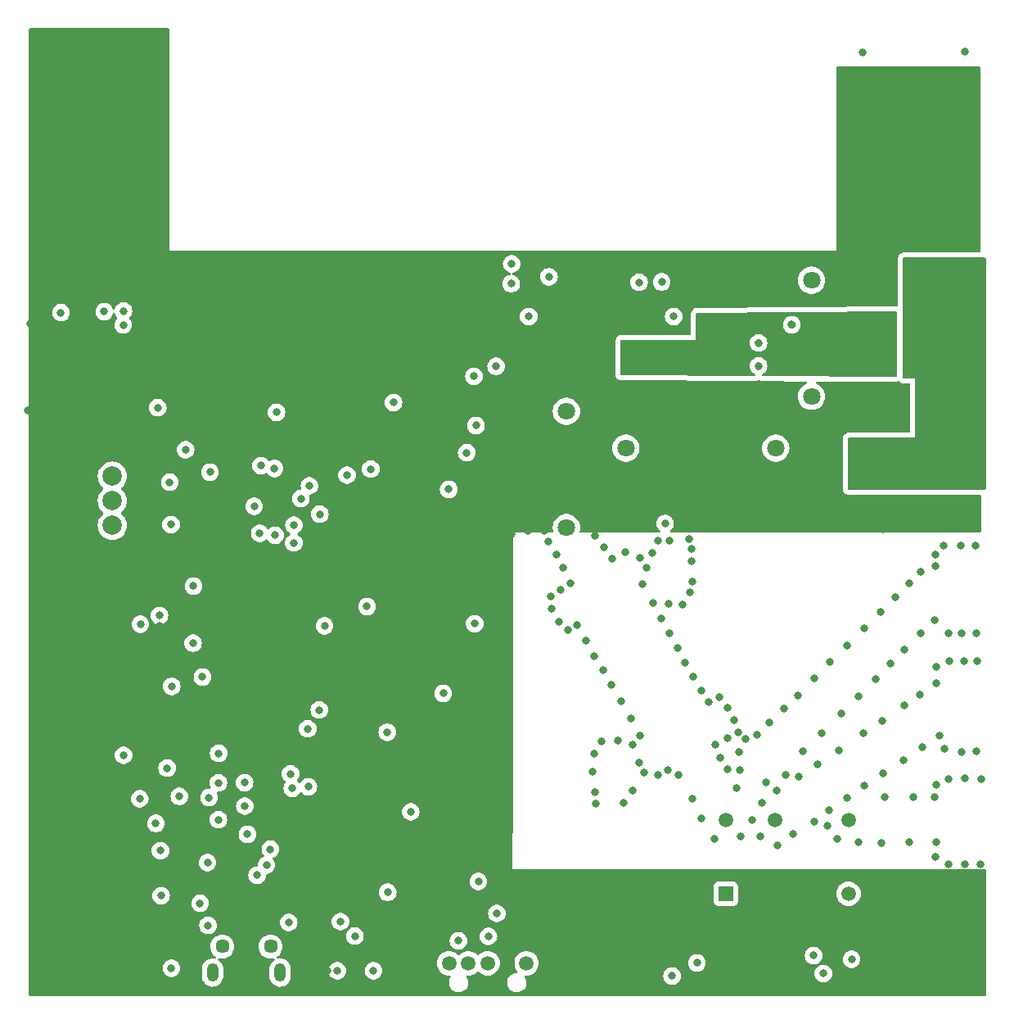
<source format=gbr>
%TF.GenerationSoftware,KiCad,Pcbnew,7.0.7*%
%TF.CreationDate,2023-12-06T15:46:57+00:00*%
%TF.ProjectId,Pi_TX_35W_PA_V2,50695f54-585f-4333-9557-5f50415f5632,rev?*%
%TF.SameCoordinates,Original*%
%TF.FileFunction,Copper,L2,Inr*%
%TF.FilePolarity,Positive*%
%FSLAX46Y46*%
G04 Gerber Fmt 4.6, Leading zero omitted, Abs format (unit mm)*
G04 Created by KiCad (PCBNEW 7.0.7) date 2023-12-06 15:46:57*
%MOMM*%
%LPD*%
G01*
G04 APERTURE LIST*
G04 Aperture macros list*
%AMRoundRect*
0 Rectangle with rounded corners*
0 $1 Rounding radius*
0 $2 $3 $4 $5 $6 $7 $8 $9 X,Y pos of 4 corners*
0 Add a 4 corners polygon primitive as box body*
4,1,4,$2,$3,$4,$5,$6,$7,$8,$9,$2,$3,0*
0 Add four circle primitives for the rounded corners*
1,1,$1+$1,$2,$3*
1,1,$1+$1,$4,$5*
1,1,$1+$1,$6,$7*
1,1,$1+$1,$8,$9*
0 Add four rect primitives between the rounded corners*
20,1,$1+$1,$2,$3,$4,$5,0*
20,1,$1+$1,$4,$5,$6,$7,0*
20,1,$1+$1,$6,$7,$8,$9,0*
20,1,$1+$1,$8,$9,$2,$3,0*%
G04 Aperture macros list end*
%TA.AperFunction,ComponentPad*%
%ADD10O,1.200000X1.900000*%
%TD*%
%TA.AperFunction,ComponentPad*%
%ADD11C,1.450000*%
%TD*%
%TA.AperFunction,ComponentPad*%
%ADD12R,1.501140X1.501140*%
%TD*%
%TA.AperFunction,ComponentPad*%
%ADD13C,1.501140*%
%TD*%
%TA.AperFunction,ComponentPad*%
%ADD14C,1.500000*%
%TD*%
%TA.AperFunction,ComponentPad*%
%ADD15C,5.600000*%
%TD*%
%TA.AperFunction,ComponentPad*%
%ADD16C,1.800000*%
%TD*%
%TA.AperFunction,ComponentPad*%
%ADD17RoundRect,0.250000X1.550000X-0.750000X1.550000X0.750000X-1.550000X0.750000X-1.550000X-0.750000X0*%
%TD*%
%TA.AperFunction,ComponentPad*%
%ADD18O,3.600000X2.000000*%
%TD*%
%TA.AperFunction,ComponentPad*%
%ADD19C,2.000000*%
%TD*%
%TA.AperFunction,ComponentPad*%
%ADD20C,6.000000*%
%TD*%
%TA.AperFunction,ViaPad*%
%ADD21C,0.800000*%
%TD*%
G04 APERTURE END LIST*
D10*
%TO.N,Net-(J9-Shield)*%
%TO.C,J9*%
X119990000Y-147607500D03*
D11*
X120990000Y-144907500D03*
X125990000Y-144907500D03*
D10*
X126990000Y-147607500D03*
%TD*%
D12*
%TO.N,Net-(K1-Pad1)*%
%TO.C,K1*%
X173092500Y-139457500D03*
D13*
%TO.N,Net-(K1-Pad6)*%
X185792500Y-139457500D03*
%TO.N,Net-(J7-In)*%
X185792500Y-131837500D03*
%TO.N,Net-(J8-In)*%
X178172500Y-131837500D03*
%TO.N,Net-(U14-RF)*%
X173092500Y-131837500D03*
%TD*%
D14*
%TO.N,+3.3V*%
%TO.C,J10*%
X144464196Y-146645000D03*
%TO.N,Net-(J10-Pin_2)*%
X146464196Y-146645000D03*
%TO.N,Net-(J10-Pin_3)*%
X148464196Y-146645000D03*
%TO.N,GND*%
X150464196Y-146645000D03*
%TO.N,Net-(J10-Pin_5)*%
X152464196Y-146645000D03*
%TD*%
D15*
%TO.N,GND*%
%TO.C,H1*%
X107000000Y-57000000D03*
%TD*%
%TO.N,GND*%
%TO.C,H2*%
X193000000Y-57000000D03*
%TD*%
D16*
%TO.N,Net-(C12-Pad1)*%
%TO.C,L6*%
X156600000Y-89600000D03*
%TO.N,Net-(U14-RF)*%
X156600000Y-101600000D03*
%TD*%
D17*
%TO.N,Net-(J4-Pin_1)*%
%TO.C,J4*%
X189522500Y-94300000D03*
D18*
%TO.N,GND*%
X189522500Y-89300000D03*
%TD*%
D16*
%TO.N,Net-(C19-Pad2)*%
%TO.C,L7*%
X178250000Y-93400000D03*
%TO.N,Net-(C12-Pad1)*%
X162750000Y-93400000D03*
%TD*%
D19*
%TO.N,GND*%
%TO.C,J2*%
X109620000Y-93760000D03*
%TO.N,+5V*%
X109620000Y-96300000D03*
%TO.N,/PA_Protection/Fan_RPM*%
X109620000Y-98840000D03*
%TO.N,Net-(J2-Pin_4)*%
X109620000Y-101380000D03*
%TD*%
D15*
%TO.N,GND*%
%TO.C,H3*%
X107000000Y-143000000D03*
%TD*%
%TO.N,GND*%
%TO.C,H4*%
X193000000Y-143000000D03*
%TD*%
D20*
%TO.N,GND*%
%TO.C,U4*%
X111000000Y-66000000D03*
X189000000Y-66000000D03*
%TD*%
D16*
%TO.N,Net-(U4-RF_Out)*%
%TO.C,L3*%
X181950000Y-76050000D03*
%TO.N,Net-(C19-Pad2)*%
X181950000Y-88050000D03*
%TD*%
D21*
%TO.N,Net-(U4-Vdd)*%
X154790000Y-75690000D03*
X150940000Y-74360000D03*
X150890105Y-76399885D03*
%TO.N,GND*%
X149100000Y-76400000D03*
%TO.N,Net-(U4-Vdd)*%
X164120000Y-76270000D03*
X166460000Y-76230000D03*
%TO.N,GND*%
X116360000Y-98250000D03*
X159600000Y-130160000D03*
%TO.N,/PA_Power/VBAT*%
X170020000Y-84840000D03*
X168850000Y-83300000D03*
X187420000Y-84580000D03*
%TO.N,Net-(J4-Pin_1)*%
X198270000Y-96380000D03*
X198230000Y-91440000D03*
X198150000Y-86880000D03*
X194310000Y-96420000D03*
X194310000Y-91480000D03*
X194420000Y-86880000D03*
X198860000Y-80330000D03*
X198900000Y-76840000D03*
%TO.N,GND*%
X197850000Y-58530000D03*
X187200000Y-58290000D03*
X198090000Y-72010000D03*
X189320000Y-72650000D03*
X186690000Y-71480000D03*
%TO.N,+12V*%
X138715000Y-88695000D03*
X114670000Y-139650000D03*
X131580000Y-111780000D03*
X167530000Y-147950000D03*
X149400000Y-141500000D03*
X135970000Y-109770000D03*
X126600000Y-89700000D03*
X182174998Y-145850000D03*
%TO.N,GND*%
X169340000Y-108340000D03*
X183575000Y-98225000D03*
X116750000Y-80330000D03*
X155800000Y-85500000D03*
X189522500Y-70177500D03*
X116130000Y-73810000D03*
X173240000Y-126590000D03*
X118120000Y-85600000D03*
X163460000Y-124040000D03*
X191530000Y-114230000D03*
X120510000Y-82580000D03*
X156000000Y-82380000D03*
X154770000Y-147066321D03*
X123090000Y-73890000D03*
X175800000Y-131800000D03*
X111335000Y-73835000D03*
X170390000Y-143560000D03*
X104100000Y-71200000D03*
X169540000Y-105060000D03*
X189330000Y-126980000D03*
X192500000Y-129500000D03*
X174190000Y-128570000D03*
X132717531Y-134849203D03*
X151320000Y-98830000D03*
X112600000Y-76000000D03*
X133920000Y-113380000D03*
X126020000Y-73840000D03*
X194900000Y-117700000D03*
X179910000Y-80650000D03*
X189190000Y-134180000D03*
X125830000Y-83670000D03*
X179016360Y-96474711D03*
X174330000Y-122810000D03*
X182500000Y-78200000D03*
X171900000Y-133800000D03*
X111520000Y-84790000D03*
X102100000Y-62900000D03*
X174590000Y-133540000D03*
X114486527Y-111802176D03*
X131890000Y-147430000D03*
X191900000Y-62900000D03*
X113980000Y-108560000D03*
X161200000Y-89000000D03*
X154750000Y-103040000D03*
X167160000Y-144660000D03*
X148330000Y-98880000D03*
X136400000Y-81400000D03*
X125700000Y-78500000D03*
X183880000Y-115510000D03*
X176400000Y-75600000D03*
X167260000Y-112540000D03*
X136530000Y-141750000D03*
X180510000Y-118960000D03*
X186100000Y-62700000D03*
X187200000Y-52500000D03*
X197800000Y-52400000D03*
X105960000Y-80900000D03*
X189522500Y-87477500D03*
X198980000Y-101620000D03*
X185600000Y-129560000D03*
X189100000Y-110300000D03*
X187420000Y-112020000D03*
X197820000Y-136430000D03*
X146800000Y-79900000D03*
X181620000Y-101700000D03*
X111370000Y-89060000D03*
X195230000Y-123110000D03*
X194810000Y-135640000D03*
X110980000Y-117360000D03*
X195600000Y-103500000D03*
X113925000Y-77675000D03*
X120570000Y-85320000D03*
X168200000Y-75675000D03*
X111350000Y-87960000D03*
X176480000Y-84910000D03*
X103800000Y-80500000D03*
X147061486Y-136070626D03*
X124770000Y-81500000D03*
X182150000Y-90450000D03*
X160480000Y-103610000D03*
X167110000Y-126660000D03*
X154290000Y-101940000D03*
X149840000Y-92850000D03*
X191400000Y-91000000D03*
X176810000Y-130030000D03*
X175110000Y-123430000D03*
X186700000Y-73900000D03*
X140600000Y-135700000D03*
X181100000Y-124700000D03*
X177220000Y-127970000D03*
X184760000Y-124630000D03*
X199100000Y-115400000D03*
X147120000Y-99220000D03*
X144700000Y-122700000D03*
X136400000Y-73860000D03*
X113260000Y-101290000D03*
X120520000Y-80260000D03*
X120520000Y-79110000D03*
X172510000Y-125380000D03*
X119240000Y-83620000D03*
X124570000Y-85500000D03*
X174540000Y-126640000D03*
X118050000Y-75430000D03*
X108335050Y-82280000D03*
X191450000Y-125620000D03*
X113640000Y-83890000D03*
X116780000Y-76420000D03*
X197500000Y-112500000D03*
X147720000Y-107874762D03*
X161280000Y-117900000D03*
X156200000Y-92800000D03*
X123660000Y-81490000D03*
X171980000Y-101660000D03*
X190150000Y-115700000D03*
X171960000Y-124090000D03*
X185200000Y-65900000D03*
X159310000Y-126840000D03*
X116660000Y-81400000D03*
X167000000Y-97000000D03*
X182260000Y-131990000D03*
X106790000Y-82830000D03*
X172460000Y-119130000D03*
X141125000Y-81800000D03*
X136420000Y-75530000D03*
X116000000Y-149070000D03*
X156020000Y-108050000D03*
X133700000Y-85760000D03*
X178400000Y-134500000D03*
X183590000Y-132400000D03*
X104420000Y-83990000D03*
X197700000Y-115400000D03*
X195700000Y-124500000D03*
X113400000Y-52100000D03*
X182230000Y-117190000D03*
X131010000Y-73930000D03*
X113800000Y-58000000D03*
X150900000Y-102260000D03*
X107800000Y-83990000D03*
X140000000Y-83300000D03*
X154500000Y-85500000D03*
X193420000Y-124300000D03*
X111000000Y-61600000D03*
X196520000Y-101700000D03*
X164450000Y-107490000D03*
X149600000Y-83200000D03*
X169740000Y-117030000D03*
X113690000Y-81750000D03*
X144772500Y-109195000D03*
X146372500Y-109195000D03*
X108040000Y-83160000D03*
X159500000Y-114910000D03*
X166080000Y-103000000D03*
X164300000Y-91100000D03*
X153100000Y-85500000D03*
X197800000Y-127560000D03*
X141025000Y-78100000D03*
X175600000Y-92700000D03*
X125870000Y-81520000D03*
X120510000Y-78040000D03*
X155100000Y-110030000D03*
X178500000Y-87000000D03*
X149760000Y-98830000D03*
X129204240Y-100186911D03*
X159570000Y-102440000D03*
X142800000Y-127200000D03*
X176480000Y-82530000D03*
X173910000Y-121530000D03*
X192400000Y-68800000D03*
X184800000Y-93400000D03*
X113900000Y-72300000D03*
X119260000Y-84710000D03*
X151100000Y-87500000D03*
X179160000Y-101660000D03*
X117420000Y-87680000D03*
X152011569Y-82380000D03*
X160370000Y-116380000D03*
X189380000Y-101740000D03*
X108220000Y-86510000D03*
X194800000Y-105600000D03*
X187700000Y-91100000D03*
X171340000Y-119680000D03*
X113660000Y-85110000D03*
X184800000Y-96200000D03*
X105900000Y-88670000D03*
X163460000Y-128820000D03*
X143920000Y-82410000D03*
X117400000Y-86510000D03*
X193100000Y-65800000D03*
X180070000Y-133300000D03*
X119260000Y-76660000D03*
X192100000Y-134160000D03*
X152500000Y-75900000D03*
X197500000Y-124800000D03*
X192070000Y-107390000D03*
X168650000Y-109550000D03*
X113500000Y-62800000D03*
X194850000Y-116000000D03*
X187600000Y-87400000D03*
X189522500Y-75377500D03*
X111370000Y-86900000D03*
X173230000Y-120250000D03*
X176290000Y-123040000D03*
X156000000Y-74500000D03*
X169750000Y-101700000D03*
X198000000Y-65600000D03*
X164890000Y-105720000D03*
X156980000Y-107360000D03*
X147800000Y-82400000D03*
X155850000Y-111340000D03*
X186760000Y-88610000D03*
X196120000Y-136420000D03*
X174400000Y-101660000D03*
X125680000Y-75630000D03*
X114970000Y-84920000D03*
X104560000Y-86020000D03*
X157690000Y-111680000D03*
X130800000Y-85680000D03*
X112370000Y-81810000D03*
X170520000Y-118420000D03*
X177620000Y-121770000D03*
X170540000Y-131690000D03*
X106790000Y-81680000D03*
X168230000Y-127170000D03*
X153400000Y-97100000D03*
X159800000Y-97100000D03*
X162270000Y-119530000D03*
X123584541Y-95917471D03*
X186300000Y-69000000D03*
X124790000Y-143720000D03*
X119260000Y-82510000D03*
X159530000Y-128940000D03*
X193180000Y-118880000D03*
X142100000Y-82400000D03*
X122720000Y-87990000D03*
X104850000Y-80930000D03*
X186722500Y-76022500D03*
X122420000Y-132000000D03*
X142506403Y-92702326D03*
X131000000Y-80700000D03*
X121850000Y-78410000D03*
X183040000Y-122860000D03*
X194700000Y-129500000D03*
X176740000Y-101660000D03*
X187400000Y-128300000D03*
X124720000Y-82610000D03*
X131000000Y-83200000D03*
X152630000Y-101950000D03*
X187350000Y-122860000D03*
X134358231Y-106200162D03*
X163270000Y-121360000D03*
X184610000Y-133780000D03*
X128380000Y-73820000D03*
X198900000Y-103500000D03*
X162520000Y-130100000D03*
X129840000Y-117100000D03*
X167170000Y-109500000D03*
X164640000Y-126910000D03*
X164210000Y-104760000D03*
X188620000Y-117240000D03*
X194700000Y-111170000D03*
X155540000Y-104440000D03*
X153800000Y-82380000D03*
X139090000Y-73890000D03*
X174450000Y-124790000D03*
X113900000Y-69000000D03*
X189500000Y-91100000D03*
X186840000Y-119050000D03*
X173000000Y-97000000D03*
X184500000Y-87100000D03*
X169300000Y-102790000D03*
X106700000Y-66100000D03*
X101800000Y-52000000D03*
X178900000Y-95700000D03*
X179240000Y-127180000D03*
X156770000Y-112210000D03*
X162600000Y-86900000D03*
X180670000Y-127380000D03*
X194820000Y-134100000D03*
X199000000Y-112500000D03*
X119770000Y-73850000D03*
X169510000Y-103790000D03*
X116770000Y-78990000D03*
X149300000Y-96400000D03*
X110100000Y-73800000D03*
X124780000Y-79110000D03*
X190650000Y-108820000D03*
X166450000Y-111030000D03*
X179130000Y-120300000D03*
X136300000Y-83600000D03*
X159440000Y-124990000D03*
X169590000Y-129650000D03*
X133760000Y-109970000D03*
X182620000Y-126060000D03*
X120590000Y-81370000D03*
X103600000Y-89500000D03*
X108380000Y-85540000D03*
X116750000Y-77770000D03*
X114800000Y-81740000D03*
X166060000Y-127160000D03*
X121050000Y-139612500D03*
X178380000Y-128830000D03*
X120520000Y-83960000D03*
X158600000Y-113270000D03*
X196200000Y-115400000D03*
X186700000Y-78100000D03*
X112510000Y-84580000D03*
X189500000Y-129500000D03*
X196160000Y-127580000D03*
X134500000Y-99700000D03*
X193280000Y-106180000D03*
X169620000Y-107200000D03*
X145840000Y-82430000D03*
X191520000Y-120000000D03*
X145770000Y-73840000D03*
X128330000Y-85680000D03*
X108000000Y-63200000D03*
X113900000Y-74300000D03*
X115030000Y-87050000D03*
X164090000Y-125900000D03*
X139700000Y-76900000D03*
X185620000Y-113840000D03*
X108100000Y-68800000D03*
X115670000Y-81410000D03*
X112605000Y-73795000D03*
X149226041Y-89403245D03*
X197400000Y-103500000D03*
X185010000Y-120870000D03*
X100900000Y-89500000D03*
X193250000Y-112570000D03*
X167250000Y-103000000D03*
X136200000Y-122700000D03*
X124770000Y-84300000D03*
X131000000Y-78300000D03*
X158200000Y-85600000D03*
X160200000Y-123690000D03*
X136400000Y-78100000D03*
X105880000Y-86410000D03*
X144140000Y-77170000D03*
X111340000Y-85820000D03*
X101100000Y-80500000D03*
X168880000Y-115550000D03*
X156260000Y-105790000D03*
X111370000Y-82400000D03*
X142300000Y-73910000D03*
X191300000Y-87500000D03*
X105900000Y-87510000D03*
X106780000Y-84000000D03*
X196100000Y-112500000D03*
X133700000Y-73920000D03*
X181100000Y-74000000D03*
X114900000Y-65700000D03*
X199450000Y-136420000D03*
X113650000Y-82800000D03*
X149200000Y-74500000D03*
X199000000Y-124700000D03*
X165490000Y-104220000D03*
X186770000Y-101660000D03*
X130780000Y-106090000D03*
X119570000Y-81330000D03*
X183675000Y-91475000D03*
X176650000Y-133520000D03*
X194820000Y-128210000D03*
X122340000Y-79140000D03*
X119190000Y-77800000D03*
X147572500Y-108995000D03*
X138224314Y-147605686D03*
X146200000Y-77200000D03*
X161800000Y-95800000D03*
X189240000Y-121560000D03*
X164200000Y-123120000D03*
X142200000Y-77200000D03*
X108260000Y-88970000D03*
X154990000Y-108690000D03*
X148360000Y-102160000D03*
X184230000Y-101700000D03*
X134650000Y-140540000D03*
X160900000Y-85600000D03*
X108230000Y-87740000D03*
X131600000Y-117300000D03*
X161930000Y-123640000D03*
X162700000Y-104140000D03*
X136010000Y-85670000D03*
X147120000Y-100320000D03*
X131030000Y-75630000D03*
X189300000Y-61900000D03*
X136809314Y-135209314D03*
X121630000Y-81350000D03*
X191760000Y-101700000D03*
X152330000Y-89030000D03*
X120760000Y-87310000D03*
X194800000Y-104400000D03*
X136924443Y-93400500D03*
X136400000Y-127500000D03*
X168130000Y-114080000D03*
X123570000Y-79090000D03*
X111000000Y-70400000D03*
X147120000Y-101360000D03*
X199480000Y-127580000D03*
X173230000Y-123410000D03*
X194220000Y-101660000D03*
X165560000Y-109420000D03*
X124640000Y-86760000D03*
X161300000Y-104800000D03*
X186820000Y-134120000D03*
X107100000Y-89550000D03*
X184700000Y-75500000D03*
X183750000Y-130800000D03*
X132360000Y-106220000D03*
%TO.N,/PA_Power/VBus*%
X127870000Y-142420000D03*
X118700000Y-140450000D03*
X119520000Y-142720000D03*
%TO.N,VDC*%
X138062500Y-122762500D03*
X147107224Y-111551588D03*
X138109847Y-139304847D03*
X115771821Y-118020525D03*
%TO.N,/PA_Protection/Ext_SDA*%
X112460000Y-129630000D03*
X115290000Y-126470000D03*
%TO.N,+3.3V*%
X110790000Y-125155000D03*
X118020000Y-107660000D03*
X147250000Y-91070000D03*
X104300000Y-79400000D03*
X143850000Y-118750000D03*
X140500000Y-131000000D03*
X123600000Y-133300000D03*
X124598099Y-137550555D03*
X124298391Y-99401609D03*
X129840000Y-122400000D03*
X136360000Y-95570000D03*
X114129998Y-132190000D03*
%TO.N,Net-(D16-A)*%
X183180000Y-147700000D03*
X186102500Y-146242500D03*
%TO.N,Net-(U4-Vdd)*%
X152700000Y-79800000D03*
%TO.N,/PA_Power/VDD_PA*%
X167700000Y-79800000D03*
X149330000Y-84950000D03*
%TO.N,/PA_Protection/ADC_Vgg_PA*%
X131090000Y-100220002D03*
X129900000Y-128400000D03*
%TO.N,/PA_Protection/TX_Relay*%
X170100000Y-146600000D03*
X128246889Y-128563919D03*
%TO.N,/PA_Power/En_Vgg_PA*%
X126400000Y-95500000D03*
X120600000Y-128000000D03*
%TO.N,/PA_Protection/Temp_INT*%
X119630000Y-129510000D03*
X110780000Y-79230000D03*
%TO.N,/PA_Power/Int_SDA*%
X123323132Y-130399500D03*
X117206872Y-93574309D03*
X129131924Y-98625774D03*
X108795000Y-79295000D03*
X144423344Y-97659610D03*
X128404240Y-101358811D03*
%TO.N,/PA_Power/Int_SCL*%
X126467661Y-102406664D03*
X130011235Y-97304768D03*
X120600000Y-131800000D03*
X146284997Y-93873392D03*
X124867661Y-102203274D03*
X110755922Y-80671335D03*
%TO.N,Net-(D14-DIN)*%
X132900000Y-147420000D03*
X136640000Y-147420000D03*
%TO.N,Net-(D15-DIN)*%
X133222104Y-142340000D03*
X134720000Y-143832785D03*
%TO.N,/PA_Protection/Fan PWM*%
X116560000Y-129400000D03*
X115695000Y-101310000D03*
%TO.N,/PA_Protection/VFwd*%
X147500000Y-138200000D03*
X166810000Y-101190000D03*
%TO.N,Net-(J4-Pin_1)*%
X195600000Y-83200000D03*
X192190000Y-96520000D03*
X192230000Y-92820000D03*
X189600000Y-92700000D03*
X186400000Y-95060000D03*
X186440000Y-92790000D03*
X197800000Y-83200000D03*
X198400000Y-74700000D03*
X192600000Y-83200000D03*
X192500000Y-74700000D03*
X192200000Y-94690000D03*
X189470000Y-96590000D03*
X186430000Y-96880000D03*
X195400000Y-74700000D03*
%TO.N,+5V*%
X119727141Y-95884498D03*
X114320000Y-89230000D03*
X131030000Y-120470000D03*
X114600000Y-135010000D03*
%TO.N,Net-(J10-Pin_2)*%
X125567317Y-136498746D03*
X145430000Y-144320000D03*
%TO.N,Net-(J10-Pin_3)*%
X148524196Y-143855578D03*
X125970000Y-134850000D03*
%TO.N,Net-(J10-Pin_5)*%
X119470000Y-136249502D03*
%TO.N,Net-(U7-VOUT)*%
X125000000Y-95200000D03*
X133900000Y-96199500D03*
%TO.N,/PA_Protection/Fan_RPM*%
X120623008Y-124953008D03*
X115570000Y-96930000D03*
%TO.N,Net-(U13-PA10)*%
X115730000Y-147150000D03*
X123303301Y-127966035D03*
%TO.N,/PA_Protection/Tx{slash}Rx*%
X114500000Y-110710000D03*
X118940000Y-117060000D03*
%TO.N,/PA_Protection/Pi_TxD*%
X117975686Y-113564314D03*
X112530000Y-111590000D03*
%TO.N,/PA_Power/VBAT*%
X162800000Y-84000000D03*
X147030000Y-85980000D03*
X162855686Y-82755686D03*
X186090000Y-82900000D03*
X166290000Y-85090000D03*
X167370000Y-85100000D03*
X186100000Y-79800000D03*
X187600000Y-82990000D03*
X165180000Y-85110000D03*
X163960000Y-85080000D03*
X187590000Y-79740000D03*
X186610000Y-81490000D03*
%TO.N,/PA_Protection/DRIVER_EN*%
X128060000Y-127070000D03*
X128395301Y-103185717D03*
%TD*%
%TA.AperFunction,Conductor*%
%TO.N,Net-(J4-Pin_1)*%
G36*
X199941621Y-73720002D02*
G01*
X199988114Y-73773658D01*
X199999500Y-73826000D01*
X199999500Y-97574000D01*
X199979498Y-97642121D01*
X199925842Y-97688614D01*
X199873500Y-97700000D01*
X185826000Y-97700000D01*
X185757879Y-97679998D01*
X185711386Y-97626342D01*
X185700000Y-97574000D01*
X185700000Y-96331788D01*
X185700345Y-96325198D01*
X185713504Y-96200000D01*
X185700344Y-96074797D01*
X185700000Y-96068210D01*
X185700000Y-93531788D01*
X185700345Y-93525198D01*
X185713504Y-93400000D01*
X185700344Y-93274797D01*
X185700000Y-93268210D01*
X185700000Y-92426000D01*
X185720002Y-92357879D01*
X185773658Y-92311386D01*
X185826000Y-92300000D01*
X192700000Y-92300000D01*
X192700000Y-86200000D01*
X191526000Y-86200000D01*
X191457879Y-86179998D01*
X191411386Y-86126342D01*
X191400000Y-86074000D01*
X191400000Y-73826000D01*
X191420002Y-73757879D01*
X191473658Y-73711386D01*
X191526000Y-73700000D01*
X199873500Y-73700000D01*
X199941621Y-73720002D01*
G37*
%TD.AperFunction*%
%TD*%
%TA.AperFunction,Conductor*%
%TO.N,GND*%
G36*
X115441621Y-50020502D02*
G01*
X115488114Y-50074158D01*
X115499500Y-50126500D01*
X115499500Y-72975072D01*
X115499415Y-72975500D01*
X115499458Y-72999998D01*
X115499458Y-73000000D01*
X115499459Y-73000000D01*
X115499500Y-73000099D01*
X115499617Y-73000383D01*
X115500000Y-73000541D01*
X115500002Y-73000539D01*
X115525014Y-73000524D01*
X115525014Y-73000528D01*
X115525158Y-73000500D01*
X151157392Y-73000500D01*
X151156439Y-73477209D01*
X151035487Y-73451500D01*
X150844513Y-73451500D01*
X150657711Y-73491206D01*
X150483247Y-73568882D01*
X150328744Y-73681135D01*
X150200965Y-73823048D01*
X150200958Y-73823058D01*
X150105476Y-73988438D01*
X150105473Y-73988445D01*
X150046457Y-74170072D01*
X150026496Y-74360000D01*
X150046457Y-74549927D01*
X150076526Y-74642470D01*
X150105473Y-74731556D01*
X150105476Y-74731561D01*
X150200958Y-74896941D01*
X150200965Y-74896951D01*
X150328744Y-75038864D01*
X150328747Y-75038866D01*
X150483248Y-75151118D01*
X150657712Y-75228794D01*
X150764030Y-75251392D01*
X150826502Y-75285120D01*
X150860824Y-75347270D01*
X150856096Y-75418109D01*
X150813820Y-75475146D01*
X150764030Y-75497885D01*
X150607820Y-75531089D01*
X150433352Y-75608767D01*
X150278849Y-75721020D01*
X150151070Y-75862933D01*
X150151063Y-75862943D01*
X150055581Y-76028323D01*
X150055578Y-76028330D01*
X149996562Y-76209957D01*
X149976601Y-76399884D01*
X149996562Y-76589812D01*
X150026631Y-76682355D01*
X150055578Y-76771441D01*
X150055581Y-76771446D01*
X150151063Y-76936826D01*
X150151070Y-76936836D01*
X150278849Y-77078749D01*
X150278852Y-77078751D01*
X150433353Y-77191003D01*
X150607817Y-77268679D01*
X150794618Y-77308385D01*
X150985592Y-77308385D01*
X151148853Y-77273682D01*
X151099191Y-102130000D01*
X151065861Y-118811642D01*
X151008034Y-147753906D01*
X150889690Y-147819592D01*
X150735305Y-147952129D01*
X150735298Y-147952136D01*
X150610751Y-148113036D01*
X150610746Y-148113044D01*
X150521137Y-148295723D01*
X150470132Y-148492719D01*
X150470132Y-148492722D01*
X150459826Y-148695935D01*
X150475352Y-148797277D01*
X150490640Y-148897071D01*
X150517802Y-148970410D01*
X150561307Y-149087881D01*
X150561311Y-149087889D01*
X150668940Y-149260566D01*
X150668950Y-149260579D01*
X150809132Y-149408048D01*
X150809137Y-149408053D01*
X150809140Y-149408055D01*
X150976148Y-149524296D01*
X150976149Y-149524297D01*
X151004473Y-149536451D01*
X151003548Y-149999500D01*
X101129487Y-149999500D01*
X101061366Y-149979498D01*
X101014873Y-149925842D01*
X101003487Y-149873500D01*
X101003487Y-147149999D01*
X114816496Y-147149999D01*
X114836457Y-147339927D01*
X114859544Y-147410979D01*
X114895473Y-147521556D01*
X114895476Y-147521561D01*
X114990958Y-147686941D01*
X114990965Y-147686951D01*
X115118744Y-147828864D01*
X115132548Y-147838893D01*
X115273248Y-147941118D01*
X115447712Y-148018794D01*
X115634513Y-148058500D01*
X115825487Y-148058500D01*
X116012288Y-148018794D01*
X116031364Y-148010301D01*
X118881500Y-148010301D01*
X118881501Y-148010322D01*
X118896579Y-148168228D01*
X118896582Y-148168243D01*
X118956223Y-148371364D01*
X119053227Y-148559523D01*
X119184094Y-148725935D01*
X119344077Y-148864561D01*
X119344088Y-148864569D01*
X119527412Y-148970410D01*
X119527415Y-148970411D01*
X119527418Y-148970413D01*
X119727473Y-149039653D01*
X119937016Y-149069781D01*
X120086290Y-149062670D01*
X120148463Y-149059709D01*
X120148467Y-149059708D01*
X120148474Y-149059708D01*
X120354204Y-149009798D01*
X120546771Y-148921856D01*
X120719215Y-148799059D01*
X120865303Y-148645846D01*
X120979756Y-148467754D01*
X121058436Y-148271221D01*
X121098500Y-148063349D01*
X121098500Y-147204697D01*
X121083419Y-147046761D01*
X121023777Y-146843638D01*
X121023776Y-146843637D01*
X121023776Y-146843635D01*
X120926772Y-146655476D01*
X120926771Y-146655474D01*
X120795908Y-146489068D01*
X120795905Y-146489064D01*
X120635922Y-146350438D01*
X120635919Y-146350436D01*
X120635918Y-146350435D01*
X120621849Y-146342312D01*
X120572857Y-146290932D01*
X120559420Y-146221218D01*
X120585807Y-146155307D01*
X120643638Y-146114124D01*
X120714555Y-146110745D01*
X120717461Y-146111487D01*
X120774979Y-146126899D01*
X120774987Y-146126901D01*
X120990000Y-146145712D01*
X121205013Y-146126901D01*
X121413493Y-146071039D01*
X121609106Y-145979823D01*
X121785907Y-145856025D01*
X121938525Y-145703407D01*
X122062323Y-145526606D01*
X122153539Y-145330993D01*
X122209401Y-145122513D01*
X122228212Y-144907500D01*
X124751788Y-144907500D01*
X124770599Y-145122516D01*
X124826460Y-145330990D01*
X124826462Y-145330995D01*
X124917676Y-145526604D01*
X124917677Y-145526606D01*
X125041471Y-145703402D01*
X125041478Y-145703411D01*
X125194088Y-145856021D01*
X125194097Y-145856028D01*
X125264665Y-145905440D01*
X125370894Y-145979823D01*
X125566507Y-146071039D01*
X125709370Y-146109319D01*
X125774979Y-146126899D01*
X125774987Y-146126901D01*
X125990000Y-146145712D01*
X126205013Y-146126901D01*
X126270629Y-146109319D01*
X126341606Y-146111007D01*
X126400402Y-146150801D01*
X126428351Y-146216065D01*
X126416578Y-146286079D01*
X126376330Y-146333661D01*
X126260787Y-146415939D01*
X126260781Y-146415944D01*
X126114695Y-146569156D01*
X126000244Y-146747245D01*
X125921563Y-146943781D01*
X125881500Y-147151646D01*
X125881500Y-148010301D01*
X125881501Y-148010322D01*
X125896579Y-148168228D01*
X125896582Y-148168243D01*
X125956223Y-148371364D01*
X126053227Y-148559523D01*
X126184094Y-148725935D01*
X126344077Y-148864561D01*
X126344088Y-148864569D01*
X126527412Y-148970410D01*
X126527415Y-148970411D01*
X126527418Y-148970413D01*
X126727473Y-149039653D01*
X126937016Y-149069781D01*
X127086290Y-149062670D01*
X127148463Y-149059709D01*
X127148467Y-149059708D01*
X127148474Y-149059708D01*
X127354204Y-149009798D01*
X127546771Y-148921856D01*
X127719215Y-148799059D01*
X127865303Y-148645846D01*
X127979756Y-148467754D01*
X128058436Y-148271221D01*
X128098500Y-148063349D01*
X128098500Y-147420000D01*
X131986496Y-147420000D01*
X132006457Y-147609927D01*
X132036526Y-147702470D01*
X132065473Y-147791556D01*
X132065476Y-147791561D01*
X132160958Y-147956941D01*
X132160965Y-147956951D01*
X132288744Y-148098864D01*
X132308261Y-148113044D01*
X132443248Y-148211118D01*
X132617712Y-148288794D01*
X132804513Y-148328500D01*
X132995487Y-148328500D01*
X133182288Y-148288794D01*
X133356752Y-148211118D01*
X133511253Y-148098866D01*
X133566693Y-148037294D01*
X133639034Y-147956951D01*
X133639035Y-147956949D01*
X133639040Y-147956944D01*
X133734527Y-147791556D01*
X133793542Y-147609928D01*
X133813504Y-147420000D01*
X135726496Y-147420000D01*
X135746457Y-147609927D01*
X135776526Y-147702470D01*
X135805473Y-147791556D01*
X135805476Y-147791561D01*
X135900958Y-147956941D01*
X135900965Y-147956951D01*
X136028744Y-148098864D01*
X136048261Y-148113044D01*
X136183248Y-148211118D01*
X136357712Y-148288794D01*
X136544513Y-148328500D01*
X136735487Y-148328500D01*
X136922288Y-148288794D01*
X137096752Y-148211118D01*
X137251253Y-148098866D01*
X137306693Y-148037294D01*
X137379034Y-147956951D01*
X137379035Y-147956949D01*
X137379040Y-147956944D01*
X137474527Y-147791556D01*
X137533542Y-147609928D01*
X137553504Y-147420000D01*
X137533542Y-147230072D01*
X137474527Y-147048444D01*
X137379040Y-146883056D01*
X137379038Y-146883054D01*
X137379034Y-146883048D01*
X137251255Y-146741135D01*
X137118937Y-146645000D01*
X143200889Y-146645000D01*
X143209300Y-146741134D01*
X143220081Y-146864370D01*
X143277075Y-147077073D01*
X143277077Y-147077079D01*
X143370138Y-147276650D01*
X143370140Y-147276654D01*
X143464196Y-147410979D01*
X143496447Y-147457038D01*
X143496450Y-147457042D01*
X143652153Y-147612745D01*
X143652157Y-147612748D01*
X143652158Y-147612749D01*
X143832542Y-147739056D01*
X144032120Y-147832120D01*
X144244825Y-147889115D01*
X144464196Y-147908307D01*
X144504471Y-147904783D01*
X144574075Y-147918770D01*
X144625069Y-147968169D01*
X144641260Y-148037294D01*
X144617509Y-148104200D01*
X144615097Y-148107422D01*
X144610751Y-148113036D01*
X144610746Y-148113044D01*
X144521137Y-148295723D01*
X144470132Y-148492719D01*
X144470132Y-148492722D01*
X144459826Y-148695935D01*
X144475352Y-148797277D01*
X144490640Y-148897071D01*
X144517802Y-148970410D01*
X144561307Y-149087881D01*
X144561311Y-149087889D01*
X144668940Y-149260566D01*
X144668950Y-149260579D01*
X144809132Y-149408048D01*
X144809137Y-149408053D01*
X144809140Y-149408055D01*
X144976148Y-149524296D01*
X144976149Y-149524297D01*
X145163134Y-149604539D01*
X145163137Y-149604539D01*
X145163138Y-149604540D01*
X145362455Y-149645500D01*
X145362456Y-149645500D01*
X145514937Y-149645500D01*
X145514938Y-149645500D01*
X145514939Y-149645499D01*
X145514956Y-149645499D01*
X145609029Y-149635931D01*
X145666634Y-149630074D01*
X145860784Y-149569159D01*
X146038698Y-149470409D01*
X146038699Y-149470408D01*
X146038701Y-149470407D01*
X146193086Y-149337870D01*
X146193091Y-149337866D01*
X146317644Y-149176958D01*
X146384996Y-149039651D01*
X146407254Y-148994276D01*
X146407254Y-148994274D01*
X146407256Y-148994271D01*
X146458259Y-148797285D01*
X146468565Y-148594064D01*
X146437752Y-148392929D01*
X146367082Y-148202113D01*
X146301276Y-148096537D01*
X146282218Y-148028147D01*
X146303160Y-147960310D01*
X146357453Y-147914563D01*
X146419187Y-147904369D01*
X146464196Y-147908307D01*
X146683567Y-147889115D01*
X146896272Y-147832120D01*
X147095850Y-147739056D01*
X147276234Y-147612749D01*
X147279056Y-147609927D01*
X147375101Y-147513883D01*
X147437413Y-147479857D01*
X147508228Y-147484922D01*
X147553291Y-147513883D01*
X147652153Y-147612745D01*
X147652157Y-147612748D01*
X147652158Y-147612749D01*
X147832542Y-147739056D01*
X148032120Y-147832120D01*
X148244825Y-147889115D01*
X148464196Y-147908307D01*
X148683567Y-147889115D01*
X148896272Y-147832120D01*
X149095850Y-147739056D01*
X149276234Y-147612749D01*
X149431945Y-147457038D01*
X149558252Y-147276654D01*
X149651316Y-147077076D01*
X149708311Y-146864371D01*
X149727503Y-146645000D01*
X149708311Y-146425629D01*
X149651316Y-146212924D01*
X149558252Y-146013347D01*
X149431945Y-145832962D01*
X149276234Y-145677251D01*
X149095850Y-145550944D01*
X149043657Y-145526606D01*
X148896275Y-145457881D01*
X148896269Y-145457879D01*
X148806374Y-145433791D01*
X148683567Y-145400885D01*
X148464196Y-145381693D01*
X148464195Y-145381693D01*
X148244825Y-145400885D01*
X148032122Y-145457879D01*
X148032116Y-145457881D01*
X147832542Y-145550944D01*
X147652161Y-145677248D01*
X147553291Y-145776118D01*
X147490979Y-145810143D01*
X147420163Y-145805077D01*
X147375101Y-145776117D01*
X147276238Y-145677254D01*
X147276234Y-145677251D01*
X147276230Y-145677248D01*
X147095850Y-145550944D01*
X147043657Y-145526606D01*
X146896275Y-145457881D01*
X146896269Y-145457879D01*
X146806374Y-145433791D01*
X146683567Y-145400885D01*
X146464196Y-145381693D01*
X146244825Y-145400885D01*
X146032122Y-145457879D01*
X146032116Y-145457881D01*
X145832542Y-145550944D01*
X145652161Y-145677248D01*
X145553291Y-145776118D01*
X145490979Y-145810143D01*
X145420163Y-145805077D01*
X145375101Y-145776117D01*
X145276238Y-145677254D01*
X145276234Y-145677251D01*
X145276230Y-145677248D01*
X145095850Y-145550944D01*
X145043657Y-145526606D01*
X144896275Y-145457881D01*
X144896269Y-145457879D01*
X144806374Y-145433791D01*
X144683567Y-145400885D01*
X144464196Y-145381693D01*
X144464195Y-145381693D01*
X144244825Y-145400885D01*
X144032122Y-145457879D01*
X144032116Y-145457881D01*
X143832542Y-145550944D01*
X143652161Y-145677248D01*
X143652155Y-145677253D01*
X143496449Y-145832959D01*
X143496444Y-145832965D01*
X143370140Y-146013346D01*
X143277077Y-146212920D01*
X143277075Y-146212926D01*
X143220081Y-146425629D01*
X143207525Y-146569154D01*
X143200889Y-146645000D01*
X137118937Y-146645000D01*
X137096752Y-146628882D01*
X136922288Y-146551206D01*
X136735487Y-146511500D01*
X136544513Y-146511500D01*
X136357711Y-146551206D01*
X136183247Y-146628882D01*
X136028744Y-146741135D01*
X135900965Y-146883048D01*
X135900958Y-146883058D01*
X135805476Y-147048438D01*
X135805473Y-147048445D01*
X135746457Y-147230072D01*
X135726496Y-147420000D01*
X133813504Y-147420000D01*
X133793542Y-147230072D01*
X133734527Y-147048444D01*
X133639040Y-146883056D01*
X133639038Y-146883054D01*
X133639034Y-146883048D01*
X133511255Y-146741135D01*
X133356752Y-146628882D01*
X133182288Y-146551206D01*
X132995487Y-146511500D01*
X132804513Y-146511500D01*
X132617711Y-146551206D01*
X132443247Y-146628882D01*
X132288744Y-146741135D01*
X132160965Y-146883048D01*
X132160958Y-146883058D01*
X132065476Y-147048438D01*
X132065473Y-147048445D01*
X132006457Y-147230072D01*
X131986496Y-147420000D01*
X128098500Y-147420000D01*
X128098500Y-147204697D01*
X128083419Y-147046761D01*
X128023777Y-146843638D01*
X128023776Y-146843637D01*
X128023776Y-146843635D01*
X127926772Y-146655476D01*
X127926771Y-146655474D01*
X127795908Y-146489068D01*
X127795905Y-146489064D01*
X127635922Y-146350438D01*
X127635911Y-146350430D01*
X127452587Y-146244589D01*
X127452580Y-146244586D01*
X127252530Y-146175348D01*
X127252529Y-146175347D01*
X127252527Y-146175347D01*
X127252525Y-146175346D01*
X127252519Y-146175345D01*
X127042985Y-146145218D01*
X126831536Y-146155290D01*
X126831520Y-146155293D01*
X126756911Y-146173393D01*
X126685995Y-146170015D01*
X126628163Y-146128833D01*
X126601777Y-146062922D01*
X126615213Y-145993208D01*
X126654936Y-145947732D01*
X126753065Y-145879021D01*
X126785907Y-145856025D01*
X126938525Y-145703407D01*
X127062323Y-145526606D01*
X127153539Y-145330993D01*
X127209401Y-145122513D01*
X127228212Y-144907500D01*
X127209401Y-144692487D01*
X127153539Y-144484007D01*
X127062323Y-144288394D01*
X126938525Y-144111593D01*
X126938524Y-144111592D01*
X126938521Y-144111588D01*
X126785911Y-143958978D01*
X126785902Y-143958971D01*
X126609106Y-143835177D01*
X126609104Y-143835176D01*
X126603974Y-143832784D01*
X133806496Y-143832784D01*
X133826457Y-144022712D01*
X133855335Y-144111588D01*
X133885473Y-144204341D01*
X133913841Y-144253476D01*
X133980958Y-144369726D01*
X133980965Y-144369736D01*
X134108744Y-144511649D01*
X134108747Y-144511651D01*
X134263248Y-144623903D01*
X134437712Y-144701579D01*
X134624513Y-144741285D01*
X134815487Y-144741285D01*
X135002288Y-144701579D01*
X135176752Y-144623903D01*
X135331253Y-144511651D01*
X135331255Y-144511649D01*
X135459034Y-144369736D01*
X135459035Y-144369734D01*
X135459040Y-144369729D01*
X135487751Y-144320000D01*
X144516496Y-144320000D01*
X144536457Y-144509927D01*
X144566526Y-144602470D01*
X144595473Y-144691556D01*
X144595476Y-144691561D01*
X144690958Y-144856941D01*
X144690965Y-144856951D01*
X144818744Y-144998864D01*
X144818747Y-144998866D01*
X144973248Y-145111118D01*
X145147712Y-145188794D01*
X145334513Y-145228500D01*
X145525487Y-145228500D01*
X145712288Y-145188794D01*
X145886752Y-145111118D01*
X146041253Y-144998866D01*
X146169040Y-144856944D01*
X146264527Y-144691556D01*
X146323542Y-144509928D01*
X146343504Y-144320000D01*
X146323542Y-144130072D01*
X146264527Y-143948444D01*
X146210910Y-143855577D01*
X147610692Y-143855577D01*
X147630653Y-144045505D01*
X147652127Y-144111593D01*
X147689669Y-144227134D01*
X147689672Y-144227139D01*
X147785154Y-144392519D01*
X147785161Y-144392529D01*
X147912940Y-144534442D01*
X147912943Y-144534444D01*
X148067444Y-144646696D01*
X148241908Y-144724372D01*
X148428709Y-144764078D01*
X148619683Y-144764078D01*
X148806484Y-144724372D01*
X148980948Y-144646696D01*
X149135449Y-144534444D01*
X149180863Y-144484007D01*
X149263230Y-144392529D01*
X149263231Y-144392527D01*
X149263236Y-144392522D01*
X149358723Y-144227134D01*
X149417738Y-144045506D01*
X149437700Y-143855578D01*
X149417738Y-143665650D01*
X149358723Y-143484022D01*
X149263236Y-143318634D01*
X149263234Y-143318632D01*
X149263230Y-143318626D01*
X149135451Y-143176713D01*
X148980948Y-143064460D01*
X148806484Y-142986784D01*
X148619683Y-142947078D01*
X148428709Y-142947078D01*
X148241907Y-142986784D01*
X148067443Y-143064460D01*
X147912940Y-143176713D01*
X147785161Y-143318626D01*
X147785154Y-143318636D01*
X147689672Y-143484016D01*
X147689669Y-143484023D01*
X147630653Y-143665650D01*
X147610692Y-143855577D01*
X146210910Y-143855577D01*
X146169040Y-143783056D01*
X146169038Y-143783054D01*
X146169034Y-143783048D01*
X146041255Y-143641135D01*
X145886752Y-143528882D01*
X145712288Y-143451206D01*
X145525487Y-143411500D01*
X145334513Y-143411500D01*
X145147711Y-143451206D01*
X144973247Y-143528882D01*
X144818744Y-143641135D01*
X144690965Y-143783048D01*
X144690958Y-143783058D01*
X144649089Y-143855578D01*
X144595473Y-143948444D01*
X144580999Y-143992986D01*
X144536457Y-144130072D01*
X144516496Y-144320000D01*
X135487751Y-144320000D01*
X135554527Y-144204341D01*
X135613542Y-144022713D01*
X135633504Y-143832785D01*
X135613542Y-143642857D01*
X135554527Y-143461229D01*
X135459040Y-143295841D01*
X135459038Y-143295839D01*
X135459034Y-143295833D01*
X135331255Y-143153920D01*
X135176752Y-143041667D01*
X135002288Y-142963991D01*
X134815487Y-142924285D01*
X134624513Y-142924285D01*
X134437711Y-142963991D01*
X134263247Y-143041667D01*
X134108744Y-143153920D01*
X133980965Y-143295833D01*
X133980958Y-143295843D01*
X133885476Y-143461223D01*
X133885473Y-143461230D01*
X133826457Y-143642857D01*
X133806496Y-143832784D01*
X126603974Y-143832784D01*
X126413495Y-143743962D01*
X126413490Y-143743960D01*
X126205016Y-143688099D01*
X126043753Y-143673990D01*
X125990000Y-143669288D01*
X125989999Y-143669288D01*
X125774983Y-143688099D01*
X125566509Y-143743960D01*
X125566504Y-143743962D01*
X125370895Y-143835176D01*
X125370893Y-143835177D01*
X125194097Y-143958971D01*
X125194088Y-143958978D01*
X125041478Y-144111588D01*
X125041471Y-144111597D01*
X124917677Y-144288393D01*
X124917676Y-144288395D01*
X124826462Y-144484004D01*
X124826460Y-144484009D01*
X124770599Y-144692483D01*
X124751788Y-144907500D01*
X122228212Y-144907500D01*
X122209401Y-144692487D01*
X122153539Y-144484007D01*
X122062323Y-144288394D01*
X121938525Y-144111593D01*
X121938524Y-144111592D01*
X121938521Y-144111588D01*
X121785911Y-143958978D01*
X121785902Y-143958971D01*
X121609106Y-143835177D01*
X121609104Y-143835176D01*
X121413495Y-143743962D01*
X121413490Y-143743960D01*
X121205016Y-143688099D01*
X120990000Y-143669288D01*
X120774983Y-143688099D01*
X120566509Y-143743960D01*
X120566504Y-143743962D01*
X120370895Y-143835176D01*
X120370893Y-143835177D01*
X120194097Y-143958971D01*
X120194088Y-143958978D01*
X120041478Y-144111588D01*
X120041471Y-144111597D01*
X119917677Y-144288393D01*
X119917676Y-144288395D01*
X119826462Y-144484004D01*
X119826460Y-144484009D01*
X119770599Y-144692483D01*
X119751788Y-144907500D01*
X119770599Y-145122516D01*
X119826460Y-145330990D01*
X119826462Y-145330995D01*
X119917676Y-145526604D01*
X119917677Y-145526606D01*
X120041471Y-145703402D01*
X120041478Y-145703411D01*
X120194088Y-145856021D01*
X120194097Y-145856028D01*
X120319931Y-145944138D01*
X120364260Y-145999595D01*
X120371569Y-146070214D01*
X120339539Y-146133575D01*
X120278337Y-146169560D01*
X120229729Y-146172069D01*
X120042980Y-146145218D01*
X119831536Y-146155290D01*
X119831523Y-146155292D01*
X119625801Y-146205200D01*
X119625795Y-146205202D01*
X119433228Y-146293144D01*
X119433221Y-146293148D01*
X119260791Y-146415935D01*
X119260781Y-146415944D01*
X119114695Y-146569156D01*
X119000244Y-146747245D01*
X118921563Y-146943781D01*
X118881500Y-147151646D01*
X118881500Y-148010301D01*
X116031364Y-148010301D01*
X116186752Y-147941118D01*
X116341253Y-147828866D01*
X116341255Y-147828864D01*
X116469034Y-147686951D01*
X116469035Y-147686949D01*
X116469040Y-147686944D01*
X116564527Y-147521556D01*
X116623542Y-147339928D01*
X116643504Y-147150000D01*
X116623542Y-146960072D01*
X116564527Y-146778444D01*
X116469040Y-146613056D01*
X116469038Y-146613054D01*
X116469034Y-146613048D01*
X116341255Y-146471135D01*
X116186752Y-146358882D01*
X116012288Y-146281206D01*
X115825487Y-146241500D01*
X115634513Y-146241500D01*
X115447711Y-146281206D01*
X115273247Y-146358882D01*
X115118744Y-146471135D01*
X114990965Y-146613048D01*
X114990958Y-146613058D01*
X114895476Y-146778438D01*
X114895473Y-146778445D01*
X114836457Y-146960072D01*
X114816496Y-147149999D01*
X101003487Y-147149999D01*
X101003487Y-142720000D01*
X118606496Y-142720000D01*
X118626457Y-142909927D01*
X118644024Y-142963991D01*
X118685473Y-143091556D01*
X118708314Y-143131117D01*
X118780958Y-143256941D01*
X118780965Y-143256951D01*
X118908744Y-143398864D01*
X118908747Y-143398866D01*
X119063248Y-143511118D01*
X119237712Y-143588794D01*
X119424513Y-143628500D01*
X119615487Y-143628500D01*
X119802288Y-143588794D01*
X119976752Y-143511118D01*
X120131253Y-143398866D01*
X120194611Y-143328500D01*
X120259034Y-143256951D01*
X120259035Y-143256949D01*
X120259040Y-143256944D01*
X120354527Y-143091556D01*
X120413542Y-142909928D01*
X120433504Y-142720000D01*
X120413542Y-142530072D01*
X120377777Y-142420000D01*
X126956496Y-142420000D01*
X126976457Y-142609927D01*
X127006526Y-142702470D01*
X127035473Y-142791556D01*
X127035476Y-142791561D01*
X127130958Y-142956941D01*
X127130965Y-142956951D01*
X127258744Y-143098864D01*
X127303138Y-143131118D01*
X127413248Y-143211118D01*
X127587712Y-143288794D01*
X127774513Y-143328500D01*
X127965487Y-143328500D01*
X128152288Y-143288794D01*
X128326752Y-143211118D01*
X128481253Y-143098866D01*
X128481255Y-143098864D01*
X128609034Y-142956951D01*
X128609035Y-142956949D01*
X128609040Y-142956944D01*
X128704527Y-142791556D01*
X128763542Y-142609928D01*
X128783504Y-142420000D01*
X128775096Y-142340000D01*
X132308600Y-142340000D01*
X132328561Y-142529927D01*
X132354555Y-142609927D01*
X132387577Y-142711556D01*
X132387580Y-142711561D01*
X132483062Y-142876941D01*
X132483069Y-142876951D01*
X132610848Y-143018864D01*
X132610851Y-143018866D01*
X132765352Y-143131118D01*
X132939816Y-143208794D01*
X133126617Y-143248500D01*
X133317591Y-143248500D01*
X133504392Y-143208794D01*
X133678856Y-143131118D01*
X133833357Y-143018866D01*
X133882767Y-142963991D01*
X133961138Y-142876951D01*
X133961139Y-142876949D01*
X133961144Y-142876944D01*
X134056631Y-142711556D01*
X134115646Y-142529928D01*
X134135608Y-142340000D01*
X134115646Y-142150072D01*
X134056631Y-141968444D01*
X133961144Y-141803056D01*
X133961142Y-141803054D01*
X133961138Y-141803048D01*
X133833359Y-141661135D01*
X133678856Y-141548882D01*
X133569062Y-141499999D01*
X148486496Y-141499999D01*
X148506457Y-141689927D01*
X148523096Y-141741134D01*
X148565473Y-141871556D01*
X148565476Y-141871561D01*
X148660958Y-142036941D01*
X148660965Y-142036951D01*
X148788744Y-142178864D01*
X148788747Y-142178866D01*
X148943248Y-142291118D01*
X149117712Y-142368794D01*
X149304513Y-142408500D01*
X149495487Y-142408500D01*
X149682288Y-142368794D01*
X149856752Y-142291118D01*
X150011253Y-142178866D01*
X150037179Y-142150072D01*
X150139034Y-142036951D01*
X150139035Y-142036949D01*
X150139040Y-142036944D01*
X150234527Y-141871556D01*
X150293542Y-141689928D01*
X150313504Y-141500000D01*
X150293542Y-141310072D01*
X150234527Y-141128444D01*
X150139040Y-140963056D01*
X150139038Y-140963054D01*
X150139034Y-140963048D01*
X150011255Y-140821135D01*
X149856752Y-140708882D01*
X149682288Y-140631206D01*
X149495487Y-140591500D01*
X149304513Y-140591500D01*
X149117711Y-140631206D01*
X148943247Y-140708882D01*
X148788744Y-140821135D01*
X148660965Y-140963048D01*
X148660958Y-140963058D01*
X148565476Y-141128438D01*
X148565473Y-141128445D01*
X148506457Y-141310072D01*
X148486496Y-141499999D01*
X133569062Y-141499999D01*
X133504392Y-141471206D01*
X133317591Y-141431500D01*
X133126617Y-141431500D01*
X132939815Y-141471206D01*
X132765351Y-141548882D01*
X132610848Y-141661135D01*
X132483069Y-141803048D01*
X132483062Y-141803058D01*
X132387580Y-141968438D01*
X132387577Y-141968445D01*
X132328561Y-142150072D01*
X132308600Y-142340000D01*
X128775096Y-142340000D01*
X128763542Y-142230072D01*
X128704527Y-142048444D01*
X128609040Y-141883056D01*
X128609038Y-141883054D01*
X128609034Y-141883048D01*
X128481255Y-141741135D01*
X128326752Y-141628882D01*
X128152288Y-141551206D01*
X127965487Y-141511500D01*
X127774513Y-141511500D01*
X127587711Y-141551206D01*
X127413247Y-141628882D01*
X127258744Y-141741135D01*
X127130965Y-141883048D01*
X127130958Y-141883058D01*
X127035476Y-142048438D01*
X127035473Y-142048445D01*
X126976457Y-142230072D01*
X126956496Y-142420000D01*
X120377777Y-142420000D01*
X120354527Y-142348444D01*
X120259040Y-142183056D01*
X120259038Y-142183054D01*
X120259034Y-142183048D01*
X120131255Y-142041135D01*
X119976752Y-141928882D01*
X119802288Y-141851206D01*
X119615487Y-141811500D01*
X119424513Y-141811500D01*
X119237711Y-141851206D01*
X119063247Y-141928882D01*
X118908744Y-142041135D01*
X118780965Y-142183048D01*
X118780958Y-142183058D01*
X118685476Y-142348438D01*
X118685473Y-142348445D01*
X118626457Y-142530072D01*
X118606496Y-142720000D01*
X101003487Y-142720000D01*
X101003487Y-139650000D01*
X113756496Y-139650000D01*
X113776457Y-139839927D01*
X113806526Y-139932470D01*
X113835473Y-140021556D01*
X113835476Y-140021561D01*
X113930958Y-140186941D01*
X113930965Y-140186951D01*
X114058744Y-140328864D01*
X114058747Y-140328866D01*
X114213248Y-140441118D01*
X114387712Y-140518794D01*
X114574513Y-140558500D01*
X114765487Y-140558500D01*
X114952288Y-140518794D01*
X115106803Y-140450000D01*
X117786496Y-140450000D01*
X117806457Y-140639927D01*
X117828863Y-140708882D01*
X117865473Y-140821556D01*
X117865476Y-140821561D01*
X117960958Y-140986941D01*
X117960965Y-140986951D01*
X118088744Y-141128864D01*
X118088747Y-141128866D01*
X118243248Y-141241118D01*
X118417712Y-141318794D01*
X118604513Y-141358500D01*
X118795487Y-141358500D01*
X118982288Y-141318794D01*
X119156752Y-141241118D01*
X119311253Y-141128866D01*
X119311633Y-141128444D01*
X119439034Y-140986951D01*
X119439035Y-140986949D01*
X119439040Y-140986944D01*
X119534527Y-140821556D01*
X119593542Y-140639928D01*
X119613504Y-140450000D01*
X119593542Y-140260072D01*
X119534527Y-140078444D01*
X119439040Y-139913056D01*
X119439038Y-139913054D01*
X119439034Y-139913048D01*
X119311255Y-139771135D01*
X119156752Y-139658882D01*
X118982288Y-139581206D01*
X118795487Y-139541500D01*
X118604513Y-139541500D01*
X118417711Y-139581206D01*
X118243247Y-139658882D01*
X118088744Y-139771135D01*
X117960965Y-139913048D01*
X117960958Y-139913058D01*
X117898317Y-140021556D01*
X117865473Y-140078444D01*
X117859780Y-140095965D01*
X117806457Y-140260072D01*
X117786496Y-140450000D01*
X115106803Y-140450000D01*
X115126752Y-140441118D01*
X115281253Y-140328866D01*
X115281255Y-140328864D01*
X115409034Y-140186951D01*
X115409035Y-140186949D01*
X115409040Y-140186944D01*
X115504527Y-140021556D01*
X115563542Y-139839928D01*
X115583504Y-139650000D01*
X115563542Y-139460072D01*
X115513106Y-139304846D01*
X137196343Y-139304846D01*
X137216304Y-139494774D01*
X137231487Y-139541500D01*
X137275320Y-139676403D01*
X137275323Y-139676408D01*
X137370805Y-139841788D01*
X137370812Y-139841798D01*
X137498591Y-139983711D01*
X137498594Y-139983713D01*
X137653095Y-140095965D01*
X137827559Y-140173641D01*
X138014360Y-140213347D01*
X138205334Y-140213347D01*
X138392135Y-140173641D01*
X138566599Y-140095965D01*
X138721100Y-139983713D01*
X138848887Y-139841791D01*
X138944374Y-139676403D01*
X139003389Y-139494775D01*
X139023351Y-139304847D01*
X139003389Y-139114919D01*
X138944374Y-138933291D01*
X138848887Y-138767903D01*
X138848885Y-138767901D01*
X138848881Y-138767895D01*
X138721102Y-138625982D01*
X138566599Y-138513729D01*
X138392135Y-138436053D01*
X138205334Y-138396347D01*
X138014360Y-138396347D01*
X137827558Y-138436053D01*
X137653094Y-138513729D01*
X137498591Y-138625982D01*
X137370812Y-138767895D01*
X137370805Y-138767905D01*
X137275323Y-138933285D01*
X137275320Y-138933292D01*
X137216304Y-139114919D01*
X137196343Y-139304846D01*
X115513106Y-139304846D01*
X115504527Y-139278444D01*
X115409040Y-139113056D01*
X115409038Y-139113054D01*
X115409034Y-139113048D01*
X115281255Y-138971135D01*
X115126752Y-138858882D01*
X114952288Y-138781206D01*
X114765487Y-138741500D01*
X114574513Y-138741500D01*
X114387711Y-138781206D01*
X114213247Y-138858882D01*
X114058744Y-138971135D01*
X113930965Y-139113048D01*
X113930958Y-139113058D01*
X113929884Y-139114919D01*
X113835473Y-139278444D01*
X113826894Y-139304847D01*
X113776457Y-139460072D01*
X113756496Y-139650000D01*
X101003487Y-139650000D01*
X101003487Y-137550554D01*
X123684595Y-137550554D01*
X123704556Y-137740482D01*
X123733136Y-137828438D01*
X123763572Y-137922111D01*
X123763575Y-137922116D01*
X123859057Y-138087496D01*
X123859064Y-138087506D01*
X123986843Y-138229419D01*
X123986846Y-138229421D01*
X124141347Y-138341673D01*
X124315811Y-138419349D01*
X124502612Y-138459055D01*
X124693586Y-138459055D01*
X124880387Y-138419349D01*
X125054851Y-138341673D01*
X125209352Y-138229421D01*
X125235844Y-138199999D01*
X146586496Y-138199999D01*
X146606457Y-138389927D01*
X146621445Y-138436053D01*
X146665473Y-138571556D01*
X146665476Y-138571561D01*
X146760958Y-138736941D01*
X146760965Y-138736951D01*
X146888744Y-138878864D01*
X146888747Y-138878866D01*
X147043248Y-138991118D01*
X147217712Y-139068794D01*
X147404513Y-139108500D01*
X147595487Y-139108500D01*
X147782288Y-139068794D01*
X147956752Y-138991118D01*
X148111253Y-138878866D01*
X148129247Y-138858882D01*
X148239034Y-138736951D01*
X148239035Y-138736949D01*
X148239040Y-138736944D01*
X148334527Y-138571556D01*
X148393542Y-138389928D01*
X148413504Y-138200000D01*
X148393542Y-138010072D01*
X148334527Y-137828444D01*
X148239040Y-137663056D01*
X148239038Y-137663054D01*
X148239034Y-137663048D01*
X148111255Y-137521135D01*
X147956752Y-137408882D01*
X147782288Y-137331206D01*
X147595487Y-137291500D01*
X147404513Y-137291500D01*
X147217711Y-137331206D01*
X147043247Y-137408882D01*
X146888744Y-137521135D01*
X146760965Y-137663048D01*
X146760958Y-137663058D01*
X146665476Y-137828438D01*
X146665473Y-137828445D01*
X146606457Y-138010072D01*
X146586496Y-138199999D01*
X125235844Y-138199999D01*
X125337139Y-138087499D01*
X125432626Y-137922111D01*
X125491641Y-137740483D01*
X125511603Y-137550555D01*
X125511167Y-137546414D01*
X125511602Y-137544035D01*
X125511603Y-137543952D01*
X125511618Y-137543952D01*
X125523941Y-137476576D01*
X125572445Y-137424730D01*
X125636478Y-137407246D01*
X125662804Y-137407246D01*
X125849605Y-137367540D01*
X126024069Y-137289864D01*
X126178570Y-137177612D01*
X126196227Y-137158002D01*
X126306351Y-137035697D01*
X126306352Y-137035695D01*
X126306357Y-137035690D01*
X126401844Y-136870302D01*
X126460859Y-136688674D01*
X126480821Y-136498746D01*
X126460859Y-136308818D01*
X126401844Y-136127190D01*
X126306357Y-135961802D01*
X126250736Y-135900029D01*
X126220020Y-135836022D01*
X126228784Y-135765568D01*
X126274246Y-135711037D01*
X126293122Y-135700613D01*
X126426752Y-135641118D01*
X126581253Y-135528866D01*
X126644715Y-135458384D01*
X126709034Y-135386951D01*
X126709035Y-135386949D01*
X126709040Y-135386944D01*
X126804527Y-135221556D01*
X126863542Y-135039928D01*
X126883504Y-134850000D01*
X126863542Y-134660072D01*
X126804527Y-134478444D01*
X126709040Y-134313056D01*
X126709038Y-134313054D01*
X126709034Y-134313048D01*
X126581255Y-134171135D01*
X126426752Y-134058882D01*
X126252288Y-133981206D01*
X126065487Y-133941500D01*
X125874513Y-133941500D01*
X125687711Y-133981206D01*
X125513247Y-134058882D01*
X125358744Y-134171135D01*
X125230965Y-134313048D01*
X125230958Y-134313058D01*
X125135476Y-134478438D01*
X125135473Y-134478445D01*
X125076457Y-134660072D01*
X125056496Y-134849999D01*
X125076457Y-135039927D01*
X125106526Y-135132470D01*
X125135473Y-135221556D01*
X125135476Y-135221561D01*
X125230958Y-135386941D01*
X125230965Y-135386951D01*
X125286579Y-135448716D01*
X125317297Y-135512723D01*
X125308532Y-135583177D01*
X125263069Y-135637708D01*
X125244192Y-135648132D01*
X125110571Y-135707624D01*
X125110565Y-135707628D01*
X124956061Y-135819881D01*
X124828282Y-135961794D01*
X124828275Y-135961804D01*
X124732793Y-136127184D01*
X124732790Y-136127191D01*
X124673774Y-136308818D01*
X124653813Y-136498747D01*
X124654248Y-136502887D01*
X124653813Y-136505265D01*
X124653813Y-136505349D01*
X124653798Y-136505349D01*
X124641475Y-136572725D01*
X124592971Y-136624571D01*
X124528938Y-136642055D01*
X124502612Y-136642055D01*
X124315810Y-136681761D01*
X124141346Y-136759437D01*
X123986843Y-136871690D01*
X123859064Y-137013603D01*
X123859057Y-137013613D01*
X123763575Y-137178993D01*
X123763572Y-137179000D01*
X123704556Y-137360627D01*
X123684595Y-137550554D01*
X101003487Y-137550554D01*
X101003487Y-136249502D01*
X118556496Y-136249502D01*
X118576457Y-136439429D01*
X118606526Y-136531972D01*
X118635473Y-136621058D01*
X118635476Y-136621063D01*
X118730958Y-136786443D01*
X118730965Y-136786453D01*
X118858744Y-136928366D01*
X118858747Y-136928368D01*
X119013248Y-137040620D01*
X119187712Y-137118296D01*
X119374513Y-137158002D01*
X119565487Y-137158002D01*
X119752288Y-137118296D01*
X119926752Y-137040620D01*
X120081253Y-136928368D01*
X120132287Y-136871689D01*
X120209034Y-136786453D01*
X120209035Y-136786451D01*
X120209040Y-136786446D01*
X120304527Y-136621058D01*
X120363542Y-136439430D01*
X120383504Y-136249502D01*
X120363542Y-136059574D01*
X120304527Y-135877946D01*
X120209040Y-135712558D01*
X120209038Y-135712556D01*
X120209034Y-135712550D01*
X120081255Y-135570637D01*
X119926752Y-135458384D01*
X119752288Y-135380708D01*
X119565487Y-135341002D01*
X119374513Y-135341002D01*
X119187711Y-135380708D01*
X119013247Y-135458384D01*
X118858744Y-135570637D01*
X118730965Y-135712550D01*
X118730958Y-135712560D01*
X118635476Y-135877940D01*
X118635473Y-135877946D01*
X118622296Y-135918500D01*
X118576457Y-136059574D01*
X118556496Y-136249502D01*
X101003487Y-136249502D01*
X101003487Y-135009999D01*
X113686496Y-135009999D01*
X113706457Y-135199927D01*
X113713485Y-135221556D01*
X113765473Y-135381556D01*
X113765476Y-135381561D01*
X113860958Y-135546941D01*
X113860965Y-135546951D01*
X113988744Y-135688864D01*
X114019263Y-135711037D01*
X114143248Y-135801118D01*
X114317712Y-135878794D01*
X114504513Y-135918500D01*
X114695487Y-135918500D01*
X114882288Y-135878794D01*
X115056752Y-135801118D01*
X115211253Y-135688866D01*
X115247930Y-135648132D01*
X115339034Y-135546951D01*
X115339035Y-135546949D01*
X115339040Y-135546944D01*
X115434527Y-135381556D01*
X115493542Y-135199928D01*
X115513504Y-135010000D01*
X115493542Y-134820072D01*
X115434527Y-134638444D01*
X115339040Y-134473056D01*
X115339038Y-134473054D01*
X115339034Y-134473048D01*
X115211255Y-134331135D01*
X115056752Y-134218882D01*
X114882288Y-134141206D01*
X114695487Y-134101500D01*
X114504513Y-134101500D01*
X114317711Y-134141206D01*
X114143247Y-134218882D01*
X113988744Y-134331135D01*
X113860965Y-134473048D01*
X113860958Y-134473058D01*
X113765476Y-134638438D01*
X113765473Y-134638445D01*
X113706457Y-134820072D01*
X113686496Y-135009999D01*
X101003487Y-135009999D01*
X101003487Y-133299999D01*
X122686496Y-133299999D01*
X122706457Y-133489927D01*
X122736526Y-133582470D01*
X122765473Y-133671556D01*
X122765476Y-133671561D01*
X122860958Y-133836941D01*
X122860965Y-133836951D01*
X122988744Y-133978864D01*
X123049999Y-134023368D01*
X123143248Y-134091118D01*
X123317712Y-134168794D01*
X123504513Y-134208500D01*
X123695487Y-134208500D01*
X123882288Y-134168794D01*
X124056752Y-134091118D01*
X124211253Y-133978866D01*
X124211255Y-133978864D01*
X124339034Y-133836951D01*
X124339035Y-133836949D01*
X124339040Y-133836944D01*
X124434527Y-133671556D01*
X124493542Y-133489928D01*
X124513504Y-133300000D01*
X124493542Y-133110072D01*
X124434527Y-132928444D01*
X124339040Y-132763056D01*
X124339038Y-132763054D01*
X124339034Y-132763048D01*
X124211255Y-132621135D01*
X124056752Y-132508882D01*
X123882288Y-132431206D01*
X123695487Y-132391500D01*
X123504513Y-132391500D01*
X123317711Y-132431206D01*
X123143247Y-132508882D01*
X122988744Y-132621135D01*
X122860965Y-132763048D01*
X122860958Y-132763058D01*
X122765476Y-132928438D01*
X122765473Y-132928445D01*
X122706457Y-133110072D01*
X122686496Y-133299999D01*
X101003487Y-133299999D01*
X101003487Y-132189999D01*
X113216494Y-132189999D01*
X113236455Y-132379927D01*
X113253117Y-132431206D01*
X113295471Y-132561556D01*
X113295474Y-132561561D01*
X113390956Y-132726941D01*
X113390963Y-132726951D01*
X113518742Y-132868864D01*
X113518745Y-132868866D01*
X113673246Y-132981118D01*
X113847710Y-133058794D01*
X114034511Y-133098500D01*
X114225485Y-133098500D01*
X114412286Y-133058794D01*
X114586750Y-132981118D01*
X114741251Y-132868866D01*
X114869038Y-132726944D01*
X114964525Y-132561556D01*
X115023540Y-132379928D01*
X115043502Y-132190000D01*
X115023540Y-132000072D01*
X114964525Y-131818444D01*
X114953876Y-131799999D01*
X119686496Y-131799999D01*
X119706457Y-131989927D01*
X119736526Y-132082470D01*
X119765473Y-132171556D01*
X119765476Y-132171561D01*
X119860958Y-132336941D01*
X119860965Y-132336951D01*
X119988744Y-132478864D01*
X119988747Y-132478866D01*
X120143248Y-132591118D01*
X120317712Y-132668794D01*
X120504513Y-132708500D01*
X120695487Y-132708500D01*
X120882288Y-132668794D01*
X121056752Y-132591118D01*
X121211253Y-132478866D01*
X121339040Y-132336944D01*
X121434527Y-132171556D01*
X121493542Y-131989928D01*
X121513504Y-131800000D01*
X121493542Y-131610072D01*
X121434527Y-131428444D01*
X121339040Y-131263056D01*
X121339038Y-131263054D01*
X121339034Y-131263048D01*
X121211255Y-131121135D01*
X121056752Y-131008882D01*
X120882288Y-130931206D01*
X120695487Y-130891500D01*
X120504513Y-130891500D01*
X120317711Y-130931206D01*
X120143247Y-131008882D01*
X119988744Y-131121135D01*
X119860965Y-131263048D01*
X119860958Y-131263058D01*
X119765476Y-131428438D01*
X119765473Y-131428445D01*
X119706457Y-131610072D01*
X119686496Y-131799999D01*
X114953876Y-131799999D01*
X114869038Y-131653056D01*
X114869036Y-131653054D01*
X114869032Y-131653048D01*
X114741253Y-131511135D01*
X114586750Y-131398882D01*
X114412286Y-131321206D01*
X114225485Y-131281500D01*
X114034511Y-131281500D01*
X113847709Y-131321206D01*
X113673245Y-131398882D01*
X113518742Y-131511135D01*
X113390963Y-131653048D01*
X113390956Y-131653058D01*
X113295474Y-131818438D01*
X113295471Y-131818445D01*
X113236455Y-132000072D01*
X113216494Y-132189999D01*
X101003487Y-132189999D01*
X101003487Y-129630000D01*
X111546496Y-129630000D01*
X111566457Y-129819927D01*
X111586482Y-129881556D01*
X111625473Y-130001556D01*
X111625476Y-130001561D01*
X111720958Y-130166941D01*
X111720965Y-130166951D01*
X111848744Y-130308864D01*
X111848747Y-130308866D01*
X112003248Y-130421118D01*
X112177712Y-130498794D01*
X112364513Y-130538500D01*
X112555487Y-130538500D01*
X112742288Y-130498794D01*
X112916752Y-130421118D01*
X113071253Y-130308866D01*
X113071583Y-130308500D01*
X113199034Y-130166951D01*
X113199035Y-130166949D01*
X113199040Y-130166944D01*
X113294527Y-130001556D01*
X113353542Y-129819928D01*
X113373504Y-129630000D01*
X113353542Y-129440072D01*
X113340521Y-129399999D01*
X115646496Y-129399999D01*
X115666457Y-129589927D01*
X115672454Y-129608382D01*
X115725473Y-129771556D01*
X115725476Y-129771561D01*
X115820958Y-129936941D01*
X115820965Y-129936951D01*
X115948744Y-130078864D01*
X115948747Y-130078866D01*
X116103248Y-130191118D01*
X116277712Y-130268794D01*
X116464513Y-130308500D01*
X116655487Y-130308500D01*
X116842288Y-130268794D01*
X117016752Y-130191118D01*
X117171253Y-130078866D01*
X117171255Y-130078864D01*
X117299034Y-129936951D01*
X117299035Y-129936949D01*
X117299040Y-129936944D01*
X117394527Y-129771556D01*
X117453542Y-129589928D01*
X117461943Y-129509999D01*
X118716496Y-129509999D01*
X118736457Y-129699927D01*
X118759733Y-129771561D01*
X118795473Y-129881556D01*
X118795476Y-129881561D01*
X118890958Y-130046941D01*
X118890965Y-130046951D01*
X119018744Y-130188864D01*
X119047246Y-130209572D01*
X119173248Y-130301118D01*
X119347712Y-130378794D01*
X119534513Y-130418500D01*
X119725487Y-130418500D01*
X119814879Y-130399499D01*
X122409628Y-130399499D01*
X122429589Y-130589427D01*
X122442265Y-130628438D01*
X122488605Y-130771056D01*
X122488608Y-130771061D01*
X122584090Y-130936441D01*
X122584097Y-130936451D01*
X122711876Y-131078364D01*
X122711879Y-131078366D01*
X122866380Y-131190618D01*
X123040844Y-131268294D01*
X123227645Y-131308000D01*
X123418619Y-131308000D01*
X123605420Y-131268294D01*
X123779884Y-131190618D01*
X123934385Y-131078366D01*
X124004946Y-131000000D01*
X139586496Y-131000000D01*
X139606457Y-131189927D01*
X139631921Y-131268294D01*
X139665473Y-131371556D01*
X139665476Y-131371561D01*
X139760958Y-131536941D01*
X139760965Y-131536951D01*
X139888744Y-131678864D01*
X139888747Y-131678866D01*
X140043248Y-131791118D01*
X140217712Y-131868794D01*
X140404513Y-131908500D01*
X140595487Y-131908500D01*
X140782288Y-131868794D01*
X140956752Y-131791118D01*
X141111253Y-131678866D01*
X141134491Y-131653058D01*
X141239034Y-131536951D01*
X141239035Y-131536949D01*
X141239040Y-131536944D01*
X141334527Y-131371556D01*
X141393542Y-131189928D01*
X141413504Y-131000000D01*
X141393542Y-130810072D01*
X141334527Y-130628444D01*
X141239040Y-130463056D01*
X141239038Y-130463054D01*
X141239034Y-130463048D01*
X141111255Y-130321135D01*
X140956752Y-130208882D01*
X140782288Y-130131206D01*
X140595487Y-130091500D01*
X140404513Y-130091500D01*
X140217711Y-130131206D01*
X140043247Y-130208882D01*
X139888744Y-130321135D01*
X139760965Y-130463048D01*
X139760958Y-130463058D01*
X139665476Y-130628438D01*
X139665473Y-130628445D01*
X139606457Y-130810072D01*
X139586496Y-131000000D01*
X124004946Y-131000000D01*
X124062172Y-130936444D01*
X124157659Y-130771056D01*
X124216674Y-130589428D01*
X124236636Y-130399500D01*
X124216674Y-130209572D01*
X124157659Y-130027944D01*
X124062172Y-129862556D01*
X124062170Y-129862554D01*
X124062166Y-129862548D01*
X123934387Y-129720635D01*
X123779884Y-129608382D01*
X123605420Y-129530706D01*
X123418619Y-129491000D01*
X123227645Y-129491000D01*
X123040843Y-129530706D01*
X122866379Y-129608382D01*
X122711876Y-129720635D01*
X122584097Y-129862548D01*
X122584090Y-129862558D01*
X122503841Y-130001554D01*
X122488605Y-130027944D01*
X122482429Y-130046951D01*
X122429589Y-130209572D01*
X122409628Y-130399499D01*
X119814879Y-130399499D01*
X119912288Y-130378794D01*
X120086752Y-130301118D01*
X120241253Y-130188866D01*
X120241255Y-130188864D01*
X120369034Y-130046951D01*
X120369035Y-130046949D01*
X120369040Y-130046944D01*
X120464527Y-129881556D01*
X120523542Y-129699928D01*
X120543504Y-129510000D01*
X120523542Y-129320072D01*
X120464527Y-129138444D01*
X120440888Y-129097500D01*
X120424150Y-129028505D01*
X120447370Y-128961413D01*
X120503177Y-128917526D01*
X120550007Y-128908500D01*
X120695487Y-128908500D01*
X120882288Y-128868794D01*
X121056752Y-128791118D01*
X121211253Y-128678866D01*
X121211255Y-128678864D01*
X121339034Y-128536951D01*
X121339035Y-128536949D01*
X121339040Y-128536944D01*
X121434527Y-128371556D01*
X121493542Y-128189928D01*
X121513504Y-128000000D01*
X121509934Y-127966034D01*
X122389797Y-127966034D01*
X122409758Y-128155962D01*
X122420795Y-128189928D01*
X122468774Y-128337591D01*
X122468777Y-128337596D01*
X122564259Y-128502976D01*
X122564266Y-128502986D01*
X122692045Y-128644899D01*
X122692048Y-128644901D01*
X122846549Y-128757153D01*
X123021013Y-128834829D01*
X123207814Y-128874535D01*
X123398788Y-128874535D01*
X123585589Y-128834829D01*
X123760053Y-128757153D01*
X123914554Y-128644901D01*
X123946986Y-128608882D01*
X124042335Y-128502986D01*
X124042336Y-128502984D01*
X124042341Y-128502979D01*
X124137828Y-128337591D01*
X124196843Y-128155963D01*
X124216805Y-127966035D01*
X124196843Y-127776107D01*
X124137828Y-127594479D01*
X124042341Y-127429091D01*
X124042339Y-127429089D01*
X124042335Y-127429083D01*
X123914556Y-127287170D01*
X123760053Y-127174917D01*
X123585589Y-127097241D01*
X123457431Y-127070000D01*
X127146496Y-127070000D01*
X127166457Y-127259927D01*
X127192083Y-127338793D01*
X127225473Y-127441556D01*
X127237886Y-127463056D01*
X127320958Y-127606941D01*
X127320965Y-127606951D01*
X127448744Y-127748864D01*
X127448743Y-127748864D01*
X127522644Y-127802556D01*
X127565998Y-127858779D01*
X127572073Y-127929515D01*
X127542220Y-127988802D01*
X127507850Y-128026973D01*
X127507847Y-128026977D01*
X127412365Y-128192357D01*
X127412362Y-128192364D01*
X127353346Y-128373991D01*
X127333385Y-128563919D01*
X127353346Y-128753846D01*
X127379660Y-128834829D01*
X127412362Y-128935475D01*
X127413210Y-128936944D01*
X127507847Y-129100860D01*
X127507854Y-129100870D01*
X127635633Y-129242783D01*
X127635636Y-129242785D01*
X127790137Y-129355037D01*
X127964601Y-129432713D01*
X128151402Y-129472419D01*
X128342376Y-129472419D01*
X128529177Y-129432713D01*
X128703641Y-129355037D01*
X128858142Y-129242785D01*
X128952091Y-129138444D01*
X128985923Y-129100870D01*
X128985924Y-129100868D01*
X128985929Y-129100863D01*
X129025265Y-129032730D01*
X129076646Y-128983739D01*
X129146360Y-128970302D01*
X129212271Y-128996689D01*
X129228019Y-129011422D01*
X129288744Y-129078864D01*
X129314394Y-129097500D01*
X129443248Y-129191118D01*
X129617712Y-129268794D01*
X129804513Y-129308500D01*
X129995487Y-129308500D01*
X130182288Y-129268794D01*
X130356752Y-129191118D01*
X130511253Y-129078866D01*
X130571980Y-129011422D01*
X130639034Y-128936951D01*
X130639035Y-128936949D01*
X130639040Y-128936944D01*
X130734527Y-128771556D01*
X130793542Y-128589928D01*
X130813504Y-128400000D01*
X130793542Y-128210072D01*
X130734527Y-128028444D01*
X130639040Y-127863056D01*
X130639038Y-127863054D01*
X130639034Y-127863048D01*
X130511255Y-127721135D01*
X130356752Y-127608882D01*
X130182288Y-127531206D01*
X129995487Y-127491500D01*
X129804513Y-127491500D01*
X129617711Y-127531206D01*
X129443247Y-127608882D01*
X129288744Y-127721135D01*
X129160965Y-127863048D01*
X129160956Y-127863062D01*
X129121623Y-127931187D01*
X129070240Y-127980180D01*
X129000526Y-127993615D01*
X128934616Y-127967228D01*
X128918869Y-127952496D01*
X128858144Y-127885054D01*
X128784244Y-127831363D01*
X128740890Y-127775141D01*
X128734815Y-127704405D01*
X128764667Y-127645118D01*
X128799040Y-127606944D01*
X128894527Y-127441556D01*
X128953542Y-127259928D01*
X128973504Y-127070000D01*
X128953542Y-126880072D01*
X128894527Y-126698444D01*
X128799040Y-126533056D01*
X128799038Y-126533054D01*
X128799034Y-126533048D01*
X128671255Y-126391135D01*
X128516752Y-126278882D01*
X128342288Y-126201206D01*
X128155487Y-126161500D01*
X127964513Y-126161500D01*
X127777711Y-126201206D01*
X127603247Y-126278882D01*
X127448744Y-126391135D01*
X127320965Y-126533048D01*
X127320958Y-126533058D01*
X127225476Y-126698438D01*
X127225473Y-126698445D01*
X127166457Y-126880072D01*
X127146496Y-127070000D01*
X123457431Y-127070000D01*
X123398788Y-127057535D01*
X123207814Y-127057535D01*
X123021012Y-127097241D01*
X122846548Y-127174917D01*
X122692045Y-127287170D01*
X122564266Y-127429083D01*
X122564259Y-127429093D01*
X122468777Y-127594473D01*
X122468774Y-127594480D01*
X122409758Y-127776107D01*
X122389797Y-127966034D01*
X121509934Y-127966034D01*
X121493542Y-127810072D01*
X121434527Y-127628444D01*
X121339040Y-127463056D01*
X121339038Y-127463054D01*
X121339034Y-127463048D01*
X121211255Y-127321135D01*
X121056752Y-127208882D01*
X120882288Y-127131206D01*
X120695487Y-127091500D01*
X120504513Y-127091500D01*
X120317711Y-127131206D01*
X120143247Y-127208882D01*
X119988744Y-127321135D01*
X119860965Y-127463048D01*
X119860958Y-127463058D01*
X119765476Y-127628438D01*
X119765473Y-127628445D01*
X119706457Y-127810072D01*
X119686496Y-127999999D01*
X119706457Y-128189927D01*
X119713003Y-128210072D01*
X119765473Y-128371556D01*
X119765476Y-128371561D01*
X119789112Y-128412500D01*
X119805850Y-128481495D01*
X119782630Y-128548587D01*
X119726823Y-128592474D01*
X119679993Y-128601500D01*
X119534513Y-128601500D01*
X119347711Y-128641206D01*
X119173247Y-128718882D01*
X119018744Y-128831135D01*
X118890965Y-128973048D01*
X118890958Y-128973058D01*
X118795476Y-129138438D01*
X118795473Y-129138445D01*
X118736457Y-129320072D01*
X118716496Y-129509999D01*
X117461943Y-129509999D01*
X117473504Y-129400000D01*
X117453542Y-129210072D01*
X117394527Y-129028444D01*
X117299040Y-128863056D01*
X117299038Y-128863054D01*
X117299034Y-128863048D01*
X117171255Y-128721135D01*
X117016752Y-128608882D01*
X116842288Y-128531206D01*
X116655487Y-128491500D01*
X116464513Y-128491500D01*
X116277711Y-128531206D01*
X116103247Y-128608882D01*
X115948744Y-128721135D01*
X115820965Y-128863048D01*
X115820958Y-128863058D01*
X115725476Y-129028438D01*
X115725473Y-129028444D01*
X115724080Y-129032732D01*
X115666457Y-129210072D01*
X115646496Y-129399999D01*
X113340521Y-129399999D01*
X113294527Y-129258444D01*
X113199040Y-129093056D01*
X113199038Y-129093054D01*
X113199034Y-129093048D01*
X113071255Y-128951135D01*
X112916752Y-128838882D01*
X112742288Y-128761206D01*
X112555487Y-128721500D01*
X112364513Y-128721500D01*
X112177711Y-128761206D01*
X112003247Y-128838882D01*
X111848744Y-128951135D01*
X111720965Y-129093048D01*
X111720958Y-129093058D01*
X111625476Y-129258438D01*
X111625473Y-129258444D01*
X111622110Y-129268794D01*
X111566457Y-129440072D01*
X111546496Y-129630000D01*
X101003487Y-129630000D01*
X101003487Y-126470000D01*
X114376496Y-126470000D01*
X114396457Y-126659927D01*
X114408973Y-126698445D01*
X114455473Y-126841556D01*
X114455476Y-126841561D01*
X114550958Y-127006941D01*
X114550965Y-127006951D01*
X114678744Y-127148864D01*
X114678747Y-127148866D01*
X114833248Y-127261118D01*
X115007712Y-127338794D01*
X115194513Y-127378500D01*
X115385487Y-127378500D01*
X115572288Y-127338794D01*
X115746752Y-127261118D01*
X115901253Y-127148866D01*
X115917154Y-127131206D01*
X116029034Y-127006951D01*
X116029035Y-127006949D01*
X116029040Y-127006944D01*
X116124527Y-126841556D01*
X116183542Y-126659928D01*
X116203504Y-126470000D01*
X116183542Y-126280072D01*
X116124527Y-126098444D01*
X116029040Y-125933056D01*
X116029038Y-125933054D01*
X116029034Y-125933048D01*
X115901255Y-125791135D01*
X115746752Y-125678882D01*
X115572288Y-125601206D01*
X115385487Y-125561500D01*
X115194513Y-125561500D01*
X115007711Y-125601206D01*
X114833247Y-125678882D01*
X114678744Y-125791135D01*
X114550965Y-125933048D01*
X114550958Y-125933058D01*
X114455476Y-126098438D01*
X114455473Y-126098445D01*
X114396457Y-126280072D01*
X114376496Y-126470000D01*
X101003487Y-126470000D01*
X101003487Y-125155000D01*
X109876496Y-125155000D01*
X109896457Y-125344927D01*
X109926526Y-125437470D01*
X109955473Y-125526556D01*
X109955476Y-125526561D01*
X110050958Y-125691941D01*
X110050965Y-125691951D01*
X110178744Y-125833864D01*
X110178747Y-125833866D01*
X110333248Y-125946118D01*
X110507712Y-126023794D01*
X110694513Y-126063500D01*
X110885487Y-126063500D01*
X111072288Y-126023794D01*
X111246752Y-125946118D01*
X111401253Y-125833866D01*
X111401255Y-125833864D01*
X111529034Y-125691951D01*
X111529035Y-125691949D01*
X111529040Y-125691944D01*
X111624527Y-125526556D01*
X111683542Y-125344928D01*
X111703504Y-125155000D01*
X111683542Y-124965072D01*
X111679622Y-124953007D01*
X119709504Y-124953007D01*
X119729465Y-125142935D01*
X119759534Y-125235478D01*
X119788481Y-125324564D01*
X119788484Y-125324569D01*
X119883966Y-125489949D01*
X119883973Y-125489959D01*
X120011752Y-125631872D01*
X120011755Y-125631874D01*
X120166256Y-125744126D01*
X120340720Y-125821802D01*
X120527521Y-125861508D01*
X120718495Y-125861508D01*
X120905296Y-125821802D01*
X121079760Y-125744126D01*
X121234261Y-125631874D01*
X121329090Y-125526556D01*
X121362042Y-125489959D01*
X121362043Y-125489957D01*
X121362048Y-125489952D01*
X121457535Y-125324564D01*
X121516550Y-125142936D01*
X121536512Y-124953008D01*
X121516550Y-124763080D01*
X121457535Y-124581452D01*
X121362048Y-124416064D01*
X121362046Y-124416062D01*
X121362042Y-124416056D01*
X121234263Y-124274143D01*
X121079760Y-124161890D01*
X120905296Y-124084214D01*
X120718495Y-124044508D01*
X120527521Y-124044508D01*
X120340719Y-124084214D01*
X120166255Y-124161890D01*
X120011752Y-124274143D01*
X119883973Y-124416056D01*
X119883966Y-124416066D01*
X119788484Y-124581446D01*
X119788481Y-124581453D01*
X119729465Y-124763080D01*
X119709504Y-124953007D01*
X111679622Y-124953007D01*
X111624527Y-124783444D01*
X111529040Y-124618056D01*
X111529038Y-124618054D01*
X111529034Y-124618048D01*
X111401255Y-124476135D01*
X111246752Y-124363882D01*
X111072288Y-124286206D01*
X110885487Y-124246500D01*
X110694513Y-124246500D01*
X110507711Y-124286206D01*
X110333247Y-124363882D01*
X110178744Y-124476135D01*
X110050965Y-124618048D01*
X110050958Y-124618058D01*
X109955476Y-124783438D01*
X109955473Y-124783445D01*
X109896457Y-124965072D01*
X109876496Y-125155000D01*
X101003487Y-125155000D01*
X101003487Y-122400000D01*
X128926496Y-122400000D01*
X128946457Y-122589927D01*
X128976526Y-122682470D01*
X129005473Y-122771556D01*
X129005476Y-122771561D01*
X129100958Y-122936941D01*
X129100965Y-122936951D01*
X129228744Y-123078864D01*
X129228747Y-123078866D01*
X129383248Y-123191118D01*
X129557712Y-123268794D01*
X129744513Y-123308500D01*
X129935487Y-123308500D01*
X130122288Y-123268794D01*
X130296752Y-123191118D01*
X130451253Y-123078866D01*
X130579040Y-122936944D01*
X130674527Y-122771556D01*
X130677469Y-122762500D01*
X137148996Y-122762500D01*
X137168957Y-122952427D01*
X137199026Y-123044970D01*
X137227973Y-123134056D01*
X137227976Y-123134061D01*
X137323458Y-123299441D01*
X137323465Y-123299451D01*
X137451244Y-123441364D01*
X137451247Y-123441366D01*
X137605748Y-123553618D01*
X137780212Y-123631294D01*
X137967013Y-123671000D01*
X138157987Y-123671000D01*
X138344788Y-123631294D01*
X138519252Y-123553618D01*
X138673753Y-123441366D01*
X138801540Y-123299444D01*
X138897027Y-123134056D01*
X138956042Y-122952428D01*
X138976004Y-122762500D01*
X138956042Y-122572572D01*
X138897027Y-122390944D01*
X138801540Y-122225556D01*
X138801538Y-122225554D01*
X138801534Y-122225548D01*
X138673755Y-122083635D01*
X138519252Y-121971382D01*
X138344788Y-121893706D01*
X138157987Y-121854000D01*
X137967013Y-121854000D01*
X137780211Y-121893706D01*
X137605747Y-121971382D01*
X137451244Y-122083635D01*
X137323465Y-122225548D01*
X137323458Y-122225558D01*
X137227976Y-122390938D01*
X137227973Y-122390945D01*
X137168957Y-122572572D01*
X137148996Y-122762500D01*
X130677469Y-122762500D01*
X130733542Y-122589928D01*
X130753504Y-122400000D01*
X130733542Y-122210072D01*
X130674527Y-122028444D01*
X130579040Y-121863056D01*
X130579038Y-121863054D01*
X130579034Y-121863048D01*
X130451255Y-121721135D01*
X130296752Y-121608882D01*
X130122288Y-121531206D01*
X129935487Y-121491500D01*
X129744513Y-121491500D01*
X129557711Y-121531206D01*
X129383247Y-121608882D01*
X129228744Y-121721135D01*
X129100965Y-121863048D01*
X129100958Y-121863058D01*
X129005476Y-122028438D01*
X129005473Y-122028445D01*
X128946457Y-122210072D01*
X128926496Y-122400000D01*
X101003487Y-122400000D01*
X101003487Y-120470000D01*
X130116496Y-120470000D01*
X130136457Y-120659927D01*
X130166526Y-120752470D01*
X130195473Y-120841556D01*
X130195476Y-120841561D01*
X130290958Y-121006941D01*
X130290965Y-121006951D01*
X130418744Y-121148864D01*
X130418747Y-121148866D01*
X130573248Y-121261118D01*
X130747712Y-121338794D01*
X130934513Y-121378500D01*
X131125487Y-121378500D01*
X131312288Y-121338794D01*
X131486752Y-121261118D01*
X131641253Y-121148866D01*
X131769040Y-121006944D01*
X131864527Y-120841556D01*
X131923542Y-120659928D01*
X131943504Y-120470000D01*
X131923542Y-120280072D01*
X131864527Y-120098444D01*
X131769040Y-119933056D01*
X131769038Y-119933054D01*
X131769034Y-119933048D01*
X131641255Y-119791135D01*
X131486752Y-119678882D01*
X131312288Y-119601206D01*
X131125487Y-119561500D01*
X130934513Y-119561500D01*
X130747711Y-119601206D01*
X130573247Y-119678882D01*
X130418744Y-119791135D01*
X130290965Y-119933048D01*
X130290958Y-119933058D01*
X130195476Y-120098438D01*
X130195473Y-120098445D01*
X130136457Y-120280072D01*
X130116496Y-120470000D01*
X101003487Y-120470000D01*
X101003487Y-118020524D01*
X114858317Y-118020524D01*
X114878278Y-118210452D01*
X114879125Y-118213058D01*
X114937294Y-118392081D01*
X114937297Y-118392086D01*
X115032779Y-118557466D01*
X115032786Y-118557476D01*
X115160565Y-118699389D01*
X115160568Y-118699391D01*
X115315069Y-118811643D01*
X115489533Y-118889319D01*
X115676334Y-118929025D01*
X115867308Y-118929025D01*
X116054109Y-118889319D01*
X116228573Y-118811643D01*
X116313417Y-118750000D01*
X142936496Y-118750000D01*
X142956457Y-118939927D01*
X142986526Y-119032470D01*
X143015473Y-119121556D01*
X143015476Y-119121561D01*
X143110958Y-119286941D01*
X143110965Y-119286951D01*
X143238744Y-119428864D01*
X143238747Y-119428866D01*
X143393248Y-119541118D01*
X143567712Y-119618794D01*
X143754513Y-119658500D01*
X143945487Y-119658500D01*
X144132288Y-119618794D01*
X144306752Y-119541118D01*
X144461253Y-119428866D01*
X144589040Y-119286944D01*
X144684527Y-119121556D01*
X144743542Y-118939928D01*
X144763504Y-118750000D01*
X144743542Y-118560072D01*
X144684527Y-118378444D01*
X144589040Y-118213056D01*
X144589038Y-118213054D01*
X144589034Y-118213048D01*
X144461255Y-118071135D01*
X144306752Y-117958882D01*
X144132288Y-117881206D01*
X143945487Y-117841500D01*
X143754513Y-117841500D01*
X143567711Y-117881206D01*
X143393247Y-117958882D01*
X143238744Y-118071135D01*
X143110965Y-118213048D01*
X143110958Y-118213058D01*
X143015476Y-118378438D01*
X143015473Y-118378444D01*
X143000999Y-118422986D01*
X142956457Y-118560072D01*
X142936496Y-118750000D01*
X116313417Y-118750000D01*
X116383074Y-118699391D01*
X116383076Y-118699389D01*
X116510855Y-118557476D01*
X116510856Y-118557474D01*
X116510861Y-118557469D01*
X116606348Y-118392081D01*
X116665363Y-118210453D01*
X116685325Y-118020525D01*
X116665363Y-117830597D01*
X116606348Y-117648969D01*
X116510861Y-117483581D01*
X116510859Y-117483579D01*
X116510855Y-117483573D01*
X116383076Y-117341660D01*
X116228573Y-117229407D01*
X116054109Y-117151731D01*
X115867308Y-117112025D01*
X115676334Y-117112025D01*
X115489532Y-117151731D01*
X115315068Y-117229407D01*
X115160565Y-117341660D01*
X115032786Y-117483573D01*
X115032779Y-117483583D01*
X114937297Y-117648963D01*
X114937294Y-117648970D01*
X114878278Y-117830597D01*
X114858317Y-118020524D01*
X101003487Y-118020524D01*
X101003487Y-117059999D01*
X118026496Y-117059999D01*
X118046457Y-117249927D01*
X118076263Y-117341659D01*
X118105473Y-117431556D01*
X118105476Y-117431561D01*
X118200958Y-117596941D01*
X118200965Y-117596951D01*
X118328744Y-117738864D01*
X118328747Y-117738866D01*
X118483248Y-117851118D01*
X118657712Y-117928794D01*
X118844513Y-117968500D01*
X119035487Y-117968500D01*
X119222288Y-117928794D01*
X119396752Y-117851118D01*
X119551253Y-117738866D01*
X119679040Y-117596944D01*
X119774527Y-117431556D01*
X119833542Y-117249928D01*
X119853504Y-117060000D01*
X119833542Y-116870072D01*
X119774527Y-116688444D01*
X119679040Y-116523056D01*
X119679038Y-116523054D01*
X119679034Y-116523048D01*
X119551255Y-116381135D01*
X119396752Y-116268882D01*
X119222288Y-116191206D01*
X119035487Y-116151500D01*
X118844513Y-116151500D01*
X118657711Y-116191206D01*
X118483247Y-116268882D01*
X118328744Y-116381135D01*
X118200965Y-116523048D01*
X118200958Y-116523058D01*
X118105476Y-116688438D01*
X118105473Y-116688445D01*
X118046457Y-116870072D01*
X118026496Y-117059999D01*
X101003487Y-117059999D01*
X101003487Y-113564313D01*
X117062182Y-113564313D01*
X117082143Y-113754241D01*
X117112212Y-113846784D01*
X117141159Y-113935870D01*
X117141162Y-113935875D01*
X117236644Y-114101255D01*
X117236651Y-114101265D01*
X117364430Y-114243178D01*
X117364433Y-114243180D01*
X117518934Y-114355432D01*
X117693398Y-114433108D01*
X117880199Y-114472814D01*
X118071173Y-114472814D01*
X118257974Y-114433108D01*
X118432438Y-114355432D01*
X118586939Y-114243180D01*
X118714726Y-114101258D01*
X118810213Y-113935870D01*
X118869228Y-113754242D01*
X118889190Y-113564314D01*
X118869228Y-113374386D01*
X118810213Y-113192758D01*
X118714726Y-113027370D01*
X118714724Y-113027368D01*
X118714720Y-113027362D01*
X118586941Y-112885449D01*
X118432438Y-112773196D01*
X118257974Y-112695520D01*
X118071173Y-112655814D01*
X117880199Y-112655814D01*
X117693397Y-112695520D01*
X117518933Y-112773196D01*
X117364430Y-112885449D01*
X117236651Y-113027362D01*
X117236644Y-113027372D01*
X117141162Y-113192752D01*
X117141159Y-113192759D01*
X117082143Y-113374386D01*
X117062182Y-113564313D01*
X101003487Y-113564313D01*
X101003487Y-111589999D01*
X111616496Y-111589999D01*
X111636457Y-111779927D01*
X111636481Y-111780000D01*
X111695473Y-111961556D01*
X111695476Y-111961561D01*
X111790958Y-112126941D01*
X111790965Y-112126951D01*
X111918744Y-112268864D01*
X111918747Y-112268866D01*
X112073248Y-112381118D01*
X112247712Y-112458794D01*
X112434513Y-112498500D01*
X112625487Y-112498500D01*
X112812288Y-112458794D01*
X112986752Y-112381118D01*
X113141253Y-112268866D01*
X113141255Y-112268864D01*
X113269034Y-112126951D01*
X113269035Y-112126949D01*
X113269040Y-112126944D01*
X113364527Y-111961556D01*
X113423519Y-111779999D01*
X130666496Y-111779999D01*
X130686457Y-111969927D01*
X130716526Y-112062470D01*
X130745473Y-112151556D01*
X130745476Y-112151561D01*
X130840958Y-112316941D01*
X130840965Y-112316951D01*
X130968744Y-112458864D01*
X130968747Y-112458866D01*
X131123248Y-112571118D01*
X131297712Y-112648794D01*
X131484513Y-112688500D01*
X131675487Y-112688500D01*
X131862288Y-112648794D01*
X132036752Y-112571118D01*
X132191253Y-112458866D01*
X132261258Y-112381118D01*
X132319034Y-112316951D01*
X132319035Y-112316949D01*
X132319040Y-112316944D01*
X132414527Y-112151556D01*
X132473542Y-111969928D01*
X132493504Y-111780000D01*
X132473542Y-111590072D01*
X132461038Y-111551588D01*
X146193720Y-111551588D01*
X146213681Y-111741515D01*
X146226163Y-111779928D01*
X146272697Y-111923144D01*
X146272700Y-111923149D01*
X146368182Y-112088529D01*
X146368189Y-112088539D01*
X146495968Y-112230452D01*
X146495971Y-112230454D01*
X146650472Y-112342706D01*
X146824936Y-112420382D01*
X147011737Y-112460088D01*
X147202711Y-112460088D01*
X147389512Y-112420382D01*
X147563976Y-112342706D01*
X147718477Y-112230454D01*
X147718479Y-112230452D01*
X147846258Y-112088539D01*
X147846259Y-112088537D01*
X147846264Y-112088532D01*
X147941751Y-111923144D01*
X148000766Y-111741516D01*
X148020728Y-111551588D01*
X148000766Y-111361660D01*
X147941751Y-111180032D01*
X147846264Y-111014644D01*
X147846262Y-111014642D01*
X147846258Y-111014636D01*
X147718479Y-110872723D01*
X147563976Y-110760470D01*
X147389512Y-110682794D01*
X147202711Y-110643088D01*
X147011737Y-110643088D01*
X146824935Y-110682794D01*
X146650471Y-110760470D01*
X146495968Y-110872723D01*
X146368189Y-111014636D01*
X146368182Y-111014646D01*
X146272700Y-111180026D01*
X146272697Y-111180033D01*
X146213681Y-111361660D01*
X146193720Y-111551588D01*
X132461038Y-111551588D01*
X132414527Y-111408444D01*
X132319040Y-111243056D01*
X132319038Y-111243054D01*
X132319034Y-111243048D01*
X132191255Y-111101135D01*
X132036752Y-110988882D01*
X131862288Y-110911206D01*
X131675487Y-110871500D01*
X131484513Y-110871500D01*
X131297711Y-110911206D01*
X131123247Y-110988882D01*
X130968744Y-111101135D01*
X130840965Y-111243048D01*
X130840958Y-111243058D01*
X130745476Y-111408438D01*
X130745473Y-111408445D01*
X130686457Y-111590072D01*
X130666496Y-111779999D01*
X113423519Y-111779999D01*
X113423542Y-111779928D01*
X113443504Y-111590000D01*
X113423542Y-111400072D01*
X113364527Y-111218444D01*
X113269040Y-111053056D01*
X113269038Y-111053054D01*
X113269034Y-111053048D01*
X113141255Y-110911135D01*
X112986752Y-110798882D01*
X112812288Y-110721206D01*
X112759568Y-110710000D01*
X113586496Y-110710000D01*
X113606457Y-110899927D01*
X113610099Y-110911135D01*
X113665473Y-111081556D01*
X113665476Y-111081561D01*
X113760958Y-111246941D01*
X113760965Y-111246951D01*
X113888744Y-111388864D01*
X113915685Y-111408438D01*
X114043248Y-111501118D01*
X114217712Y-111578794D01*
X114404513Y-111618500D01*
X114595487Y-111618500D01*
X114782288Y-111578794D01*
X114956752Y-111501118D01*
X115111253Y-111388866D01*
X115111255Y-111388864D01*
X115239034Y-111246951D01*
X115239035Y-111246949D01*
X115239040Y-111246944D01*
X115334527Y-111081556D01*
X115393542Y-110899928D01*
X115413504Y-110710000D01*
X115393542Y-110520072D01*
X115334527Y-110338444D01*
X115239040Y-110173056D01*
X115239038Y-110173054D01*
X115239034Y-110173048D01*
X115111255Y-110031135D01*
X114956752Y-109918882D01*
X114782288Y-109841206D01*
X114595487Y-109801500D01*
X114404513Y-109801500D01*
X114217711Y-109841206D01*
X114043247Y-109918882D01*
X113888744Y-110031135D01*
X113760965Y-110173048D01*
X113760958Y-110173058D01*
X113665476Y-110338438D01*
X113665473Y-110338445D01*
X113606457Y-110520072D01*
X113586496Y-110710000D01*
X112759568Y-110710000D01*
X112625487Y-110681500D01*
X112434513Y-110681500D01*
X112247711Y-110721206D01*
X112073247Y-110798882D01*
X111918744Y-110911135D01*
X111790965Y-111053048D01*
X111790958Y-111053058D01*
X111695476Y-111218438D01*
X111695473Y-111218444D01*
X111680999Y-111262986D01*
X111636457Y-111400072D01*
X111616496Y-111589999D01*
X101003487Y-111589999D01*
X101003487Y-109770000D01*
X135056496Y-109770000D01*
X135076457Y-109959927D01*
X135099594Y-110031134D01*
X135135473Y-110141556D01*
X135135476Y-110141561D01*
X135230958Y-110306941D01*
X135230965Y-110306951D01*
X135358744Y-110448864D01*
X135358747Y-110448866D01*
X135513248Y-110561118D01*
X135687712Y-110638794D01*
X135874513Y-110678500D01*
X136065487Y-110678500D01*
X136252288Y-110638794D01*
X136426752Y-110561118D01*
X136581253Y-110448866D01*
X136581255Y-110448864D01*
X136709034Y-110306951D01*
X136709035Y-110306949D01*
X136709040Y-110306944D01*
X136804527Y-110141556D01*
X136863542Y-109959928D01*
X136883504Y-109770000D01*
X136863542Y-109580072D01*
X136804527Y-109398444D01*
X136709040Y-109233056D01*
X136709038Y-109233054D01*
X136709034Y-109233048D01*
X136581255Y-109091135D01*
X136426752Y-108978882D01*
X136252288Y-108901206D01*
X136065487Y-108861500D01*
X135874513Y-108861500D01*
X135687711Y-108901206D01*
X135513247Y-108978882D01*
X135358744Y-109091135D01*
X135230965Y-109233048D01*
X135230958Y-109233058D01*
X135135476Y-109398438D01*
X135135473Y-109398445D01*
X135076457Y-109580072D01*
X135056496Y-109770000D01*
X101003487Y-109770000D01*
X101003487Y-107659999D01*
X117106496Y-107659999D01*
X117126457Y-107849927D01*
X117156526Y-107942470D01*
X117185473Y-108031556D01*
X117185476Y-108031561D01*
X117280958Y-108196941D01*
X117280965Y-108196951D01*
X117408744Y-108338864D01*
X117408747Y-108338866D01*
X117563248Y-108451118D01*
X117737712Y-108528794D01*
X117924513Y-108568500D01*
X118115487Y-108568500D01*
X118302288Y-108528794D01*
X118476752Y-108451118D01*
X118631253Y-108338866D01*
X118759040Y-108196944D01*
X118854527Y-108031556D01*
X118913542Y-107849928D01*
X118933504Y-107660000D01*
X118913542Y-107470072D01*
X118854527Y-107288444D01*
X118759040Y-107123056D01*
X118759038Y-107123054D01*
X118759034Y-107123048D01*
X118631255Y-106981135D01*
X118476752Y-106868882D01*
X118302288Y-106791206D01*
X118115487Y-106751500D01*
X117924513Y-106751500D01*
X117737711Y-106791206D01*
X117563247Y-106868882D01*
X117408744Y-106981135D01*
X117280965Y-107123048D01*
X117280958Y-107123058D01*
X117185476Y-107288438D01*
X117185473Y-107288445D01*
X117126457Y-107470072D01*
X117106496Y-107659999D01*
X101003487Y-107659999D01*
X101003487Y-101380000D01*
X108106835Y-101380000D01*
X108125465Y-101616711D01*
X108137378Y-101666332D01*
X108180894Y-101847592D01*
X108259629Y-102037675D01*
X108271760Y-102066963D01*
X108364622Y-102218500D01*
X108395825Y-102269417D01*
X108395826Y-102269419D01*
X108550030Y-102449969D01*
X108696224Y-102574830D01*
X108730584Y-102604176D01*
X108933037Y-102728240D01*
X109152406Y-102819105D01*
X109383289Y-102874535D01*
X109620000Y-102893165D01*
X109856711Y-102874535D01*
X110087594Y-102819105D01*
X110306963Y-102728240D01*
X110509416Y-102604176D01*
X110689969Y-102449969D01*
X110844176Y-102269416D01*
X110968240Y-102066963D01*
X111059105Y-101847594D01*
X111114535Y-101616711D01*
X111133165Y-101380000D01*
X111127656Y-101310000D01*
X114781496Y-101310000D01*
X114801457Y-101499927D01*
X114831526Y-101592470D01*
X114860473Y-101681556D01*
X114887171Y-101727798D01*
X114955958Y-101846941D01*
X114955965Y-101846951D01*
X115083744Y-101988864D01*
X115083747Y-101988866D01*
X115238248Y-102101118D01*
X115412712Y-102178794D01*
X115599513Y-102218500D01*
X115790487Y-102218500D01*
X115862119Y-102203274D01*
X123954157Y-102203274D01*
X123974118Y-102393201D01*
X123978493Y-102406664D01*
X124033134Y-102574830D01*
X124033137Y-102574835D01*
X124128619Y-102740215D01*
X124128626Y-102740225D01*
X124256405Y-102882138D01*
X124317660Y-102926642D01*
X124410909Y-102994392D01*
X124585373Y-103072068D01*
X124772174Y-103111774D01*
X124963148Y-103111774D01*
X125149949Y-103072068D01*
X125324413Y-102994392D01*
X125478914Y-102882140D01*
X125493393Y-102866059D01*
X125553836Y-102828818D01*
X125624820Y-102830167D01*
X125683806Y-102869679D01*
X125696150Y-102887367D01*
X125728621Y-102943608D01*
X125728622Y-102943610D01*
X125728626Y-102943615D01*
X125856405Y-103085528D01*
X125856408Y-103085530D01*
X126010909Y-103197782D01*
X126185373Y-103275458D01*
X126372174Y-103315164D01*
X126563148Y-103315164D01*
X126749949Y-103275458D01*
X126924413Y-103197782D01*
X126941019Y-103185717D01*
X127481797Y-103185717D01*
X127501758Y-103375644D01*
X127531827Y-103468187D01*
X127560774Y-103557273D01*
X127560777Y-103557278D01*
X127656259Y-103722658D01*
X127656266Y-103722668D01*
X127784045Y-103864581D01*
X127784048Y-103864583D01*
X127938549Y-103976835D01*
X128113013Y-104054511D01*
X128299814Y-104094217D01*
X128490788Y-104094217D01*
X128677589Y-104054511D01*
X128852053Y-103976835D01*
X129006554Y-103864583D01*
X129134341Y-103722661D01*
X129229828Y-103557273D01*
X129288843Y-103375645D01*
X129308805Y-103185717D01*
X129288843Y-102995789D01*
X129229828Y-102814161D01*
X129134341Y-102648773D01*
X129134339Y-102648771D01*
X129134335Y-102648765D01*
X129006556Y-102506852D01*
X128928263Y-102449969D01*
X128852053Y-102394599D01*
X128852051Y-102394598D01*
X128852050Y-102394597D01*
X128840283Y-102389358D01*
X128786189Y-102343376D01*
X128765542Y-102275448D01*
X128784897Y-102207140D01*
X128838109Y-102160141D01*
X128840234Y-102159170D01*
X128860992Y-102149929D01*
X129015493Y-102037677D01*
X129059443Y-101988866D01*
X129143274Y-101895762D01*
X129143275Y-101895760D01*
X129143280Y-101895755D01*
X129238767Y-101730367D01*
X129297782Y-101548739D01*
X129317744Y-101358811D01*
X129297782Y-101168883D01*
X129238767Y-100987255D01*
X129143280Y-100821867D01*
X129143278Y-100821865D01*
X129143274Y-100821859D01*
X129015495Y-100679946D01*
X128860992Y-100567693D01*
X128686528Y-100490017D01*
X128499727Y-100450311D01*
X128308753Y-100450311D01*
X128121951Y-100490017D01*
X127947487Y-100567693D01*
X127792984Y-100679946D01*
X127665205Y-100821859D01*
X127665198Y-100821869D01*
X127569716Y-100987249D01*
X127569713Y-100987256D01*
X127510697Y-101168883D01*
X127490736Y-101358811D01*
X127510697Y-101548738D01*
X127540766Y-101641281D01*
X127569713Y-101730367D01*
X127569716Y-101730372D01*
X127665198Y-101895752D01*
X127665205Y-101895762D01*
X127792984Y-102037675D01*
X127792987Y-102037677D01*
X127947488Y-102149929D01*
X127952424Y-102152126D01*
X127959254Y-102155168D01*
X128013350Y-102201149D01*
X128033998Y-102269076D01*
X128014645Y-102337384D01*
X127961434Y-102384385D01*
X127959254Y-102385380D01*
X127938552Y-102394597D01*
X127938549Y-102394599D01*
X127784045Y-102506852D01*
X127656266Y-102648765D01*
X127656259Y-102648775D01*
X127560777Y-102814155D01*
X127560774Y-102814161D01*
X127546300Y-102858703D01*
X127501758Y-102995789D01*
X127481797Y-103185717D01*
X126941019Y-103185717D01*
X127078914Y-103085530D01*
X127206701Y-102943608D01*
X127302188Y-102778220D01*
X127361203Y-102596592D01*
X127381165Y-102406664D01*
X127361203Y-102216736D01*
X127302188Y-102035108D01*
X127206701Y-101869720D01*
X127206699Y-101869718D01*
X127206695Y-101869712D01*
X127078916Y-101727799D01*
X126924413Y-101615546D01*
X126749949Y-101537870D01*
X126563148Y-101498164D01*
X126372174Y-101498164D01*
X126185372Y-101537870D01*
X126010908Y-101615546D01*
X125856407Y-101727798D01*
X125841925Y-101743882D01*
X125781478Y-101781121D01*
X125710495Y-101779768D01*
X125651511Y-101740253D01*
X125639171Y-101722570D01*
X125615494Y-101681561D01*
X125606701Y-101666330D01*
X125606699Y-101666328D01*
X125606695Y-101666322D01*
X125478916Y-101524409D01*
X125324413Y-101412156D01*
X125149949Y-101334480D01*
X124963148Y-101294774D01*
X124772174Y-101294774D01*
X124585372Y-101334480D01*
X124410908Y-101412156D01*
X124256405Y-101524409D01*
X124128626Y-101666322D01*
X124128619Y-101666332D01*
X124091646Y-101730372D01*
X124033134Y-101831718D01*
X124027976Y-101847592D01*
X123974118Y-102013346D01*
X123954157Y-102203274D01*
X115862119Y-102203274D01*
X115977288Y-102178794D01*
X116151752Y-102101118D01*
X116306253Y-101988866D01*
X116390084Y-101895762D01*
X116434034Y-101846951D01*
X116434035Y-101846949D01*
X116434040Y-101846944D01*
X116529527Y-101681556D01*
X116588542Y-101499928D01*
X116608504Y-101310000D01*
X116588542Y-101120072D01*
X116529527Y-100938444D01*
X116434040Y-100773056D01*
X116434038Y-100773054D01*
X116434034Y-100773048D01*
X116306255Y-100631135D01*
X116151752Y-100518882D01*
X115977288Y-100441206D01*
X115790487Y-100401500D01*
X115599513Y-100401500D01*
X115412711Y-100441206D01*
X115238247Y-100518882D01*
X115083744Y-100631135D01*
X114955965Y-100773048D01*
X114955958Y-100773058D01*
X114860476Y-100938438D01*
X114860473Y-100938445D01*
X114801457Y-101120072D01*
X114781496Y-101310000D01*
X111127656Y-101310000D01*
X111114535Y-101143289D01*
X111059105Y-100912406D01*
X110968240Y-100693037D01*
X110844176Y-100490584D01*
X110809780Y-100450311D01*
X110689969Y-100310030D01*
X110567943Y-100205811D01*
X110529134Y-100146361D01*
X110528626Y-100075366D01*
X110566582Y-100015367D01*
X110567943Y-100014189D01*
X110689969Y-99909969D01*
X110742520Y-99848440D01*
X110844176Y-99729416D01*
X110968240Y-99526963D01*
X111020163Y-99401608D01*
X123384887Y-99401608D01*
X123404848Y-99591536D01*
X123434584Y-99683050D01*
X123463864Y-99773165D01*
X123463867Y-99773170D01*
X123559349Y-99938550D01*
X123559356Y-99938560D01*
X123687135Y-100080473D01*
X123748390Y-100124977D01*
X123841639Y-100192727D01*
X124016103Y-100270403D01*
X124202904Y-100310109D01*
X124393878Y-100310109D01*
X124580679Y-100270403D01*
X124693884Y-100220001D01*
X130176496Y-100220001D01*
X130196457Y-100409929D01*
X130222480Y-100490017D01*
X130255473Y-100591558D01*
X130255476Y-100591563D01*
X130350958Y-100756943D01*
X130350965Y-100756953D01*
X130478744Y-100898866D01*
X130478747Y-100898868D01*
X130633248Y-101011120D01*
X130807712Y-101088796D01*
X130994513Y-101128502D01*
X131185487Y-101128502D01*
X131372288Y-101088796D01*
X131546752Y-101011120D01*
X131701253Y-100898868D01*
X131829040Y-100756946D01*
X131924527Y-100591558D01*
X131983542Y-100409930D01*
X132003504Y-100220002D01*
X131983542Y-100030074D01*
X131924527Y-99848446D01*
X131829040Y-99683058D01*
X131829038Y-99683056D01*
X131829034Y-99683050D01*
X131701255Y-99541137D01*
X131546752Y-99428884D01*
X131372288Y-99351208D01*
X131185487Y-99311502D01*
X130994513Y-99311502D01*
X130807711Y-99351208D01*
X130633247Y-99428884D01*
X130478744Y-99541137D01*
X130350965Y-99683050D01*
X130350958Y-99683060D01*
X130255476Y-99848440D01*
X130255473Y-99848447D01*
X130196457Y-100030074D01*
X130176496Y-100220001D01*
X124693884Y-100220001D01*
X124755143Y-100192727D01*
X124909644Y-100080475D01*
X124955025Y-100030074D01*
X125037425Y-99938560D01*
X125037426Y-99938558D01*
X125037431Y-99938553D01*
X125132918Y-99773165D01*
X125191933Y-99591537D01*
X125211895Y-99401609D01*
X125191933Y-99211681D01*
X125132918Y-99030053D01*
X125037431Y-98864665D01*
X125037429Y-98864663D01*
X125037425Y-98864657D01*
X124909646Y-98722744D01*
X124776178Y-98625774D01*
X128218420Y-98625774D01*
X128238381Y-98815701D01*
X128254291Y-98864665D01*
X128297397Y-98997330D01*
X128297400Y-98997335D01*
X128392882Y-99162715D01*
X128392889Y-99162725D01*
X128520668Y-99304638D01*
X128581923Y-99349142D01*
X128675172Y-99416892D01*
X128849636Y-99494568D01*
X129036437Y-99534274D01*
X129227411Y-99534274D01*
X129414212Y-99494568D01*
X129588676Y-99416892D01*
X129743177Y-99304640D01*
X129870964Y-99162718D01*
X129966451Y-98997330D01*
X130025466Y-98815702D01*
X130045428Y-98625774D01*
X130025466Y-98435846D01*
X130006298Y-98376856D01*
X130004271Y-98305892D01*
X130040932Y-98245094D01*
X130100509Y-98215800D01*
X130100263Y-98214641D01*
X130106722Y-98213268D01*
X130293523Y-98173562D01*
X130467987Y-98095886D01*
X130622488Y-97983634D01*
X130622490Y-97983632D01*
X130750269Y-97841719D01*
X130750270Y-97841717D01*
X130750275Y-97841712D01*
X130845762Y-97676324D01*
X130851193Y-97659609D01*
X143509840Y-97659609D01*
X143529801Y-97849537D01*
X143559870Y-97942080D01*
X143588817Y-98031166D01*
X143588820Y-98031171D01*
X143684302Y-98196551D01*
X143684309Y-98196561D01*
X143812088Y-98338474D01*
X143812091Y-98338476D01*
X143966592Y-98450728D01*
X144141056Y-98528404D01*
X144327857Y-98568110D01*
X144518831Y-98568110D01*
X144705632Y-98528404D01*
X144880096Y-98450728D01*
X145034597Y-98338476D01*
X145063936Y-98305892D01*
X145162378Y-98196561D01*
X145162379Y-98196559D01*
X145162384Y-98196554D01*
X145257871Y-98031166D01*
X145316886Y-97849538D01*
X145336848Y-97659610D01*
X145316886Y-97469682D01*
X145257871Y-97288054D01*
X145162384Y-97122666D01*
X145162382Y-97122664D01*
X145162378Y-97122658D01*
X145034599Y-96980745D01*
X144880096Y-96868492D01*
X144705632Y-96790816D01*
X144518831Y-96751110D01*
X144327857Y-96751110D01*
X144141055Y-96790816D01*
X143966591Y-96868492D01*
X143812088Y-96980745D01*
X143684309Y-97122658D01*
X143684302Y-97122668D01*
X143588820Y-97288048D01*
X143588817Y-97288055D01*
X143529801Y-97469682D01*
X143509840Y-97659609D01*
X130851193Y-97659609D01*
X130904777Y-97494696D01*
X130924739Y-97304768D01*
X130904777Y-97114840D01*
X130845762Y-96933212D01*
X130750275Y-96767824D01*
X130750273Y-96767822D01*
X130750269Y-96767816D01*
X130622490Y-96625903D01*
X130467987Y-96513650D01*
X130293523Y-96435974D01*
X130106722Y-96396268D01*
X129915748Y-96396268D01*
X129728946Y-96435974D01*
X129554482Y-96513650D01*
X129399979Y-96625903D01*
X129272200Y-96767816D01*
X129272193Y-96767826D01*
X129176711Y-96933206D01*
X129176708Y-96933213D01*
X129117692Y-97114840D01*
X129097731Y-97304767D01*
X129117692Y-97494695D01*
X129136859Y-97553682D01*
X129138887Y-97624650D01*
X129102225Y-97685448D01*
X129042649Y-97714739D01*
X129042896Y-97715901D01*
X128849635Y-97756980D01*
X128675171Y-97834656D01*
X128520668Y-97946909D01*
X128392889Y-98088822D01*
X128392882Y-98088832D01*
X128297400Y-98254212D01*
X128297397Y-98254219D01*
X128238381Y-98435846D01*
X128218420Y-98625774D01*
X124776178Y-98625774D01*
X124755143Y-98610491D01*
X124580679Y-98532815D01*
X124393878Y-98493109D01*
X124202904Y-98493109D01*
X124016102Y-98532815D01*
X123841638Y-98610491D01*
X123687135Y-98722744D01*
X123559356Y-98864657D01*
X123559349Y-98864667D01*
X123463867Y-99030047D01*
X123463864Y-99030054D01*
X123404848Y-99211681D01*
X123384887Y-99401608D01*
X111020163Y-99401608D01*
X111059105Y-99307594D01*
X111114535Y-99076711D01*
X111133165Y-98840000D01*
X111114535Y-98603289D01*
X111059105Y-98372406D01*
X110968240Y-98153037D01*
X110844176Y-97950584D01*
X110844173Y-97950580D01*
X110689969Y-97770030D01*
X110567943Y-97665811D01*
X110529134Y-97606361D01*
X110528626Y-97535366D01*
X110566582Y-97475367D01*
X110567943Y-97474189D01*
X110576430Y-97466941D01*
X110689969Y-97369969D01*
X110844176Y-97189416D01*
X110968240Y-96986963D01*
X110991835Y-96930000D01*
X114656496Y-96930000D01*
X114676457Y-97119927D01*
X114699037Y-97189419D01*
X114735473Y-97301556D01*
X114763841Y-97350691D01*
X114830958Y-97466941D01*
X114830965Y-97466951D01*
X114958744Y-97608864D01*
X114958747Y-97608866D01*
X115113248Y-97721118D01*
X115287712Y-97798794D01*
X115474513Y-97838500D01*
X115665487Y-97838500D01*
X115852288Y-97798794D01*
X116026752Y-97721118D01*
X116181253Y-97608866D01*
X116309040Y-97466944D01*
X116404527Y-97301556D01*
X116463542Y-97119928D01*
X116483504Y-96930000D01*
X116463542Y-96740072D01*
X116404527Y-96558444D01*
X116309040Y-96393056D01*
X116309038Y-96393054D01*
X116309034Y-96393048D01*
X116181255Y-96251135D01*
X116026752Y-96138882D01*
X115852288Y-96061206D01*
X115665487Y-96021500D01*
X115474513Y-96021500D01*
X115287711Y-96061206D01*
X115113247Y-96138882D01*
X114958744Y-96251135D01*
X114830965Y-96393048D01*
X114830958Y-96393058D01*
X114735476Y-96558438D01*
X114735473Y-96558444D01*
X114720999Y-96602986D01*
X114676457Y-96740072D01*
X114656496Y-96930000D01*
X110991835Y-96930000D01*
X111059105Y-96767594D01*
X111114535Y-96536711D01*
X111133165Y-96300000D01*
X111114535Y-96063289D01*
X111071611Y-95884498D01*
X118813637Y-95884498D01*
X118833598Y-96074425D01*
X118844167Y-96106951D01*
X118892614Y-96256054D01*
X118892617Y-96256059D01*
X118988099Y-96421439D01*
X118988106Y-96421449D01*
X119115885Y-96563362D01*
X119115888Y-96563364D01*
X119270389Y-96675616D01*
X119444853Y-96753292D01*
X119631654Y-96792998D01*
X119822628Y-96792998D01*
X120009429Y-96753292D01*
X120183893Y-96675616D01*
X120338394Y-96563364D01*
X120342824Y-96558444D01*
X120466175Y-96421449D01*
X120466176Y-96421447D01*
X120466181Y-96421442D01*
X120561668Y-96256054D01*
X120620683Y-96074426D01*
X120640645Y-95884498D01*
X120620683Y-95694570D01*
X120561668Y-95512942D01*
X120466181Y-95347554D01*
X120466179Y-95347552D01*
X120466175Y-95347546D01*
X120338396Y-95205633D01*
X120330643Y-95200000D01*
X124086496Y-95200000D01*
X124106457Y-95389927D01*
X124136526Y-95482470D01*
X124165473Y-95571556D01*
X124165476Y-95571561D01*
X124260958Y-95736941D01*
X124260965Y-95736951D01*
X124388744Y-95878864D01*
X124388747Y-95878866D01*
X124543248Y-95991118D01*
X124717712Y-96068794D01*
X124904513Y-96108500D01*
X125095487Y-96108500D01*
X125282288Y-96068794D01*
X125456752Y-95991118D01*
X125468760Y-95982393D01*
X125535625Y-95958532D01*
X125604777Y-95974609D01*
X125651943Y-96021326D01*
X125660958Y-96036941D01*
X125660965Y-96036951D01*
X125788744Y-96178864D01*
X125788747Y-96178866D01*
X125943248Y-96291118D01*
X126117712Y-96368794D01*
X126304513Y-96408500D01*
X126495487Y-96408500D01*
X126682288Y-96368794D01*
X126856752Y-96291118D01*
X126982854Y-96199499D01*
X132986496Y-96199499D01*
X133006457Y-96389427D01*
X133022498Y-96438794D01*
X133065473Y-96571056D01*
X133065476Y-96571061D01*
X133160958Y-96736441D01*
X133160965Y-96736451D01*
X133288744Y-96878364D01*
X133288747Y-96878366D01*
X133443248Y-96990618D01*
X133617712Y-97068294D01*
X133804513Y-97108000D01*
X133995487Y-97108000D01*
X134182288Y-97068294D01*
X134356752Y-96990618D01*
X134511253Y-96878366D01*
X134588119Y-96792998D01*
X134639034Y-96736451D01*
X134639035Y-96736449D01*
X134639040Y-96736444D01*
X134734527Y-96571056D01*
X134793542Y-96389428D01*
X134813504Y-96199500D01*
X134793542Y-96009572D01*
X134734527Y-95827944D01*
X134639040Y-95662556D01*
X134639038Y-95662554D01*
X134639034Y-95662548D01*
X134555703Y-95570000D01*
X135446496Y-95570000D01*
X135466457Y-95759927D01*
X135488556Y-95827938D01*
X135525473Y-95941556D01*
X135525476Y-95941561D01*
X135620958Y-96106941D01*
X135620965Y-96106951D01*
X135748744Y-96248864D01*
X135758640Y-96256054D01*
X135903248Y-96361118D01*
X136077712Y-96438794D01*
X136264513Y-96478500D01*
X136455487Y-96478500D01*
X136642288Y-96438794D01*
X136816752Y-96361118D01*
X136971253Y-96248866D01*
X136971255Y-96248864D01*
X137099034Y-96106951D01*
X137099035Y-96106949D01*
X137099040Y-96106944D01*
X137194527Y-95941556D01*
X137253542Y-95759928D01*
X137273504Y-95570000D01*
X137253542Y-95380072D01*
X137194527Y-95198444D01*
X137099040Y-95033056D01*
X137099038Y-95033054D01*
X137099034Y-95033048D01*
X136971255Y-94891135D01*
X136816752Y-94778882D01*
X136642288Y-94701206D01*
X136455487Y-94661500D01*
X136264513Y-94661500D01*
X136077711Y-94701206D01*
X135903247Y-94778882D01*
X135748744Y-94891135D01*
X135620965Y-95033048D01*
X135620958Y-95033058D01*
X135525476Y-95198438D01*
X135525473Y-95198444D01*
X135523137Y-95205633D01*
X135466457Y-95380072D01*
X135446496Y-95570000D01*
X134555703Y-95570000D01*
X134511255Y-95520635D01*
X134356752Y-95408382D01*
X134182288Y-95330706D01*
X133995487Y-95291000D01*
X133804513Y-95291000D01*
X133617711Y-95330706D01*
X133443247Y-95408382D01*
X133288744Y-95520635D01*
X133160965Y-95662548D01*
X133160958Y-95662558D01*
X133065476Y-95827938D01*
X133065473Y-95827945D01*
X133006457Y-96009572D01*
X132986496Y-96199499D01*
X126982854Y-96199499D01*
X127011253Y-96178866D01*
X127074611Y-96108500D01*
X127139034Y-96036951D01*
X127139035Y-96036949D01*
X127139040Y-96036944D01*
X127234527Y-95871556D01*
X127293542Y-95689928D01*
X127313504Y-95500000D01*
X127293542Y-95310072D01*
X127234527Y-95128444D01*
X127139040Y-94963056D01*
X127139038Y-94963054D01*
X127139034Y-94963048D01*
X127011255Y-94821135D01*
X126856752Y-94708882D01*
X126682288Y-94631206D01*
X126495487Y-94591500D01*
X126304513Y-94591500D01*
X126117711Y-94631206D01*
X125943242Y-94708884D01*
X125943241Y-94708885D01*
X125931234Y-94717609D01*
X125864366Y-94741467D01*
X125795215Y-94725385D01*
X125748054Y-94678669D01*
X125739039Y-94663054D01*
X125611255Y-94521135D01*
X125456752Y-94408882D01*
X125282288Y-94331206D01*
X125095487Y-94291500D01*
X124904513Y-94291500D01*
X124717711Y-94331206D01*
X124543247Y-94408882D01*
X124388744Y-94521135D01*
X124260965Y-94663048D01*
X124260958Y-94663058D01*
X124165476Y-94828438D01*
X124165473Y-94828445D01*
X124106457Y-95010072D01*
X124086496Y-95200000D01*
X120330643Y-95200000D01*
X120183893Y-95093380D01*
X120009429Y-95015704D01*
X119822628Y-94975998D01*
X119631654Y-94975998D01*
X119444852Y-95015704D01*
X119270388Y-95093380D01*
X119115885Y-95205633D01*
X118988106Y-95347546D01*
X118988099Y-95347556D01*
X118900086Y-95500000D01*
X118892614Y-95512942D01*
X118878140Y-95557484D01*
X118833598Y-95694570D01*
X118813637Y-95884498D01*
X111071611Y-95884498D01*
X111059105Y-95832406D01*
X110968240Y-95613037D01*
X110844176Y-95410584D01*
X110844173Y-95410580D01*
X110689969Y-95230030D01*
X110509419Y-95075826D01*
X110509417Y-95075825D01*
X110509416Y-95075824D01*
X110306963Y-94951760D01*
X110160601Y-94891135D01*
X110087592Y-94860894D01*
X109921977Y-94821134D01*
X109856711Y-94805465D01*
X109620000Y-94786835D01*
X109383289Y-94805465D01*
X109152407Y-94860894D01*
X108933038Y-94951759D01*
X108730582Y-95075825D01*
X108730580Y-95075826D01*
X108550030Y-95230030D01*
X108395826Y-95410580D01*
X108395825Y-95410582D01*
X108271759Y-95613038D01*
X108180894Y-95832407D01*
X108131790Y-96036944D01*
X108125465Y-96063289D01*
X108106835Y-96300000D01*
X108125465Y-96536711D01*
X108133712Y-96571061D01*
X108180894Y-96767592D01*
X108191418Y-96792998D01*
X108271760Y-96986963D01*
X108354919Y-97122666D01*
X108395825Y-97189417D01*
X108395826Y-97189419D01*
X108494343Y-97304767D01*
X108550031Y-97369969D01*
X108663574Y-97466944D01*
X108672057Y-97474189D01*
X108710866Y-97533640D01*
X108711372Y-97604634D01*
X108673416Y-97664633D01*
X108672057Y-97665811D01*
X108550028Y-97770033D01*
X108395826Y-97950580D01*
X108395825Y-97950582D01*
X108271759Y-98153038D01*
X108180894Y-98372407D01*
X108125465Y-98603289D01*
X108106835Y-98840000D01*
X108125465Y-99076710D01*
X108180894Y-99307592D01*
X108258342Y-99494568D01*
X108271760Y-99526963D01*
X108280445Y-99541136D01*
X108395825Y-99729417D01*
X108395826Y-99729419D01*
X108433189Y-99773165D01*
X108550031Y-99909969D01*
X108583495Y-99938550D01*
X108672057Y-100014189D01*
X108710866Y-100073640D01*
X108711372Y-100144634D01*
X108673416Y-100204633D01*
X108672069Y-100205799D01*
X108655441Y-100220002D01*
X108550028Y-100310033D01*
X108395826Y-100490580D01*
X108395825Y-100490582D01*
X108271759Y-100693038D01*
X108180894Y-100912407D01*
X108131039Y-101120072D01*
X108125465Y-101143289D01*
X108106835Y-101380000D01*
X101003487Y-101380000D01*
X101003487Y-93574308D01*
X116293368Y-93574308D01*
X116313329Y-93764236D01*
X116343398Y-93856779D01*
X116372345Y-93945865D01*
X116372348Y-93945870D01*
X116467830Y-94111250D01*
X116467837Y-94111260D01*
X116595616Y-94253173D01*
X116595619Y-94253175D01*
X116750120Y-94365427D01*
X116924584Y-94443103D01*
X117111385Y-94482809D01*
X117302359Y-94482809D01*
X117489160Y-94443103D01*
X117663624Y-94365427D01*
X117818125Y-94253175D01*
X117825533Y-94244948D01*
X117945906Y-94111260D01*
X117945907Y-94111258D01*
X117945912Y-94111253D01*
X118041399Y-93945865D01*
X118064947Y-93873391D01*
X145371493Y-93873391D01*
X145391454Y-94063319D01*
X145421523Y-94155862D01*
X145450470Y-94244948D01*
X145450473Y-94244953D01*
X145545955Y-94410333D01*
X145545962Y-94410343D01*
X145673741Y-94552256D01*
X145673744Y-94552258D01*
X145828245Y-94664510D01*
X146002709Y-94742186D01*
X146189510Y-94781892D01*
X146380484Y-94781892D01*
X146567285Y-94742186D01*
X146741749Y-94664510D01*
X146896250Y-94552258D01*
X146958782Y-94482809D01*
X147024031Y-94410343D01*
X147024032Y-94410341D01*
X147024037Y-94410336D01*
X147119524Y-94244948D01*
X147178539Y-94063320D01*
X147198501Y-93873392D01*
X147178539Y-93683464D01*
X147119524Y-93501836D01*
X147024037Y-93336448D01*
X147024035Y-93336446D01*
X147024031Y-93336440D01*
X146896252Y-93194527D01*
X146741749Y-93082274D01*
X146567285Y-93004598D01*
X146380484Y-92964892D01*
X146189510Y-92964892D01*
X146002708Y-93004598D01*
X145828244Y-93082274D01*
X145673741Y-93194527D01*
X145545962Y-93336440D01*
X145545955Y-93336450D01*
X145450473Y-93501830D01*
X145450470Y-93501837D01*
X145391454Y-93683464D01*
X145371493Y-93873391D01*
X118064947Y-93873391D01*
X118100414Y-93764237D01*
X118120376Y-93574309D01*
X118100414Y-93384381D01*
X118041399Y-93202753D01*
X117945912Y-93037365D01*
X117945910Y-93037363D01*
X117945906Y-93037357D01*
X117818127Y-92895444D01*
X117663624Y-92783191D01*
X117489160Y-92705515D01*
X117302359Y-92665809D01*
X117111385Y-92665809D01*
X116924583Y-92705515D01*
X116750119Y-92783191D01*
X116595616Y-92895444D01*
X116467837Y-93037357D01*
X116467830Y-93037367D01*
X116372348Y-93202747D01*
X116372345Y-93202754D01*
X116313329Y-93384381D01*
X116293368Y-93574308D01*
X101003487Y-93574308D01*
X101003487Y-91069999D01*
X146336496Y-91069999D01*
X146356457Y-91259927D01*
X146386526Y-91352470D01*
X146415473Y-91441556D01*
X146415476Y-91441561D01*
X146510958Y-91606941D01*
X146510965Y-91606951D01*
X146638744Y-91748864D01*
X146638747Y-91748866D01*
X146793248Y-91861118D01*
X146967712Y-91938794D01*
X147154513Y-91978500D01*
X147345487Y-91978500D01*
X147532288Y-91938794D01*
X147706752Y-91861118D01*
X147861253Y-91748866D01*
X147989040Y-91606944D01*
X148084527Y-91441556D01*
X148143542Y-91259928D01*
X148163504Y-91070000D01*
X148143542Y-90880072D01*
X148084527Y-90698444D01*
X147989040Y-90533056D01*
X147989038Y-90533054D01*
X147989034Y-90533048D01*
X147861255Y-90391135D01*
X147706752Y-90278882D01*
X147532288Y-90201206D01*
X147345487Y-90161500D01*
X147154513Y-90161500D01*
X146967711Y-90201206D01*
X146793247Y-90278882D01*
X146638744Y-90391135D01*
X146510965Y-90533048D01*
X146510958Y-90533058D01*
X146415476Y-90698438D01*
X146415473Y-90698445D01*
X146356457Y-90880072D01*
X146336496Y-91069999D01*
X101003487Y-91069999D01*
X101003487Y-89229999D01*
X113406496Y-89229999D01*
X113426457Y-89419927D01*
X113455748Y-89510072D01*
X113485473Y-89601556D01*
X113485476Y-89601561D01*
X113580958Y-89766941D01*
X113580965Y-89766951D01*
X113708744Y-89908864D01*
X113708747Y-89908866D01*
X113863248Y-90021118D01*
X114037712Y-90098794D01*
X114224513Y-90138500D01*
X114415487Y-90138500D01*
X114602288Y-90098794D01*
X114776752Y-90021118D01*
X114931253Y-89908866D01*
X115059040Y-89766944D01*
X115097690Y-89700000D01*
X125686496Y-89700000D01*
X125706457Y-89889927D01*
X125712611Y-89908866D01*
X125765473Y-90071556D01*
X125765476Y-90071561D01*
X125860958Y-90236941D01*
X125860965Y-90236951D01*
X125988744Y-90378864D01*
X125988747Y-90378866D01*
X126143248Y-90491118D01*
X126317712Y-90568794D01*
X126504513Y-90608500D01*
X126695487Y-90608500D01*
X126882288Y-90568794D01*
X127056752Y-90491118D01*
X127211253Y-90378866D01*
X127339040Y-90236944D01*
X127434527Y-90071556D01*
X127493542Y-89889928D01*
X127513504Y-89700000D01*
X127493542Y-89510072D01*
X127434527Y-89328444D01*
X127339040Y-89163056D01*
X127339038Y-89163054D01*
X127339034Y-89163048D01*
X127211255Y-89021135D01*
X127056752Y-88908882D01*
X126882288Y-88831206D01*
X126695487Y-88791500D01*
X126504513Y-88791500D01*
X126317711Y-88831206D01*
X126143247Y-88908882D01*
X125988744Y-89021135D01*
X125860965Y-89163048D01*
X125860958Y-89163058D01*
X125765476Y-89328438D01*
X125765473Y-89328445D01*
X125706457Y-89510072D01*
X125686496Y-89700000D01*
X115097690Y-89700000D01*
X115154527Y-89601556D01*
X115213542Y-89419928D01*
X115233504Y-89230000D01*
X115213542Y-89040072D01*
X115154527Y-88858444D01*
X115060162Y-88694999D01*
X137801496Y-88694999D01*
X137821457Y-88884927D01*
X137829241Y-88908882D01*
X137880473Y-89066556D01*
X137880476Y-89066561D01*
X137975958Y-89231941D01*
X137975965Y-89231951D01*
X138103744Y-89373864D01*
X138103747Y-89373866D01*
X138258248Y-89486118D01*
X138432712Y-89563794D01*
X138619513Y-89603500D01*
X138810487Y-89603500D01*
X138997288Y-89563794D01*
X139171752Y-89486118D01*
X139326253Y-89373866D01*
X139454040Y-89231944D01*
X139549527Y-89066556D01*
X139608542Y-88884928D01*
X139628504Y-88695000D01*
X139608542Y-88505072D01*
X139549527Y-88323444D01*
X139454040Y-88158056D01*
X139454038Y-88158054D01*
X139454034Y-88158048D01*
X139326255Y-88016135D01*
X139171752Y-87903882D01*
X138997288Y-87826206D01*
X138810487Y-87786500D01*
X138619513Y-87786500D01*
X138432711Y-87826206D01*
X138258247Y-87903882D01*
X138103744Y-88016135D01*
X137975965Y-88158048D01*
X137975958Y-88158058D01*
X137880476Y-88323438D01*
X137880473Y-88323445D01*
X137821457Y-88505072D01*
X137801496Y-88694999D01*
X115060162Y-88694999D01*
X115059040Y-88693056D01*
X115059038Y-88693054D01*
X115059034Y-88693048D01*
X114931255Y-88551135D01*
X114776752Y-88438882D01*
X114602288Y-88361206D01*
X114415487Y-88321500D01*
X114224513Y-88321500D01*
X114037711Y-88361206D01*
X113863247Y-88438882D01*
X113708744Y-88551135D01*
X113580965Y-88693048D01*
X113580958Y-88693058D01*
X113485476Y-88858438D01*
X113485473Y-88858445D01*
X113426457Y-89040072D01*
X113406496Y-89229999D01*
X101003487Y-89229999D01*
X101003487Y-85979999D01*
X146116496Y-85979999D01*
X146136457Y-86169927D01*
X146166526Y-86262470D01*
X146195473Y-86351556D01*
X146195476Y-86351561D01*
X146290958Y-86516941D01*
X146290965Y-86516951D01*
X146418744Y-86658864D01*
X146418747Y-86658866D01*
X146573248Y-86771118D01*
X146747712Y-86848794D01*
X146934513Y-86888500D01*
X147125487Y-86888500D01*
X147312288Y-86848794D01*
X147486752Y-86771118D01*
X147641253Y-86658866D01*
X147769040Y-86516944D01*
X147864527Y-86351556D01*
X147923542Y-86169928D01*
X147943504Y-85980000D01*
X147923542Y-85790072D01*
X147864527Y-85608444D01*
X147769040Y-85443056D01*
X147769038Y-85443054D01*
X147769034Y-85443048D01*
X147641255Y-85301135D01*
X147486752Y-85188882D01*
X147312288Y-85111206D01*
X147125487Y-85071500D01*
X146934513Y-85071500D01*
X146747711Y-85111206D01*
X146573247Y-85188882D01*
X146418744Y-85301135D01*
X146290965Y-85443048D01*
X146290958Y-85443058D01*
X146195476Y-85608438D01*
X146195473Y-85608444D01*
X146180999Y-85652986D01*
X146136457Y-85790072D01*
X146116496Y-85979999D01*
X101003487Y-85979999D01*
X101003487Y-84950000D01*
X148416496Y-84950000D01*
X148436457Y-85139927D01*
X148452364Y-85188882D01*
X148495473Y-85321556D01*
X148495476Y-85321561D01*
X148590958Y-85486941D01*
X148590965Y-85486951D01*
X148718744Y-85628864D01*
X148718747Y-85628866D01*
X148873248Y-85741118D01*
X149047712Y-85818794D01*
X149234513Y-85858500D01*
X149425487Y-85858500D01*
X149612288Y-85818794D01*
X149786752Y-85741118D01*
X149941253Y-85628866D01*
X149959641Y-85608444D01*
X150069034Y-85486951D01*
X150069035Y-85486949D01*
X150069040Y-85486944D01*
X150164527Y-85321556D01*
X150223542Y-85139928D01*
X150243504Y-84950000D01*
X150223542Y-84760072D01*
X150164527Y-84578444D01*
X150069040Y-84413056D01*
X150069038Y-84413054D01*
X150069034Y-84413048D01*
X149941255Y-84271135D01*
X149786752Y-84158882D01*
X149612288Y-84081206D01*
X149425487Y-84041500D01*
X149234513Y-84041500D01*
X149047711Y-84081206D01*
X148873247Y-84158882D01*
X148718744Y-84271135D01*
X148590965Y-84413048D01*
X148590958Y-84413058D01*
X148495476Y-84578438D01*
X148495473Y-84578445D01*
X148436457Y-84760072D01*
X148416496Y-84950000D01*
X101003487Y-84950000D01*
X101003487Y-79399999D01*
X103386496Y-79399999D01*
X103406457Y-79589927D01*
X103431356Y-79666556D01*
X103465473Y-79771556D01*
X103465476Y-79771561D01*
X103560958Y-79936941D01*
X103560965Y-79936951D01*
X103688744Y-80078864D01*
X103688747Y-80078866D01*
X103843248Y-80191118D01*
X104017712Y-80268794D01*
X104204513Y-80308500D01*
X104395487Y-80308500D01*
X104582288Y-80268794D01*
X104756752Y-80191118D01*
X104911253Y-80078866D01*
X104996364Y-79984341D01*
X105039034Y-79936951D01*
X105039035Y-79936949D01*
X105039040Y-79936944D01*
X105134527Y-79771556D01*
X105193542Y-79589928D01*
X105213504Y-79400000D01*
X105202468Y-79295000D01*
X107881496Y-79295000D01*
X107901457Y-79484927D01*
X107931526Y-79577470D01*
X107960473Y-79666556D01*
X107960476Y-79666561D01*
X108055958Y-79831941D01*
X108055965Y-79831951D01*
X108183744Y-79973864D01*
X108202441Y-79987448D01*
X108338248Y-80086118D01*
X108512712Y-80163794D01*
X108699513Y-80203500D01*
X108890487Y-80203500D01*
X109077288Y-80163794D01*
X109251752Y-80086118D01*
X109406253Y-79973866D01*
X109435017Y-79941920D01*
X109534034Y-79831951D01*
X109534035Y-79831949D01*
X109534040Y-79831944D01*
X109629527Y-79666556D01*
X109678227Y-79516672D01*
X109718301Y-79458068D01*
X109783697Y-79430431D01*
X109853654Y-79442538D01*
X109905960Y-79490544D01*
X109917891Y-79516670D01*
X109945473Y-79601556D01*
X109945476Y-79601561D01*
X110040958Y-79766941D01*
X110040961Y-79766945D01*
X110118433Y-79852987D01*
X110149150Y-79916995D01*
X110140385Y-79987448D01*
X110118432Y-80021607D01*
X110016887Y-80134383D01*
X110016880Y-80134393D01*
X109939284Y-80268794D01*
X109921395Y-80299779D01*
X109906921Y-80344321D01*
X109862379Y-80481407D01*
X109842418Y-80671334D01*
X109862379Y-80861262D01*
X109892448Y-80953805D01*
X109921395Y-81042891D01*
X109921398Y-81042896D01*
X110016880Y-81208276D01*
X110016887Y-81208286D01*
X110144666Y-81350199D01*
X110144669Y-81350201D01*
X110299170Y-81462453D01*
X110473634Y-81540129D01*
X110660435Y-81579835D01*
X110851409Y-81579835D01*
X111038210Y-81540129D01*
X111212674Y-81462453D01*
X111367175Y-81350201D01*
X111494962Y-81208279D01*
X111590449Y-81042891D01*
X111649464Y-80861263D01*
X111669426Y-80671335D01*
X111649464Y-80481407D01*
X111590449Y-80299779D01*
X111494962Y-80134391D01*
X111417488Y-80048347D01*
X111386772Y-79984341D01*
X111395536Y-79913887D01*
X111417486Y-79879730D01*
X111519040Y-79766944D01*
X111614527Y-79601556D01*
X111673542Y-79419928D01*
X111693504Y-79230000D01*
X111673542Y-79040072D01*
X111614527Y-78858444D01*
X111519040Y-78693056D01*
X111519038Y-78693054D01*
X111519034Y-78693048D01*
X111391255Y-78551135D01*
X111236752Y-78438882D01*
X111062288Y-78361206D01*
X110875487Y-78321500D01*
X110684513Y-78321500D01*
X110497711Y-78361206D01*
X110323247Y-78438882D01*
X110168744Y-78551135D01*
X110040965Y-78693048D01*
X110040958Y-78693058D01*
X109945476Y-78858438D01*
X109945472Y-78858445D01*
X109896772Y-79008326D01*
X109856698Y-79066932D01*
X109791301Y-79094568D01*
X109721344Y-79082461D01*
X109669038Y-79034454D01*
X109657108Y-79008330D01*
X109629527Y-78923444D01*
X109534040Y-78758056D01*
X109534038Y-78758054D01*
X109534034Y-78758048D01*
X109406255Y-78616135D01*
X109251752Y-78503882D01*
X109077288Y-78426206D01*
X108890487Y-78386500D01*
X108699513Y-78386500D01*
X108512711Y-78426206D01*
X108338247Y-78503882D01*
X108183744Y-78616135D01*
X108055965Y-78758048D01*
X108055958Y-78758058D01*
X107960476Y-78923438D01*
X107960473Y-78923445D01*
X107901457Y-79105072D01*
X107881496Y-79295000D01*
X105202468Y-79295000D01*
X105193542Y-79210072D01*
X105134527Y-79028444D01*
X105039040Y-78863056D01*
X105039038Y-78863054D01*
X105039034Y-78863048D01*
X104911255Y-78721135D01*
X104756752Y-78608882D01*
X104582288Y-78531206D01*
X104395487Y-78491500D01*
X104204513Y-78491500D01*
X104017711Y-78531206D01*
X103843247Y-78608882D01*
X103688744Y-78721135D01*
X103560965Y-78863048D01*
X103560958Y-78863058D01*
X103465476Y-79028438D01*
X103465473Y-79028445D01*
X103406457Y-79210072D01*
X103386496Y-79399999D01*
X101003487Y-79399999D01*
X101003487Y-50126500D01*
X101023489Y-50058379D01*
X101077145Y-50011886D01*
X101129487Y-50000500D01*
X115373500Y-50000500D01*
X115441621Y-50020502D01*
G37*
%TD.AperFunction*%
%TA.AperFunction,Conductor*%
G36*
X151152344Y-75526828D02*
G01*
X151066075Y-75508491D01*
X151003601Y-75474763D01*
X150969280Y-75412613D01*
X150974008Y-75341774D01*
X151016284Y-75284737D01*
X151066073Y-75261998D01*
X151152909Y-75243540D01*
X151152344Y-75526828D01*
G37*
%TD.AperFunction*%
%TD*%
%TA.AperFunction,Conductor*%
%TO.N,GND*%
G36*
X199332382Y-53950002D02*
G01*
X199378875Y-54003658D01*
X199390260Y-54055738D01*
X199402437Y-59924774D01*
X199429689Y-73060239D01*
X199409828Y-73128401D01*
X199356269Y-73175005D01*
X199303689Y-73186500D01*
X191525990Y-73186500D01*
X191437267Y-73196039D01*
X191416851Y-73198234D01*
X191416848Y-73198234D01*
X191416844Y-73198235D01*
X191416840Y-73198235D01*
X191364519Y-73209617D01*
X191364498Y-73209623D01*
X191260345Y-73244288D01*
X191137385Y-73323310D01*
X191085019Y-73368685D01*
X191083904Y-73369599D01*
X190988019Y-73480258D01*
X190988017Y-73480261D01*
X190927301Y-73613210D01*
X190907302Y-73681322D01*
X190907300Y-73681329D01*
X190907300Y-73681331D01*
X190886924Y-73823056D01*
X190886500Y-73826003D01*
X190886500Y-78602828D01*
X190866498Y-78670949D01*
X190812842Y-78717442D01*
X190743589Y-78727688D01*
X190668771Y-78717554D01*
X170120777Y-78885494D01*
X170120764Y-78885495D01*
X170013759Y-78897664D01*
X169962451Y-78909046D01*
X169962442Y-78909049D01*
X169860345Y-78943263D01*
X169860340Y-78943265D01*
X169737390Y-79022280D01*
X169737386Y-79022283D01*
X169685019Y-79067659D01*
X169683904Y-79068573D01*
X169588019Y-79179232D01*
X169588017Y-79179235D01*
X169527301Y-79312184D01*
X169507302Y-79380296D01*
X169507300Y-79380303D01*
X169486500Y-79524977D01*
X169486500Y-81560500D01*
X169466498Y-81628621D01*
X169412842Y-81675114D01*
X169360500Y-81686500D01*
X162325990Y-81686500D01*
X162237267Y-81696039D01*
X162216851Y-81698234D01*
X162216848Y-81698234D01*
X162216844Y-81698235D01*
X162216840Y-81698235D01*
X162164519Y-81709617D01*
X162164498Y-81709623D01*
X162060345Y-81744288D01*
X161937385Y-81823310D01*
X161885019Y-81868685D01*
X161883904Y-81869599D01*
X161788019Y-81980258D01*
X161788017Y-81980261D01*
X161727301Y-82113210D01*
X161707302Y-82181322D01*
X161707300Y-82181329D01*
X161700726Y-82227052D01*
X161690736Y-82296542D01*
X161686500Y-82326003D01*
X161686500Y-85774575D01*
X161697988Y-85882584D01*
X161709135Y-85934393D01*
X161709137Y-85934398D01*
X161709139Y-85934407D01*
X161743089Y-86037581D01*
X161797011Y-86122331D01*
X161821545Y-86160891D01*
X161821551Y-86160898D01*
X161867789Y-86214753D01*
X161867802Y-86214767D01*
X161915057Y-86256091D01*
X161977815Y-86310973D01*
X162110487Y-86372294D01*
X162145325Y-86382696D01*
X162178505Y-86392603D01*
X162178519Y-86392607D01*
X162323093Y-86414065D01*
X175891969Y-86475741D01*
X176015322Y-86476302D01*
X176015322Y-86476301D01*
X176015324Y-86476302D01*
X176128059Y-86464299D01*
X176182064Y-86452410D01*
X176289420Y-86415960D01*
X176403049Y-86341394D01*
X176470973Y-86320745D01*
X176539282Y-86340096D01*
X176555114Y-86351886D01*
X176584250Y-86377366D01*
X176716922Y-86438687D01*
X176751760Y-86449089D01*
X176784940Y-86458996D01*
X176784954Y-86459000D01*
X176929528Y-86480458D01*
X181370764Y-86500645D01*
X181438789Y-86520956D01*
X181485037Y-86574822D01*
X181494822Y-86645141D01*
X181465035Y-86709587D01*
X181411102Y-86745815D01*
X181382277Y-86755711D01*
X181382273Y-86755713D01*
X181176985Y-86866809D01*
X181176983Y-86866810D01*
X180992778Y-87010182D01*
X180992774Y-87010186D01*
X180834685Y-87181916D01*
X180707015Y-87377331D01*
X180613252Y-87591089D01*
X180613249Y-87591096D01*
X180555950Y-87817366D01*
X180536673Y-88050000D01*
X180555950Y-88282633D01*
X180613249Y-88508903D01*
X180613252Y-88508910D01*
X180707015Y-88722668D01*
X180834685Y-88918083D01*
X180992774Y-89089813D01*
X180992778Y-89089817D01*
X181058650Y-89141087D01*
X181176983Y-89233190D01*
X181382273Y-89344287D01*
X181603049Y-89420080D01*
X181833288Y-89458500D01*
X181833292Y-89458500D01*
X182066708Y-89458500D01*
X182066712Y-89458500D01*
X182296951Y-89420080D01*
X182517727Y-89344287D01*
X182723017Y-89233190D01*
X182907220Y-89089818D01*
X183065314Y-88918083D01*
X183192984Y-88722669D01*
X183286749Y-88508907D01*
X183344051Y-88282626D01*
X183363327Y-88050000D01*
X183344051Y-87817374D01*
X183286749Y-87591093D01*
X183192984Y-87377331D01*
X183192983Y-87377331D01*
X183065314Y-87181916D01*
X182907225Y-87010186D01*
X182907221Y-87010182D01*
X182815118Y-86938496D01*
X182723017Y-86866810D01*
X182517727Y-86755713D01*
X182517721Y-86755711D01*
X182517719Y-86755710D01*
X182504458Y-86751157D01*
X182446524Y-86710119D01*
X182419973Y-86644274D01*
X182433235Y-86574528D01*
X182482100Y-86523023D01*
X182545941Y-86505986D01*
X190671093Y-86542919D01*
X190781438Y-86531436D01*
X190834353Y-86520051D01*
X190939657Y-86485135D01*
X190939660Y-86485132D01*
X190939780Y-86485093D01*
X191010734Y-86482639D01*
X191061947Y-86509465D01*
X191180258Y-86611980D01*
X191180261Y-86611982D01*
X191313210Y-86672698D01*
X191381331Y-86692700D01*
X191526000Y-86713500D01*
X192060500Y-86713500D01*
X192128621Y-86733502D01*
X192175114Y-86787158D01*
X192186500Y-86839500D01*
X192186500Y-91660500D01*
X192166498Y-91728621D01*
X192112842Y-91775114D01*
X192060500Y-91786500D01*
X185825990Y-91786500D01*
X185737267Y-91796039D01*
X185716851Y-91798234D01*
X185716848Y-91798234D01*
X185716844Y-91798235D01*
X185716840Y-91798235D01*
X185664519Y-91809617D01*
X185664498Y-91809623D01*
X185560345Y-91844288D01*
X185437385Y-91923310D01*
X185385019Y-91968685D01*
X185383904Y-91969599D01*
X185288019Y-92080258D01*
X185288017Y-92080261D01*
X185227301Y-92213210D01*
X185207302Y-92281322D01*
X185207300Y-92281329D01*
X185186500Y-92426003D01*
X185186500Y-93274908D01*
X185186849Y-93288300D01*
X185187895Y-93308316D01*
X185188952Y-93321767D01*
X185195791Y-93386831D01*
X185195791Y-93413171D01*
X185188955Y-93478215D01*
X185187899Y-93491632D01*
X185186851Y-93511649D01*
X185186500Y-93525072D01*
X185186500Y-96074908D01*
X185186849Y-96088300D01*
X185187895Y-96108316D01*
X185188952Y-96121767D01*
X185195791Y-96186831D01*
X185195791Y-96213171D01*
X185188955Y-96278215D01*
X185187899Y-96291632D01*
X185186851Y-96311649D01*
X185186500Y-96325072D01*
X185186500Y-97574009D01*
X185198235Y-97683155D01*
X185198235Y-97683159D01*
X185209617Y-97735480D01*
X185209623Y-97735501D01*
X185244288Y-97839654D01*
X185244290Y-97839657D01*
X185323308Y-97962612D01*
X185323311Y-97962615D01*
X185323315Y-97962621D01*
X185368685Y-98014981D01*
X185369601Y-98016097D01*
X185480258Y-98111980D01*
X185480261Y-98111982D01*
X185613210Y-98172698D01*
X185681331Y-98192700D01*
X185826000Y-98213500D01*
X185826004Y-98213500D01*
X199356135Y-98213500D01*
X199424256Y-98233502D01*
X199470749Y-98287158D01*
X199482135Y-98339239D01*
X199489738Y-102003739D01*
X199469877Y-102071901D01*
X199416318Y-102118505D01*
X199363738Y-102130000D01*
X167449621Y-102130000D01*
X167381500Y-102109998D01*
X167335007Y-102056342D01*
X167324903Y-101986068D01*
X167354397Y-101921488D01*
X167375560Y-101902064D01*
X167421253Y-101868866D01*
X167549040Y-101726944D01*
X167644527Y-101561556D01*
X167703542Y-101379928D01*
X167723504Y-101190000D01*
X167703542Y-101000072D01*
X167644527Y-100818444D01*
X167549040Y-100653056D01*
X167549038Y-100653054D01*
X167549034Y-100653048D01*
X167421255Y-100511135D01*
X167266752Y-100398882D01*
X167092288Y-100321206D01*
X166905487Y-100281500D01*
X166714513Y-100281500D01*
X166527711Y-100321206D01*
X166353247Y-100398882D01*
X166198744Y-100511135D01*
X166070965Y-100653048D01*
X166070958Y-100653058D01*
X165975476Y-100818438D01*
X165975473Y-100818445D01*
X165916457Y-101000072D01*
X165896496Y-101190000D01*
X165916457Y-101379927D01*
X165946526Y-101472470D01*
X165975473Y-101561556D01*
X165975476Y-101561561D01*
X166070958Y-101726941D01*
X166070965Y-101726951D01*
X166198744Y-101868864D01*
X166244440Y-101902064D01*
X166287794Y-101958286D01*
X166293869Y-102029022D01*
X166260738Y-102091814D01*
X166198918Y-102126725D01*
X166170379Y-102130000D01*
X158080631Y-102130000D01*
X158012510Y-102109998D01*
X157966017Y-102056342D01*
X157955913Y-101986068D01*
X157958486Y-101973069D01*
X157994051Y-101832626D01*
X158013327Y-101600000D01*
X157994051Y-101367374D01*
X157936749Y-101141093D01*
X157842984Y-100927331D01*
X157842983Y-100927330D01*
X157715314Y-100731916D01*
X157557225Y-100560186D01*
X157557221Y-100560182D01*
X157465118Y-100488496D01*
X157373017Y-100416810D01*
X157167727Y-100305713D01*
X157167724Y-100305712D01*
X157167723Y-100305711D01*
X156946955Y-100229921D01*
X156946948Y-100229919D01*
X156848411Y-100213476D01*
X156716712Y-100191500D01*
X156483288Y-100191500D01*
X156368066Y-100210727D01*
X156253051Y-100229919D01*
X156253044Y-100229921D01*
X156032276Y-100305711D01*
X156032273Y-100305713D01*
X155826985Y-100416809D01*
X155826983Y-100416810D01*
X155642778Y-100560182D01*
X155642774Y-100560186D01*
X155484685Y-100731916D01*
X155357015Y-100927331D01*
X155263252Y-101141089D01*
X155263249Y-101141096D01*
X155205950Y-101367366D01*
X155186673Y-101600000D01*
X155205949Y-101832627D01*
X155241514Y-101973069D01*
X155238846Y-102044016D01*
X155198245Y-102102257D01*
X155132602Y-102129303D01*
X155119369Y-102130000D01*
X149490000Y-102130000D01*
X149508111Y-93400000D01*
X161336673Y-93400000D01*
X161345924Y-93511648D01*
X161355950Y-93632633D01*
X161413249Y-93858903D01*
X161413252Y-93858910D01*
X161507015Y-94072668D01*
X161634685Y-94268083D01*
X161792774Y-94439813D01*
X161792778Y-94439817D01*
X161858650Y-94491087D01*
X161976983Y-94583190D01*
X162182273Y-94694287D01*
X162403049Y-94770080D01*
X162633288Y-94808500D01*
X162633292Y-94808500D01*
X162866708Y-94808500D01*
X162866712Y-94808500D01*
X163096951Y-94770080D01*
X163317727Y-94694287D01*
X163523017Y-94583190D01*
X163707220Y-94439818D01*
X163865314Y-94268083D01*
X163992984Y-94072669D01*
X164086749Y-93858907D01*
X164144051Y-93632626D01*
X164163327Y-93400000D01*
X176836673Y-93400000D01*
X176845924Y-93511648D01*
X176855950Y-93632633D01*
X176913249Y-93858903D01*
X176913252Y-93858910D01*
X177007015Y-94072668D01*
X177134685Y-94268083D01*
X177292774Y-94439813D01*
X177292778Y-94439817D01*
X177358650Y-94491087D01*
X177476983Y-94583190D01*
X177682273Y-94694287D01*
X177903049Y-94770080D01*
X178133288Y-94808500D01*
X178133292Y-94808500D01*
X178366708Y-94808500D01*
X178366712Y-94808500D01*
X178596951Y-94770080D01*
X178817727Y-94694287D01*
X179023017Y-94583190D01*
X179207220Y-94439818D01*
X179365314Y-94268083D01*
X179492984Y-94072669D01*
X179586749Y-93858907D01*
X179644051Y-93632626D01*
X179663327Y-93400000D01*
X179644051Y-93167374D01*
X179586749Y-92941093D01*
X179492984Y-92727331D01*
X179365314Y-92531916D01*
X179207225Y-92360186D01*
X179207221Y-92360182D01*
X179105901Y-92281322D01*
X179023017Y-92216810D01*
X178817727Y-92105713D01*
X178817724Y-92105712D01*
X178817723Y-92105711D01*
X178596955Y-92029921D01*
X178596948Y-92029919D01*
X178498411Y-92013476D01*
X178366712Y-91991500D01*
X178133288Y-91991500D01*
X178018066Y-92010727D01*
X177903051Y-92029919D01*
X177903044Y-92029921D01*
X177682276Y-92105711D01*
X177682273Y-92105713D01*
X177476985Y-92216809D01*
X177476983Y-92216810D01*
X177292778Y-92360182D01*
X177292774Y-92360186D01*
X177134685Y-92531916D01*
X177007015Y-92727331D01*
X176913252Y-92941089D01*
X176913249Y-92941096D01*
X176855950Y-93167366D01*
X176855949Y-93167372D01*
X176855949Y-93167374D01*
X176836673Y-93400000D01*
X164163327Y-93400000D01*
X164144051Y-93167374D01*
X164086749Y-92941093D01*
X163992984Y-92727331D01*
X163992983Y-92727330D01*
X163865314Y-92531916D01*
X163707225Y-92360186D01*
X163707221Y-92360182D01*
X163605901Y-92281322D01*
X163523017Y-92216810D01*
X163317727Y-92105713D01*
X163317724Y-92105712D01*
X163317723Y-92105711D01*
X163096955Y-92029921D01*
X163096948Y-92029919D01*
X162998411Y-92013476D01*
X162866712Y-91991500D01*
X162633288Y-91991500D01*
X162518066Y-92010727D01*
X162403051Y-92029919D01*
X162403044Y-92029921D01*
X162182276Y-92105711D01*
X162182273Y-92105713D01*
X161976985Y-92216809D01*
X161976983Y-92216810D01*
X161792778Y-92360182D01*
X161792774Y-92360186D01*
X161634685Y-92531916D01*
X161507015Y-92727331D01*
X161413252Y-92941089D01*
X161413249Y-92941096D01*
X161355950Y-93167366D01*
X161355949Y-93167372D01*
X161355949Y-93167374D01*
X161336673Y-93400000D01*
X149508111Y-93400000D01*
X149515995Y-89600000D01*
X155186673Y-89600000D01*
X155205950Y-89832633D01*
X155263249Y-90058903D01*
X155263252Y-90058910D01*
X155357015Y-90272668D01*
X155484685Y-90468083D01*
X155642774Y-90639813D01*
X155642778Y-90639817D01*
X155708650Y-90691087D01*
X155826983Y-90783190D01*
X156032273Y-90894287D01*
X156253049Y-90970080D01*
X156483288Y-91008500D01*
X156483292Y-91008500D01*
X156716708Y-91008500D01*
X156716712Y-91008500D01*
X156946951Y-90970080D01*
X157167727Y-90894287D01*
X157373017Y-90783190D01*
X157557220Y-90639818D01*
X157715314Y-90468083D01*
X157842984Y-90272669D01*
X157936749Y-90058907D01*
X157994051Y-89832626D01*
X158013327Y-89600000D01*
X157994051Y-89367374D01*
X157936749Y-89141093D01*
X157842984Y-88927331D01*
X157836942Y-88918083D01*
X157715314Y-88731916D01*
X157557225Y-88560186D01*
X157557221Y-88560182D01*
X157465118Y-88488496D01*
X157373017Y-88416810D01*
X157167727Y-88305713D01*
X157167724Y-88305712D01*
X157167723Y-88305711D01*
X156946955Y-88229921D01*
X156946948Y-88229919D01*
X156848411Y-88213476D01*
X156716712Y-88191500D01*
X156483288Y-88191500D01*
X156368066Y-88210727D01*
X156253051Y-88229919D01*
X156253044Y-88229921D01*
X156032276Y-88305711D01*
X156032273Y-88305713D01*
X155826985Y-88416809D01*
X155826983Y-88416810D01*
X155642778Y-88560182D01*
X155642774Y-88560186D01*
X155484685Y-88731916D01*
X155357015Y-88927331D01*
X155263252Y-89141089D01*
X155263249Y-89141096D01*
X155205950Y-89367366D01*
X155186673Y-89600000D01*
X149515995Y-89600000D01*
X149523800Y-85837602D01*
X149612288Y-85818794D01*
X149786752Y-85741118D01*
X149941253Y-85628866D01*
X150069040Y-85486944D01*
X150164527Y-85321556D01*
X150223542Y-85139928D01*
X150243504Y-84950000D01*
X150223542Y-84760072D01*
X150164527Y-84578444D01*
X150069040Y-84413056D01*
X150069038Y-84413054D01*
X150069034Y-84413048D01*
X149941255Y-84271135D01*
X149786752Y-84158882D01*
X149612288Y-84081206D01*
X149527483Y-84063180D01*
X149536328Y-79800000D01*
X151786496Y-79800000D01*
X151806457Y-79989927D01*
X151836526Y-80082470D01*
X151865473Y-80171556D01*
X151865476Y-80171561D01*
X151960958Y-80336941D01*
X151960965Y-80336951D01*
X152088744Y-80478864D01*
X152149999Y-80523368D01*
X152243248Y-80591118D01*
X152417712Y-80668794D01*
X152604513Y-80708500D01*
X152795487Y-80708500D01*
X152982288Y-80668794D01*
X153156752Y-80591118D01*
X153311253Y-80478866D01*
X153312947Y-80476985D01*
X153439034Y-80336951D01*
X153439035Y-80336949D01*
X153439040Y-80336944D01*
X153534527Y-80171556D01*
X153593542Y-79989928D01*
X153613504Y-79800000D01*
X153613504Y-79799999D01*
X166786496Y-79799999D01*
X166806457Y-79989927D01*
X166836526Y-80082470D01*
X166865473Y-80171556D01*
X166865476Y-80171561D01*
X166960958Y-80336941D01*
X166960965Y-80336951D01*
X167088744Y-80478864D01*
X167149999Y-80523368D01*
X167243248Y-80591118D01*
X167417712Y-80668794D01*
X167604513Y-80708500D01*
X167795487Y-80708500D01*
X167982288Y-80668794D01*
X168156752Y-80591118D01*
X168311253Y-80478866D01*
X168312947Y-80476985D01*
X168439034Y-80336951D01*
X168439035Y-80336949D01*
X168439040Y-80336944D01*
X168534527Y-80171556D01*
X168593542Y-79989928D01*
X168613504Y-79800000D01*
X168593542Y-79610072D01*
X168534527Y-79428444D01*
X168439040Y-79263056D01*
X168439038Y-79263054D01*
X168439034Y-79263048D01*
X168311255Y-79121135D01*
X168156752Y-79008882D01*
X167982288Y-78931206D01*
X167795487Y-78891500D01*
X167604513Y-78891500D01*
X167417711Y-78931206D01*
X167243247Y-79008882D01*
X167088744Y-79121135D01*
X166960965Y-79263048D01*
X166960958Y-79263058D01*
X166865476Y-79428438D01*
X166865473Y-79428445D01*
X166806457Y-79610072D01*
X166786496Y-79799999D01*
X153613504Y-79799999D01*
X153593542Y-79610072D01*
X153534527Y-79428444D01*
X153439040Y-79263056D01*
X153439038Y-79263054D01*
X153439034Y-79263048D01*
X153311255Y-79121135D01*
X153156752Y-79008882D01*
X152982288Y-78931206D01*
X152795487Y-78891500D01*
X152604513Y-78891500D01*
X152417711Y-78931206D01*
X152243247Y-79008882D01*
X152088744Y-79121135D01*
X151960965Y-79263048D01*
X151960958Y-79263058D01*
X151865476Y-79428438D01*
X151865473Y-79428445D01*
X151806457Y-79610072D01*
X151786496Y-79800000D01*
X149536328Y-79800000D01*
X149543382Y-76399884D01*
X149976601Y-76399884D01*
X149996562Y-76589812D01*
X150000380Y-76601561D01*
X150055578Y-76771441D01*
X150055581Y-76771446D01*
X150151063Y-76936826D01*
X150151070Y-76936836D01*
X150278849Y-77078749D01*
X150278852Y-77078751D01*
X150433353Y-77191003D01*
X150607817Y-77268679D01*
X150794618Y-77308385D01*
X150985592Y-77308385D01*
X151172393Y-77268679D01*
X151346857Y-77191003D01*
X151501358Y-77078751D01*
X151629145Y-76936829D01*
X151724632Y-76771441D01*
X151783647Y-76589813D01*
X151803609Y-76399885D01*
X151783647Y-76209957D01*
X151724632Y-76028329D01*
X151629145Y-75862941D01*
X151629143Y-75862939D01*
X151629139Y-75862933D01*
X151501360Y-75721020D01*
X151458665Y-75690000D01*
X153876496Y-75690000D01*
X153896457Y-75879927D01*
X153926526Y-75972470D01*
X153955473Y-76061556D01*
X153955476Y-76061561D01*
X154050958Y-76226941D01*
X154050965Y-76226951D01*
X154178744Y-76368864D01*
X154178747Y-76368866D01*
X154333248Y-76481118D01*
X154507712Y-76558794D01*
X154694513Y-76598500D01*
X154885487Y-76598500D01*
X155072288Y-76558794D01*
X155246752Y-76481118D01*
X155401253Y-76368866D01*
X155401255Y-76368864D01*
X155490273Y-76270000D01*
X163206496Y-76270000D01*
X163226457Y-76459927D01*
X163233343Y-76481118D01*
X163285473Y-76641556D01*
X163285476Y-76641561D01*
X163380958Y-76806941D01*
X163380965Y-76806951D01*
X163508744Y-76948864D01*
X163508747Y-76948866D01*
X163663248Y-77061118D01*
X163837712Y-77138794D01*
X164024513Y-77178500D01*
X164215487Y-77178500D01*
X164402288Y-77138794D01*
X164576752Y-77061118D01*
X164731253Y-76948866D01*
X164859040Y-76806944D01*
X164954527Y-76641556D01*
X165013542Y-76459928D01*
X165033504Y-76270000D01*
X165029300Y-76230000D01*
X165546496Y-76230000D01*
X165566457Y-76419927D01*
X165586340Y-76481118D01*
X165625473Y-76601556D01*
X165625476Y-76601561D01*
X165720958Y-76766941D01*
X165720965Y-76766951D01*
X165848744Y-76908864D01*
X165848747Y-76908866D01*
X166003248Y-77021118D01*
X166177712Y-77098794D01*
X166364513Y-77138500D01*
X166555487Y-77138500D01*
X166742288Y-77098794D01*
X166916752Y-77021118D01*
X167071253Y-76908866D01*
X167163027Y-76806941D01*
X167199034Y-76766951D01*
X167199035Y-76766949D01*
X167199040Y-76766944D01*
X167294527Y-76601556D01*
X167353542Y-76419928D01*
X167373504Y-76230000D01*
X167354585Y-76050000D01*
X180536673Y-76050000D01*
X180551588Y-76230000D01*
X180555950Y-76282633D01*
X180613249Y-76508903D01*
X180613252Y-76508910D01*
X180707015Y-76722668D01*
X180834685Y-76918083D01*
X180992774Y-77089813D01*
X180992778Y-77089817D01*
X181004312Y-77098794D01*
X181176983Y-77233190D01*
X181382273Y-77344287D01*
X181603049Y-77420080D01*
X181833288Y-77458500D01*
X181833292Y-77458500D01*
X182066708Y-77458500D01*
X182066712Y-77458500D01*
X182296951Y-77420080D01*
X182517727Y-77344287D01*
X182723017Y-77233190D01*
X182907220Y-77089818D01*
X182933641Y-77061118D01*
X183065314Y-76918083D01*
X183137920Y-76806951D01*
X183192984Y-76722669D01*
X183286749Y-76508907D01*
X183344051Y-76282626D01*
X183363327Y-76050000D01*
X183344051Y-75817374D01*
X183312570Y-75693058D01*
X183286750Y-75591096D01*
X183286747Y-75591089D01*
X183260429Y-75531091D01*
X183192984Y-75377331D01*
X183154512Y-75318445D01*
X183065314Y-75181916D01*
X182907225Y-75010186D01*
X182907221Y-75010182D01*
X182815118Y-74938496D01*
X182723017Y-74866810D01*
X182517727Y-74755713D01*
X182517724Y-74755712D01*
X182517723Y-74755711D01*
X182296955Y-74679921D01*
X182296948Y-74679919D01*
X182198411Y-74663476D01*
X182066712Y-74641500D01*
X181833288Y-74641500D01*
X181718066Y-74660727D01*
X181603051Y-74679919D01*
X181603044Y-74679921D01*
X181382276Y-74755711D01*
X181382273Y-74755713D01*
X181176985Y-74866809D01*
X181176983Y-74866810D01*
X180992778Y-75010182D01*
X180992774Y-75010186D01*
X180834685Y-75181916D01*
X180707015Y-75377331D01*
X180613252Y-75591089D01*
X180613249Y-75591096D01*
X180555950Y-75817366D01*
X180555949Y-75817372D01*
X180555949Y-75817374D01*
X180536673Y-76050000D01*
X167354585Y-76050000D01*
X167353542Y-76040072D01*
X167294527Y-75858444D01*
X167199040Y-75693056D01*
X167199038Y-75693054D01*
X167199034Y-75693048D01*
X167071255Y-75551135D01*
X166916752Y-75438882D01*
X166742288Y-75361206D01*
X166555487Y-75321500D01*
X166364513Y-75321500D01*
X166177711Y-75361206D01*
X166003247Y-75438882D01*
X165848744Y-75551135D01*
X165720965Y-75693048D01*
X165720958Y-75693058D01*
X165625476Y-75858438D01*
X165625473Y-75858444D01*
X165612478Y-75898438D01*
X165566457Y-76040072D01*
X165546496Y-76230000D01*
X165029300Y-76230000D01*
X165013542Y-76080072D01*
X164954527Y-75898444D01*
X164859040Y-75733056D01*
X164859038Y-75733054D01*
X164859034Y-75733048D01*
X164731255Y-75591135D01*
X164576752Y-75478882D01*
X164402288Y-75401206D01*
X164215487Y-75361500D01*
X164024513Y-75361500D01*
X163837711Y-75401206D01*
X163663247Y-75478882D01*
X163508744Y-75591135D01*
X163380965Y-75733048D01*
X163380958Y-75733058D01*
X163285476Y-75898438D01*
X163285473Y-75898445D01*
X163226457Y-76080072D01*
X163206496Y-76270000D01*
X155490273Y-76270000D01*
X155529034Y-76226951D01*
X155529035Y-76226949D01*
X155529040Y-76226944D01*
X155624527Y-76061556D01*
X155683542Y-75879928D01*
X155703504Y-75690000D01*
X155683542Y-75500072D01*
X155624527Y-75318444D01*
X155529040Y-75153056D01*
X155529038Y-75153054D01*
X155529034Y-75153048D01*
X155401255Y-75011135D01*
X155246752Y-74898882D01*
X155072288Y-74821206D01*
X154885487Y-74781500D01*
X154694513Y-74781500D01*
X154507711Y-74821206D01*
X154333247Y-74898882D01*
X154178744Y-75011135D01*
X154050965Y-75153048D01*
X154050958Y-75153058D01*
X153955476Y-75318438D01*
X153955473Y-75318445D01*
X153896457Y-75500072D01*
X153876496Y-75690000D01*
X151458665Y-75690000D01*
X151346857Y-75608767D01*
X151307151Y-75591089D01*
X151172393Y-75531091D01*
X151172392Y-75531090D01*
X151172388Y-75531089D01*
X151066075Y-75508491D01*
X151003601Y-75474763D01*
X150969280Y-75412613D01*
X150974008Y-75341774D01*
X151016284Y-75284737D01*
X151066073Y-75261998D01*
X151222288Y-75228794D01*
X151396752Y-75151118D01*
X151551253Y-75038866D01*
X151679040Y-74896944D01*
X151774527Y-74731556D01*
X151833542Y-74549928D01*
X151853504Y-74360000D01*
X151833542Y-74170072D01*
X151774527Y-73988444D01*
X151679040Y-73823056D01*
X151679038Y-73823054D01*
X151679034Y-73823048D01*
X151551255Y-73681135D01*
X151396752Y-73568882D01*
X151222288Y-73491206D01*
X151035487Y-73451500D01*
X150844513Y-73451500D01*
X150657711Y-73491206D01*
X150483247Y-73568882D01*
X150328744Y-73681135D01*
X150200965Y-73823048D01*
X150200958Y-73823058D01*
X150105476Y-73988438D01*
X150105473Y-73988445D01*
X150046457Y-74170072D01*
X150026496Y-74360000D01*
X150046457Y-74549927D01*
X150076212Y-74641500D01*
X150105473Y-74731556D01*
X150105476Y-74731561D01*
X150200958Y-74896941D01*
X150200965Y-74896951D01*
X150328744Y-75038864D01*
X150328747Y-75038866D01*
X150483248Y-75151118D01*
X150657712Y-75228794D01*
X150764030Y-75251392D01*
X150826502Y-75285120D01*
X150860824Y-75347270D01*
X150856096Y-75418109D01*
X150813820Y-75475146D01*
X150764030Y-75497885D01*
X150607820Y-75531089D01*
X150433352Y-75608767D01*
X150278849Y-75721020D01*
X150151070Y-75862933D01*
X150151063Y-75862943D01*
X150055581Y-76028323D01*
X150055578Y-76028329D01*
X150044782Y-76061556D01*
X149996562Y-76209957D01*
X149976601Y-76399884D01*
X149543382Y-76399884D01*
X149550435Y-73000500D01*
X184474842Y-73000500D01*
X184474985Y-73000528D01*
X184474986Y-73000524D01*
X184499997Y-73000539D01*
X184500000Y-73000541D01*
X184500383Y-73000383D01*
X184500500Y-73000099D01*
X184500541Y-73000000D01*
X184500540Y-72999998D01*
X184500541Y-72999998D01*
X184500584Y-72975500D01*
X184500500Y-72975072D01*
X184500500Y-54056000D01*
X184520502Y-53987879D01*
X184574158Y-53941386D01*
X184626500Y-53930000D01*
X199264261Y-53930000D01*
X199332382Y-53950002D01*
G37*
%TD.AperFunction*%
%TA.AperFunction,Conductor*%
G36*
X176534466Y-84517753D02*
G01*
X176589783Y-84529511D01*
X176614830Y-84537649D01*
X176666498Y-84560653D01*
X176689295Y-84573815D01*
X176735049Y-84607057D01*
X176754619Y-84624677D01*
X176792458Y-84666702D01*
X176807939Y-84688010D01*
X176836216Y-84736987D01*
X176846930Y-84761050D01*
X176864403Y-84814825D01*
X176869880Y-84840593D01*
X176875790Y-84896830D01*
X176875790Y-84923168D01*
X176869880Y-84979405D01*
X176864403Y-85005173D01*
X176846930Y-85058948D01*
X176836216Y-85083011D01*
X176807941Y-85131985D01*
X176792458Y-85153295D01*
X176754623Y-85195315D01*
X176735048Y-85212941D01*
X176688452Y-85246795D01*
X176675213Y-85254927D01*
X176675276Y-85255035D01*
X176672330Y-85256750D01*
X176672328Y-85256751D01*
X176669843Y-85258198D01*
X176576338Y-85312636D01*
X176576329Y-85312642D01*
X176552080Y-85330531D01*
X176485387Y-85354874D01*
X176416121Y-85339295D01*
X176407809Y-85334252D01*
X176400269Y-85329268D01*
X176399422Y-85328792D01*
X176289014Y-85259314D01*
X176285536Y-85256960D01*
X176285248Y-85256751D01*
X176224944Y-85212936D01*
X176205374Y-85195315D01*
X176167544Y-85153301D01*
X176152061Y-85131990D01*
X176123784Y-85083013D01*
X176113071Y-85058953D01*
X176095592Y-85005161D01*
X176090117Y-84979403D01*
X176084206Y-84923167D01*
X176084207Y-84896829D01*
X176090118Y-84840589D01*
X176095592Y-84814836D01*
X176113072Y-84761041D01*
X176123783Y-84736985D01*
X176152055Y-84688016D01*
X176167532Y-84666711D01*
X176205383Y-84624672D01*
X176224946Y-84607058D01*
X176270701Y-84573815D01*
X176293503Y-84560651D01*
X176345169Y-84537647D01*
X176370213Y-84529511D01*
X176404121Y-84522303D01*
X176425534Y-84517753D01*
X176451729Y-84515000D01*
X176508269Y-84515000D01*
X176534466Y-84517753D01*
G37*
%TD.AperFunction*%
%TA.AperFunction,Conductor*%
G36*
X176534466Y-82137753D02*
G01*
X176589783Y-82149511D01*
X176614830Y-82157649D01*
X176666498Y-82180653D01*
X176689295Y-82193815D01*
X176735049Y-82227057D01*
X176754619Y-82244677D01*
X176792458Y-82286702D01*
X176807939Y-82308010D01*
X176836216Y-82356987D01*
X176846930Y-82381050D01*
X176864403Y-82434825D01*
X176869880Y-82460593D01*
X176875790Y-82516830D01*
X176875790Y-82543168D01*
X176869880Y-82599405D01*
X176864403Y-82625173D01*
X176846930Y-82678948D01*
X176836216Y-82703011D01*
X176807941Y-82751985D01*
X176792458Y-82773295D01*
X176754623Y-82815315D01*
X176735047Y-82832942D01*
X176689298Y-82866180D01*
X176666488Y-82879349D01*
X176614830Y-82902349D01*
X176589778Y-82910489D01*
X176534468Y-82922246D01*
X176508272Y-82925000D01*
X176451728Y-82925000D01*
X176425530Y-82922246D01*
X176370220Y-82910489D01*
X176345168Y-82902349D01*
X176293510Y-82879349D01*
X176270699Y-82866179D01*
X176224948Y-82832939D01*
X176205373Y-82815314D01*
X176167544Y-82773301D01*
X176152061Y-82751990D01*
X176123784Y-82703013D01*
X176113071Y-82678953D01*
X176095592Y-82625161D01*
X176090117Y-82599403D01*
X176084206Y-82543167D01*
X176084207Y-82516829D01*
X176090118Y-82460589D01*
X176095592Y-82434836D01*
X176113072Y-82381041D01*
X176123783Y-82356985D01*
X176141671Y-82326003D01*
X176152059Y-82308010D01*
X176167532Y-82286711D01*
X176205383Y-82244672D01*
X176224946Y-82227058D01*
X176270701Y-82193815D01*
X176293503Y-82180651D01*
X176345169Y-82157647D01*
X176370213Y-82149511D01*
X176404121Y-82142303D01*
X176425534Y-82137753D01*
X176451729Y-82135000D01*
X176508269Y-82135000D01*
X176534466Y-82137753D01*
G37*
%TD.AperFunction*%
%TA.AperFunction,Conductor*%
G36*
X179964466Y-80257753D02*
G01*
X180019783Y-80269511D01*
X180044830Y-80277649D01*
X180096498Y-80300653D01*
X180119295Y-80313815D01*
X180165049Y-80347057D01*
X180184619Y-80364677D01*
X180222458Y-80406702D01*
X180237939Y-80428010D01*
X180266216Y-80476987D01*
X180276930Y-80501050D01*
X180294403Y-80554825D01*
X180299880Y-80580593D01*
X180305790Y-80636830D01*
X180305790Y-80663168D01*
X180299880Y-80719405D01*
X180294403Y-80745173D01*
X180276930Y-80798948D01*
X180266216Y-80823011D01*
X180237941Y-80871985D01*
X180222458Y-80893295D01*
X180184623Y-80935315D01*
X180165047Y-80952942D01*
X180119298Y-80986180D01*
X180096488Y-80999349D01*
X180044830Y-81022349D01*
X180019778Y-81030489D01*
X179964468Y-81042246D01*
X179938272Y-81045000D01*
X179881728Y-81045000D01*
X179855530Y-81042246D01*
X179800220Y-81030489D01*
X179775168Y-81022349D01*
X179723510Y-80999349D01*
X179700699Y-80986179D01*
X179654948Y-80952939D01*
X179635373Y-80935314D01*
X179597544Y-80893301D01*
X179582061Y-80871990D01*
X179553784Y-80823013D01*
X179543071Y-80798953D01*
X179525592Y-80745161D01*
X179520117Y-80719403D01*
X179514206Y-80663167D01*
X179514207Y-80636829D01*
X179520118Y-80580589D01*
X179525592Y-80554836D01*
X179543072Y-80501041D01*
X179553783Y-80476985D01*
X179582055Y-80428016D01*
X179597532Y-80406711D01*
X179635383Y-80364672D01*
X179654946Y-80347058D01*
X179700701Y-80313815D01*
X179723503Y-80300651D01*
X179775169Y-80277647D01*
X179800213Y-80269511D01*
X179834121Y-80262303D01*
X179855534Y-80257753D01*
X179881729Y-80255000D01*
X179938269Y-80255000D01*
X179964466Y-80257753D01*
G37*
%TD.AperFunction*%
%TD*%
%TA.AperFunction,Conductor*%
%TO.N,GND*%
G36*
X199941621Y-136920002D02*
G01*
X199988114Y-136973658D01*
X199999500Y-137026000D01*
X199999500Y-149873500D01*
X199979498Y-149941621D01*
X199925842Y-149988114D01*
X199873500Y-149999500D01*
X150000000Y-149999500D01*
X150000000Y-148695935D01*
X150459826Y-148695935D01*
X150475352Y-148797277D01*
X150490640Y-148897071D01*
X150518908Y-148973397D01*
X150561307Y-149087881D01*
X150561311Y-149087889D01*
X150668940Y-149260566D01*
X150668950Y-149260579D01*
X150809132Y-149408048D01*
X150809137Y-149408053D01*
X150809140Y-149408055D01*
X150976148Y-149524296D01*
X150976149Y-149524297D01*
X151163134Y-149604539D01*
X151163137Y-149604539D01*
X151163138Y-149604540D01*
X151362455Y-149645500D01*
X151362456Y-149645500D01*
X151514937Y-149645500D01*
X151514938Y-149645500D01*
X151514939Y-149645499D01*
X151514956Y-149645499D01*
X151609029Y-149635931D01*
X151666634Y-149630074D01*
X151860784Y-149569159D01*
X152038698Y-149470409D01*
X152038699Y-149470408D01*
X152038701Y-149470407D01*
X152193086Y-149337870D01*
X152193091Y-149337866D01*
X152317644Y-149176958D01*
X152407256Y-148994271D01*
X152458259Y-148797285D01*
X152468565Y-148594064D01*
X152437752Y-148392929D01*
X152367082Y-148202113D01*
X152301276Y-148096537D01*
X152282218Y-148028147D01*
X152303160Y-147960310D01*
X152315396Y-147950000D01*
X166616496Y-147950000D01*
X166617580Y-147960310D01*
X166636457Y-148139927D01*
X166656662Y-148202110D01*
X166695473Y-148321556D01*
X166695476Y-148321561D01*
X166790958Y-148486941D01*
X166790965Y-148486951D01*
X166918744Y-148628864D01*
X166918747Y-148628866D01*
X167073248Y-148741118D01*
X167247712Y-148818794D01*
X167434513Y-148858500D01*
X167625487Y-148858500D01*
X167812288Y-148818794D01*
X167986752Y-148741118D01*
X168141253Y-148628866D01*
X168195343Y-148568793D01*
X168269034Y-148486951D01*
X168269035Y-148486949D01*
X168269040Y-148486944D01*
X168364527Y-148321556D01*
X168423542Y-148139928D01*
X168443504Y-147950000D01*
X168423542Y-147760072D01*
X168404023Y-147700000D01*
X182266496Y-147700000D01*
X182286457Y-147889927D01*
X182306668Y-147952129D01*
X182345473Y-148071556D01*
X182345476Y-148071561D01*
X182440958Y-148236941D01*
X182440965Y-148236951D01*
X182568744Y-148378864D01*
X182568747Y-148378866D01*
X182723248Y-148491118D01*
X182897712Y-148568794D01*
X183084513Y-148608500D01*
X183275487Y-148608500D01*
X183462288Y-148568794D01*
X183636752Y-148491118D01*
X183791253Y-148378866D01*
X183919040Y-148236944D01*
X184014527Y-148071556D01*
X184073542Y-147889928D01*
X184093504Y-147700000D01*
X184073542Y-147510072D01*
X184014527Y-147328444D01*
X183919040Y-147163056D01*
X183919038Y-147163054D01*
X183919034Y-147163048D01*
X183791255Y-147021135D01*
X183636752Y-146908882D01*
X183462288Y-146831206D01*
X183275487Y-146791500D01*
X183084513Y-146791500D01*
X182897711Y-146831206D01*
X182723247Y-146908882D01*
X182568744Y-147021135D01*
X182440965Y-147163048D01*
X182440958Y-147163058D01*
X182345476Y-147328438D01*
X182345473Y-147328445D01*
X182286457Y-147510072D01*
X182266496Y-147700000D01*
X168404023Y-147700000D01*
X168364527Y-147578444D01*
X168269040Y-147413056D01*
X168269038Y-147413054D01*
X168269034Y-147413048D01*
X168141255Y-147271135D01*
X167986752Y-147158882D01*
X167812288Y-147081206D01*
X167625487Y-147041500D01*
X167434513Y-147041500D01*
X167247711Y-147081206D01*
X167073247Y-147158882D01*
X166918744Y-147271135D01*
X166790965Y-147413048D01*
X166790958Y-147413058D01*
X166695476Y-147578438D01*
X166695473Y-147578444D01*
X166684328Y-147612745D01*
X166636457Y-147760072D01*
X166616496Y-147949999D01*
X166616496Y-147950000D01*
X152315396Y-147950000D01*
X152357453Y-147914563D01*
X152419187Y-147904369D01*
X152464196Y-147908307D01*
X152683567Y-147889115D01*
X152896272Y-147832120D01*
X153095850Y-147739056D01*
X153276234Y-147612749D01*
X153431945Y-147457038D01*
X153558252Y-147276654D01*
X153651316Y-147077076D01*
X153708311Y-146864371D01*
X153727503Y-146645000D01*
X153723566Y-146599999D01*
X169186496Y-146599999D01*
X169206457Y-146789927D01*
X169219870Y-146831206D01*
X169265473Y-146971556D01*
X169265476Y-146971561D01*
X169360958Y-147136941D01*
X169360965Y-147136951D01*
X169488744Y-147278864D01*
X169488747Y-147278866D01*
X169643248Y-147391118D01*
X169817712Y-147468794D01*
X170004513Y-147508500D01*
X170195487Y-147508500D01*
X170382288Y-147468794D01*
X170556752Y-147391118D01*
X170711253Y-147278866D01*
X170713245Y-147276654D01*
X170839034Y-147136951D01*
X170839035Y-147136949D01*
X170839040Y-147136944D01*
X170934527Y-146971556D01*
X170993542Y-146789928D01*
X171013504Y-146600000D01*
X170993542Y-146410072D01*
X170934527Y-146228444D01*
X170839040Y-146063056D01*
X170839038Y-146063054D01*
X170839034Y-146063048D01*
X170711255Y-145921135D01*
X170613346Y-145850000D01*
X181261494Y-145850000D01*
X181281455Y-146039927D01*
X181288971Y-146063058D01*
X181340471Y-146221556D01*
X181352563Y-146242500D01*
X181435956Y-146386941D01*
X181435963Y-146386951D01*
X181563742Y-146528864D01*
X181563745Y-146528866D01*
X181718246Y-146641118D01*
X181892710Y-146718794D01*
X182079511Y-146758500D01*
X182270485Y-146758500D01*
X182457286Y-146718794D01*
X182631750Y-146641118D01*
X182786251Y-146528866D01*
X182879206Y-146425629D01*
X182914032Y-146386951D01*
X182914033Y-146386949D01*
X182914038Y-146386944D01*
X182997434Y-146242499D01*
X185188996Y-146242499D01*
X185208957Y-146432427D01*
X185239026Y-146524970D01*
X185267973Y-146614056D01*
X185267976Y-146614061D01*
X185363458Y-146779441D01*
X185363465Y-146779451D01*
X185491244Y-146921364D01*
X185491247Y-146921366D01*
X185645748Y-147033618D01*
X185820212Y-147111294D01*
X186007013Y-147151000D01*
X186197987Y-147151000D01*
X186384788Y-147111294D01*
X186559252Y-147033618D01*
X186713753Y-146921366D01*
X186724994Y-146908882D01*
X186841534Y-146779451D01*
X186841535Y-146779449D01*
X186841540Y-146779444D01*
X186937027Y-146614056D01*
X186996042Y-146432428D01*
X187016004Y-146242500D01*
X186996042Y-146052572D01*
X186937027Y-145870944D01*
X186841540Y-145705556D01*
X186841538Y-145705554D01*
X186841534Y-145705548D01*
X186713755Y-145563635D01*
X186559252Y-145451382D01*
X186384788Y-145373706D01*
X186197987Y-145334000D01*
X186007013Y-145334000D01*
X185820211Y-145373706D01*
X185645747Y-145451382D01*
X185491244Y-145563635D01*
X185363465Y-145705548D01*
X185363458Y-145705558D01*
X185267976Y-145870938D01*
X185267973Y-145870945D01*
X185208957Y-146052572D01*
X185188996Y-146242499D01*
X182997434Y-146242499D01*
X183009525Y-146221556D01*
X183068540Y-146039928D01*
X183088502Y-145850000D01*
X183068540Y-145660072D01*
X183009525Y-145478444D01*
X182914038Y-145313056D01*
X182914036Y-145313054D01*
X182914032Y-145313048D01*
X182786253Y-145171135D01*
X182631750Y-145058882D01*
X182457286Y-144981206D01*
X182270485Y-144941500D01*
X182079511Y-144941500D01*
X181892709Y-144981206D01*
X181718245Y-145058882D01*
X181563742Y-145171135D01*
X181435963Y-145313048D01*
X181435956Y-145313058D01*
X181340474Y-145478438D01*
X181340471Y-145478445D01*
X181281455Y-145660072D01*
X181261494Y-145850000D01*
X170613346Y-145850000D01*
X170556752Y-145808882D01*
X170382288Y-145731206D01*
X170195487Y-145691500D01*
X170004513Y-145691500D01*
X169817711Y-145731206D01*
X169643247Y-145808882D01*
X169488744Y-145921135D01*
X169360965Y-146063048D01*
X169360958Y-146063058D01*
X169265476Y-146228438D01*
X169265473Y-146228445D01*
X169206457Y-146410072D01*
X169186496Y-146599999D01*
X153723566Y-146599999D01*
X153708311Y-146425629D01*
X153651316Y-146212924D01*
X153558252Y-146013347D01*
X153431945Y-145832962D01*
X153276234Y-145677251D01*
X153095850Y-145550944D01*
X153095846Y-145550942D01*
X152896275Y-145457881D01*
X152896269Y-145457879D01*
X152806374Y-145433791D01*
X152683567Y-145400885D01*
X152464196Y-145381693D01*
X152464195Y-145381693D01*
X152244825Y-145400885D01*
X152032122Y-145457879D01*
X152032116Y-145457881D01*
X151832542Y-145550944D01*
X151652161Y-145677248D01*
X151652155Y-145677253D01*
X151496449Y-145832959D01*
X151496444Y-145832965D01*
X151370140Y-146013346D01*
X151277077Y-146212920D01*
X151277075Y-146212926D01*
X151230447Y-146386944D01*
X151220081Y-146425629D01*
X151200889Y-146645000D01*
X151220081Y-146864371D01*
X151235353Y-146921366D01*
X151277075Y-147077073D01*
X151277077Y-147077079D01*
X151370139Y-147276652D01*
X151370140Y-147276654D01*
X151490300Y-147448261D01*
X151512988Y-147515535D01*
X151495703Y-147584395D01*
X151443933Y-147632979D01*
X151399835Y-147645884D01*
X151261762Y-147659925D01*
X151261759Y-147659925D01*
X151261758Y-147659926D01*
X151209161Y-147676428D01*
X151067609Y-147720840D01*
X150889690Y-147819592D01*
X150735305Y-147952129D01*
X150735298Y-147952136D01*
X150610751Y-148113036D01*
X150610746Y-148113044D01*
X150521137Y-148295723D01*
X150495969Y-148392929D01*
X150470547Y-148491118D01*
X150470132Y-148492719D01*
X150470132Y-148492722D01*
X150459826Y-148695935D01*
X150000000Y-148695935D01*
X150000000Y-142187041D01*
X150011253Y-142178866D01*
X150139040Y-142036944D01*
X150234527Y-141871556D01*
X150293542Y-141689928D01*
X150313504Y-141500000D01*
X150293542Y-141310072D01*
X150234527Y-141128444D01*
X150139040Y-140963056D01*
X150139038Y-140963054D01*
X150139034Y-140963048D01*
X150011255Y-140821135D01*
X149999999Y-140812957D01*
X149999999Y-140256719D01*
X171833430Y-140256719D01*
X171839939Y-140317266D01*
X171839941Y-140317274D01*
X171891040Y-140454272D01*
X171891042Y-140454277D01*
X171978668Y-140571331D01*
X172095722Y-140658957D01*
X172095724Y-140658958D01*
X172095726Y-140658959D01*
X172154805Y-140680994D01*
X172232725Y-140710058D01*
X172232733Y-140710060D01*
X172293280Y-140716569D01*
X172293285Y-140716569D01*
X172293292Y-140716570D01*
X172293298Y-140716570D01*
X173891702Y-140716570D01*
X173891708Y-140716570D01*
X173891715Y-140716569D01*
X173891719Y-140716569D01*
X173952266Y-140710060D01*
X173952269Y-140710059D01*
X173952271Y-140710059D01*
X174089274Y-140658959D01*
X174179389Y-140591500D01*
X174206331Y-140571331D01*
X174293957Y-140454277D01*
X174293957Y-140454276D01*
X174293959Y-140454274D01*
X174345059Y-140317271D01*
X174351570Y-140256708D01*
X174351570Y-139457500D01*
X184528621Y-139457500D01*
X184547822Y-139676973D01*
X184604841Y-139889769D01*
X184604843Y-139889774D01*
X184697948Y-140089438D01*
X184697949Y-140089440D01*
X184824306Y-140269897D01*
X184824310Y-140269902D01*
X184824313Y-140269906D01*
X184980094Y-140425687D01*
X184980098Y-140425690D01*
X184980102Y-140425693D01*
X185083065Y-140497788D01*
X185160560Y-140552051D01*
X185360228Y-140645158D01*
X185573030Y-140702178D01*
X185792500Y-140721379D01*
X186011970Y-140702178D01*
X186224772Y-140645158D01*
X186424440Y-140552051D01*
X186604906Y-140425687D01*
X186760687Y-140269906D01*
X186887051Y-140089440D01*
X186980158Y-139889772D01*
X187037178Y-139676970D01*
X187056379Y-139457500D01*
X187037178Y-139238030D01*
X186980158Y-139025228D01*
X186887051Y-138825561D01*
X186760687Y-138645094D01*
X186604906Y-138489313D01*
X186604902Y-138489310D01*
X186604897Y-138489306D01*
X186424440Y-138362949D01*
X186424438Y-138362948D01*
X186224774Y-138269843D01*
X186224769Y-138269841D01*
X186011973Y-138212822D01*
X185792500Y-138193621D01*
X185573026Y-138212822D01*
X185360230Y-138269841D01*
X185360225Y-138269843D01*
X185160560Y-138362949D01*
X184980097Y-138489310D01*
X184980091Y-138489315D01*
X184824315Y-138645091D01*
X184824310Y-138645097D01*
X184697949Y-138825560D01*
X184604843Y-139025225D01*
X184604841Y-139025230D01*
X184547822Y-139238026D01*
X184528621Y-139457500D01*
X174351570Y-139457500D01*
X174351570Y-138658292D01*
X174351569Y-138658280D01*
X174345060Y-138597733D01*
X174345058Y-138597725D01*
X174304622Y-138489315D01*
X174293959Y-138460726D01*
X174293958Y-138460724D01*
X174293957Y-138460722D01*
X174206331Y-138343668D01*
X174089277Y-138256042D01*
X174089272Y-138256040D01*
X173952274Y-138204941D01*
X173952266Y-138204939D01*
X173891719Y-138198430D01*
X173891708Y-138198430D01*
X172293292Y-138198430D01*
X172293280Y-138198430D01*
X172232733Y-138204939D01*
X172232725Y-138204941D01*
X172095727Y-138256040D01*
X172095722Y-138256042D01*
X171978668Y-138343668D01*
X171891042Y-138460722D01*
X171891040Y-138460727D01*
X171839941Y-138597725D01*
X171839939Y-138597733D01*
X171833430Y-138658280D01*
X171833430Y-140256719D01*
X149999999Y-140256719D01*
X150000000Y-136900000D01*
X151029721Y-136900000D01*
X199873500Y-136900000D01*
X199941621Y-136920002D01*
G37*
%TD.AperFunction*%
%TD*%
%TA.AperFunction,Conductor*%
%TO.N,/PA_Power/VBAT*%
G36*
X190741252Y-79250483D02*
G01*
X190788182Y-79303757D01*
X190800000Y-79357034D01*
X190800000Y-85903425D01*
X190779998Y-85971546D01*
X190726342Y-86018039D01*
X190673427Y-86029424D01*
X176931862Y-85966963D01*
X176863833Y-85946651D01*
X176817585Y-85892785D01*
X176807800Y-85822466D01*
X176837587Y-85758020D01*
X176881184Y-85725858D01*
X176936752Y-85701118D01*
X177091253Y-85588866D01*
X177219040Y-85446944D01*
X177314527Y-85281556D01*
X177373542Y-85099928D01*
X177393504Y-84910000D01*
X177373542Y-84720072D01*
X177314527Y-84538444D01*
X177219040Y-84373056D01*
X177219038Y-84373054D01*
X177219034Y-84373048D01*
X177091255Y-84231135D01*
X176936752Y-84118882D01*
X176762288Y-84041206D01*
X176575487Y-84001500D01*
X176384513Y-84001500D01*
X176197711Y-84041206D01*
X176023247Y-84118882D01*
X175868744Y-84231135D01*
X175740965Y-84373048D01*
X175740958Y-84373058D01*
X175645476Y-84538438D01*
X175645473Y-84538445D01*
X175586457Y-84720072D01*
X175566496Y-84909999D01*
X175586457Y-85099927D01*
X175616526Y-85192470D01*
X175645473Y-85281556D01*
X175645476Y-85281561D01*
X175740958Y-85446941D01*
X175740965Y-85446951D01*
X175868744Y-85588864D01*
X175868747Y-85588866D01*
X176023248Y-85701118D01*
X176069479Y-85721701D01*
X176123575Y-85767681D01*
X176144225Y-85835608D01*
X176124873Y-85903916D01*
X176071663Y-85950918D01*
X176017658Y-85962807D01*
X162325427Y-85900570D01*
X162257398Y-85880258D01*
X162211150Y-85826392D01*
X162200000Y-85774571D01*
X162200000Y-82529999D01*
X175566496Y-82529999D01*
X175586457Y-82719927D01*
X175616526Y-82812470D01*
X175645473Y-82901556D01*
X175645476Y-82901561D01*
X175740958Y-83066941D01*
X175740965Y-83066951D01*
X175868744Y-83208864D01*
X175868747Y-83208866D01*
X176023248Y-83321118D01*
X176197712Y-83398794D01*
X176384513Y-83438500D01*
X176575487Y-83438500D01*
X176762288Y-83398794D01*
X176936752Y-83321118D01*
X177091253Y-83208866D01*
X177219040Y-83066944D01*
X177314527Y-82901556D01*
X177373542Y-82719928D01*
X177393504Y-82530000D01*
X177373542Y-82340072D01*
X177314527Y-82158444D01*
X177219040Y-81993056D01*
X177219038Y-81993054D01*
X177219034Y-81993048D01*
X177091255Y-81851135D01*
X176936752Y-81738882D01*
X176762288Y-81661206D01*
X176575487Y-81621500D01*
X176384513Y-81621500D01*
X176197711Y-81661206D01*
X176023247Y-81738882D01*
X175868744Y-81851135D01*
X175740965Y-81993048D01*
X175740958Y-81993058D01*
X175645476Y-82158438D01*
X175645473Y-82158445D01*
X175586457Y-82340072D01*
X175566496Y-82529999D01*
X162200000Y-82529999D01*
X162200000Y-82326000D01*
X162220002Y-82257879D01*
X162273658Y-82211386D01*
X162326000Y-82200000D01*
X170000000Y-82200000D01*
X170000000Y-80649999D01*
X178996496Y-80649999D01*
X179016457Y-80839927D01*
X179046526Y-80932470D01*
X179075473Y-81021556D01*
X179075476Y-81021561D01*
X179170958Y-81186941D01*
X179170965Y-81186951D01*
X179298744Y-81328864D01*
X179298747Y-81328866D01*
X179453248Y-81441118D01*
X179627712Y-81518794D01*
X179814513Y-81558500D01*
X180005487Y-81558500D01*
X180192288Y-81518794D01*
X180366752Y-81441118D01*
X180521253Y-81328866D01*
X180649040Y-81186944D01*
X180744527Y-81021556D01*
X180803542Y-80839928D01*
X180823504Y-80650000D01*
X180803542Y-80460072D01*
X180744527Y-80278444D01*
X180649040Y-80113056D01*
X180649038Y-80113054D01*
X180649034Y-80113048D01*
X180521255Y-79971135D01*
X180366752Y-79858882D01*
X180192288Y-79781206D01*
X180005487Y-79741500D01*
X179814513Y-79741500D01*
X179627711Y-79781206D01*
X179453247Y-79858882D01*
X179298744Y-79971135D01*
X179170965Y-80113048D01*
X179170958Y-80113058D01*
X179075476Y-80278438D01*
X179075473Y-80278445D01*
X179016457Y-80460072D01*
X178996496Y-80649999D01*
X170000000Y-80649999D01*
X170000000Y-79524974D01*
X170020002Y-79456853D01*
X170073658Y-79410360D01*
X170124967Y-79398978D01*
X190672970Y-79231038D01*
X190741252Y-79250483D01*
G37*
%TD.AperFunction*%
%TD*%
M02*

</source>
